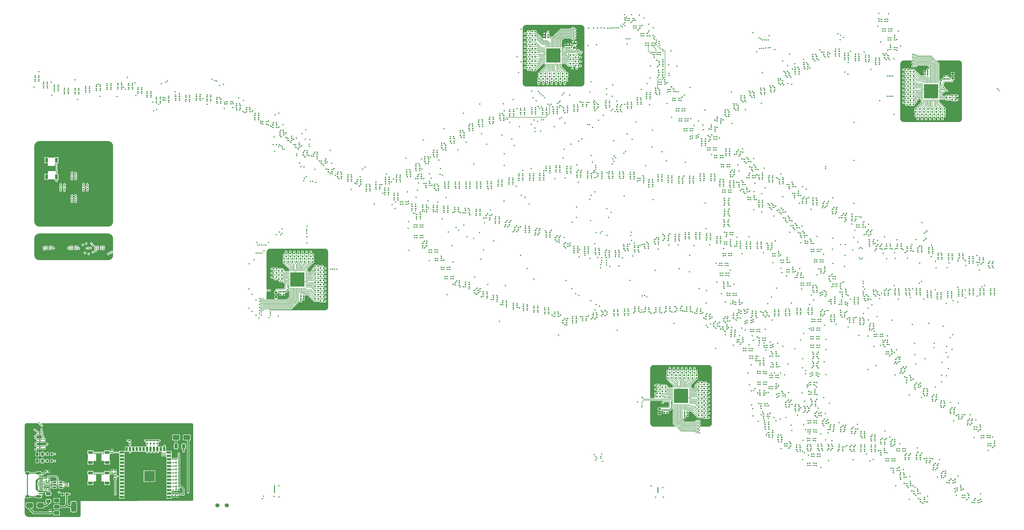
<source format=gbr>
%TF.GenerationSoftware,KiCad,Pcbnew,8.0.4*%
%TF.CreationDate,2025-01-21T20:17:24-08:00*%
%TF.ProjectId,traffic_paradise,74726166-6669-4635-9f70-617261646973,rev?*%
%TF.SameCoordinates,Original*%
%TF.FileFunction,Copper,L1,Top*%
%TF.FilePolarity,Positive*%
%FSLAX46Y46*%
G04 Gerber Fmt 4.6, Leading zero omitted, Abs format (unit mm)*
G04 Created by KiCad (PCBNEW 8.0.4) date 2025-01-21 20:17:24*
%MOMM*%
%LPD*%
G01*
G04 APERTURE LIST*
G04 Aperture macros list*
%AMRoundRect*
0 Rectangle with rounded corners*
0 $1 Rounding radius*
0 $2 $3 $4 $5 $6 $7 $8 $9 X,Y pos of 4 corners*
0 Add a 4 corners polygon primitive as box body*
4,1,4,$2,$3,$4,$5,$6,$7,$8,$9,$2,$3,0*
0 Add four circle primitives for the rounded corners*
1,1,$1+$1,$2,$3*
1,1,$1+$1,$4,$5*
1,1,$1+$1,$6,$7*
1,1,$1+$1,$8,$9*
0 Add four rect primitives between the rounded corners*
20,1,$1+$1,$2,$3,$4,$5,0*
20,1,$1+$1,$4,$5,$6,$7,0*
20,1,$1+$1,$6,$7,$8,$9,0*
20,1,$1+$1,$8,$9,$2,$3,0*%
G04 Aperture macros list end*
%TA.AperFunction,SMDPad,CuDef*%
%ADD10RoundRect,0.080000X-0.220000X-0.120000X0.220000X-0.120000X0.220000X0.120000X-0.220000X0.120000X0*%
%TD*%
%TA.AperFunction,SMDPad,CuDef*%
%ADD11RoundRect,0.135000X0.135000X0.185000X-0.135000X0.185000X-0.135000X-0.185000X0.135000X-0.185000X0*%
%TD*%
%TA.AperFunction,SMDPad,CuDef*%
%ADD12RoundRect,0.150000X-0.512500X-0.150000X0.512500X-0.150000X0.512500X0.150000X-0.512500X0.150000X0*%
%TD*%
%TA.AperFunction,SMDPad,CuDef*%
%ADD13RoundRect,0.135000X-0.185000X0.135000X-0.185000X-0.135000X0.185000X-0.135000X0.185000X0.135000X0*%
%TD*%
%TA.AperFunction,SMDPad,CuDef*%
%ADD14RoundRect,0.200000X0.200000X0.275000X-0.200000X0.275000X-0.200000X-0.275000X0.200000X-0.275000X0*%
%TD*%
%TA.AperFunction,SMDPad,CuDef*%
%ADD15RoundRect,0.140000X-0.170000X0.140000X-0.170000X-0.140000X0.170000X-0.140000X0.170000X0.140000X0*%
%TD*%
%TA.AperFunction,SMDPad,CuDef*%
%ADD16RoundRect,0.135000X0.185000X-0.135000X0.185000X0.135000X-0.185000X0.135000X-0.185000X-0.135000X0*%
%TD*%
%TA.AperFunction,SMDPad,CuDef*%
%ADD17RoundRect,0.135000X-0.135000X-0.185000X0.135000X-0.185000X0.135000X0.185000X-0.135000X0.185000X0*%
%TD*%
%TA.AperFunction,SMDPad,CuDef*%
%ADD18RoundRect,0.140000X-0.140000X-0.170000X0.140000X-0.170000X0.140000X0.170000X-0.140000X0.170000X0*%
%TD*%
%TA.AperFunction,SMDPad,CuDef*%
%ADD19RoundRect,0.250000X1.000000X0.650000X-1.000000X0.650000X-1.000000X-0.650000X1.000000X-0.650000X0*%
%TD*%
%TA.AperFunction,SMDPad,CuDef*%
%ADD20RoundRect,0.200000X0.275000X-0.200000X0.275000X0.200000X-0.275000X0.200000X-0.275000X-0.200000X0*%
%TD*%
%TA.AperFunction,SMDPad,CuDef*%
%ADD21RoundRect,0.140000X0.140000X0.170000X-0.140000X0.170000X-0.140000X-0.170000X0.140000X-0.170000X0*%
%TD*%
%TA.AperFunction,ComponentPad*%
%ADD22C,1.524000*%
%TD*%
%TA.AperFunction,SMDPad,CuDef*%
%ADD23R,0.840000X0.220000*%
%TD*%
%TA.AperFunction,SMDPad,CuDef*%
%ADD24R,0.220000X0.840000*%
%TD*%
%TA.AperFunction,SMDPad,CuDef*%
%ADD25R,5.250000X5.250000*%
%TD*%
%TA.AperFunction,SMDPad,CuDef*%
%ADD26RoundRect,0.140000X0.170000X-0.140000X0.170000X0.140000X-0.170000X0.140000X-0.170000X-0.140000X0*%
%TD*%
%TA.AperFunction,SMDPad,CuDef*%
%ADD27RoundRect,0.200000X-0.275000X0.200000X-0.275000X-0.200000X0.275000X-0.200000X0.275000X0.200000X0*%
%TD*%
%TA.AperFunction,SMDPad,CuDef*%
%ADD28R,1.500000X0.900000*%
%TD*%
%TA.AperFunction,SMDPad,CuDef*%
%ADD29R,0.900000X1.500000*%
%TD*%
%TA.AperFunction,HeatsinkPad*%
%ADD30C,0.600000*%
%TD*%
%TA.AperFunction,SMDPad,CuDef*%
%ADD31R,3.900000X3.900000*%
%TD*%
%TA.AperFunction,SMDPad,CuDef*%
%ADD32R,1.100000X1.800000*%
%TD*%
%TA.AperFunction,SMDPad,CuDef*%
%ADD33RoundRect,0.243750X-0.243750X-0.456250X0.243750X-0.456250X0.243750X0.456250X-0.243750X0.456250X0*%
%TD*%
%TA.AperFunction,SMDPad,CuDef*%
%ADD34R,1.450000X0.600000*%
%TD*%
%TA.AperFunction,SMDPad,CuDef*%
%ADD35R,1.450000X0.300000*%
%TD*%
%TA.AperFunction,ComponentPad*%
%ADD36O,2.100000X1.000000*%
%TD*%
%TA.AperFunction,ComponentPad*%
%ADD37O,1.600000X1.000000*%
%TD*%
%TA.AperFunction,SMDPad,CuDef*%
%ADD38RoundRect,0.225000X0.225000X0.250000X-0.225000X0.250000X-0.225000X-0.250000X0.225000X-0.250000X0*%
%TD*%
%TA.AperFunction,SMDPad,CuDef*%
%ADD39R,1.800000X1.100000*%
%TD*%
%TA.AperFunction,SMDPad,CuDef*%
%ADD40RoundRect,0.250000X0.375000X0.625000X-0.375000X0.625000X-0.375000X-0.625000X0.375000X-0.625000X0*%
%TD*%
%TA.AperFunction,SMDPad,CuDef*%
%ADD41RoundRect,0.250000X-0.625000X0.375000X-0.625000X-0.375000X0.625000X-0.375000X0.625000X0.375000X0*%
%TD*%
%TA.AperFunction,SMDPad,CuDef*%
%ADD42RoundRect,0.250000X-1.000000X-0.650000X1.000000X-0.650000X1.000000X0.650000X-1.000000X0.650000X0*%
%TD*%
%TA.AperFunction,SMDPad,CuDef*%
%ADD43RoundRect,0.375000X-0.625000X-0.375000X0.625000X-0.375000X0.625000X0.375000X-0.625000X0.375000X0*%
%TD*%
%TA.AperFunction,SMDPad,CuDef*%
%ADD44RoundRect,0.500000X-0.500000X-1.400000X0.500000X-1.400000X0.500000X1.400000X-0.500000X1.400000X0*%
%TD*%
%TA.AperFunction,ViaPad*%
%ADD45C,0.500000*%
%TD*%
%TA.AperFunction,Conductor*%
%ADD46C,0.290000*%
%TD*%
%TA.AperFunction,Conductor*%
%ADD47C,0.304800*%
%TD*%
%TA.AperFunction,Conductor*%
%ADD48C,0.203200*%
%TD*%
%TA.AperFunction,Conductor*%
%ADD49C,0.500000*%
%TD*%
%TA.AperFunction,Conductor*%
%ADD50C,0.200000*%
%TD*%
G04 APERTURE END LIST*
D10*
%TO.P,LED229,1,RK*%
%TO.N,Net-(LED226-RK)*%
X315761600Y-164585600D03*
%TO.P,LED229,2,A*%
%TO.N,/Matrix 2/COL3*%
X315761600Y-163785600D03*
%TO.P,LED229,3,BK*%
%TO.N,Net-(LED226-BK)*%
X314361600Y-163785600D03*
%TO.P,LED229,4,GK*%
%TO.N,Net-(LED226-GK)*%
X314361600Y-164585600D03*
%TD*%
%TO.P,LED245,1,RK*%
%TO.N,Net-(LED244-RK)*%
X269533600Y-89300000D03*
%TO.P,LED245,2,A*%
%TO.N,/Matrix 3/COL1*%
X269533600Y-88500000D03*
%TO.P,LED245,3,BK*%
%TO.N,Net-(LED244-BK)*%
X268133600Y-88500000D03*
%TO.P,LED245,4,GK*%
%TO.N,Net-(LED244-GK)*%
X268133600Y-89300000D03*
%TD*%
%TO.P,LED307,1,RK*%
%TO.N,Net-(LED307-RK)*%
X354826800Y-157219600D03*
%TO.P,LED307,2,A*%
%TO.N,/Matrix 3/COL2*%
X354826800Y-156419600D03*
%TO.P,LED307,3,BK*%
%TO.N,Net-(LED307-BK)*%
X353426800Y-156419600D03*
%TO.P,LED307,4,GK*%
%TO.N,Net-(LED307-GK)*%
X353426800Y-157219600D03*
%TD*%
D11*
%TO.P,R183,1*%
%TO.N,/Matrix 4/ROW33*%
X187710000Y-16600000D03*
%TO.P,R183,2*%
%TO.N,Net-(LED411-RK)*%
X186690000Y-16600000D03*
%TD*%
D10*
%TO.P,LED257,1,RK*%
%TO.N,Net-(LED253-RK)*%
X304788800Y-78682800D03*
%TO.P,LED257,2,A*%
%TO.N,/Matrix 3/COL4*%
X304788800Y-77882800D03*
%TO.P,LED257,3,BK*%
%TO.N,Net-(LED253-BK)*%
X303388800Y-77882800D03*
%TO.P,LED257,4,GK*%
%TO.N,Net-(LED253-GK)*%
X303388800Y-78682800D03*
%TD*%
D12*
%TO.P,U3,1,I/O1*%
%TO.N,/C-*%
X11562500Y-176850000D03*
%TO.P,U3,2,GND*%
%TO.N,GND*%
X11562500Y-177800000D03*
%TO.P,U3,3,I/O2*%
%TO.N,/C+*%
X11562500Y-178750000D03*
%TO.P,U3,4,I/O2*%
%TO.N,/D+*%
X13837500Y-178750000D03*
%TO.P,U3,5,VBUS*%
%TO.N,VBUS*%
X13837500Y-177800000D03*
%TO.P,U3,6,I/O1*%
%TO.N,/D-*%
X13837500Y-176850000D03*
%TD*%
D10*
%TO.P,LED392,1,RK*%
%TO.N,Net-(LED362-RK)*%
X293000000Y-170600000D03*
%TO.P,LED392,2,A*%
%TO.N,/Matrix 2/COL8*%
X293000000Y-169800000D03*
%TO.P,LED392,3,BK*%
%TO.N,Net-(LED362-BK)*%
X291600000Y-169800000D03*
%TO.P,LED392,4,GK*%
%TO.N,Net-(LED362-GK)*%
X291600000Y-170600000D03*
%TD*%
D13*
%TO.P,R162,1*%
%TO.N,/Matrix 4/ROW12*%
X195100000Y-25200000D03*
%TO.P,R162,2*%
%TO.N,Net-(LED341-RK)*%
X195100000Y-26220000D03*
%TD*%
D10*
%TO.P,LED416,1,RK*%
%TO.N,Net-(LED411-RK)*%
X298150000Y-18050000D03*
%TO.P,LED416,2,A*%
%TO.N,/Matrix 4/COL5*%
X298150000Y-17250000D03*
%TO.P,LED416,3,BK*%
%TO.N,Net-(LED411-BK)*%
X296750000Y-17250000D03*
%TO.P,LED416,4,GK*%
%TO.N,Net-(LED411-GK)*%
X296750000Y-18050000D03*
%TD*%
%TO.P,LED330,1,RK*%
%TO.N,Net-(LED318-RK)*%
X334049600Y-184042000D03*
%TO.P,LED330,2,A*%
%TO.N,/Matrix 2/COL8*%
X334049600Y-183242000D03*
%TO.P,LED330,3,BK*%
%TO.N,Net-(LED318-BK)*%
X332649600Y-183242000D03*
%TO.P,LED330,4,GK*%
%TO.N,Net-(LED318-GK)*%
X332649600Y-184042000D03*
%TD*%
%TO.P,LED367,1,RK*%
%TO.N,Net-(LED362-RK)*%
X294000000Y-137000000D03*
%TO.P,LED367,2,A*%
%TO.N,/Matrix 2/COL7*%
X294000000Y-136200000D03*
%TO.P,LED367,3,BK*%
%TO.N,Net-(LED362-BK)*%
X292600000Y-136200000D03*
%TO.P,LED367,4,GK*%
%TO.N,Net-(LED362-GK)*%
X292600000Y-137000000D03*
%TD*%
%TO.P,LED338,1,RK*%
%TO.N,Net-(LED134-RK)*%
X153400000Y-55300000D03*
%TO.P,LED338,2,A*%
%TO.N,/Matrix 4/COL4*%
X153400000Y-54500000D03*
%TO.P,LED338,3,BK*%
%TO.N,Net-(LED134-BK)*%
X152000000Y-54500000D03*
%TO.P,LED338,4,GK*%
%TO.N,Net-(LED134-GK)*%
X152000000Y-55300000D03*
%TD*%
D14*
%TO.P,R137,1*%
%TO.N,+5V*%
X10477000Y-166370000D03*
%TO.P,R137,2*%
%TO.N,Net-(D3-A)*%
X8827000Y-166370000D03*
%TD*%
D10*
%TO.P,LED160,1,RK*%
%TO.N,Net-(LED154-RK)*%
X254446000Y-116224000D03*
%TO.P,LED160,2,A*%
%TO.N,/Matrix 2/COL6*%
X254446000Y-115424000D03*
%TO.P,LED160,3,BK*%
%TO.N,Net-(LED154-BK)*%
X253046000Y-115424000D03*
%TO.P,LED160,4,GK*%
%TO.N,Net-(LED154-GK)*%
X253046000Y-116224000D03*
%TD*%
%TO.P,LED41,1,RK*%
%TO.N,Net-(LED37-RK)*%
X145429200Y-75279200D03*
%TO.P,LED41,2,A*%
%TO.N,/Matrix 1/COL4*%
X145429200Y-74479200D03*
%TO.P,LED41,3,BK*%
%TO.N,Net-(LED37-BK)*%
X144029200Y-74479200D03*
%TO.P,LED41,4,GK*%
%TO.N,Net-(LED37-GK)*%
X144029200Y-75279200D03*
%TD*%
%TO.P,LED31,1,RK*%
%TO.N,Net-(LED28-RK)*%
X111850400Y-58464400D03*
%TO.P,LED31,2,A*%
%TO.N,/Matrix 1/COL3*%
X111850400Y-57664400D03*
%TO.P,LED31,3,BK*%
%TO.N,Net-(LED28-BK)*%
X110450400Y-57664400D03*
%TO.P,LED31,4,GK*%
%TO.N,Net-(LED28-GK)*%
X110450400Y-58464400D03*
%TD*%
D13*
%TO.P,R119,1*%
%TO.N,/Matrix 3/ROW15*%
X332359000Y-38352000D03*
%TO.P,R119,2*%
%TO.N,Net-(LED280-RK)*%
X332359000Y-39372000D03*
%TD*%
D15*
%TO.P,C9,1*%
%TO.N,GND*%
X32893000Y-172494000D03*
%TO.P,C9,2*%
%TO.N,/EN*%
X32893000Y-173454000D03*
%TD*%
D13*
%TO.P,R129,1*%
%TO.N,/Matrix 3/ROW25*%
X340741000Y-40384000D03*
%TO.P,R129,2*%
%TO.N,Net-(LED167-GK)*%
X340741000Y-41404000D03*
%TD*%
D10*
%TO.P,LED212,1,RK*%
%TO.N,Net-(LED208-RK)*%
X287567600Y-149650400D03*
%TO.P,LED212,2,A*%
%TO.N,/Matrix 2/COL4*%
X287567600Y-148850400D03*
%TO.P,LED212,3,BK*%
%TO.N,Net-(LED208-BK)*%
X286167600Y-148850400D03*
%TO.P,LED212,4,GK*%
%TO.N,Net-(LED208-GK)*%
X286167600Y-149650400D03*
%TD*%
%TO.P,LED1,1,RK*%
%TO.N,Net-(LED1-RK)*%
X5729200Y-27425600D03*
%TO.P,LED1,2,A*%
%TO.N,/Matrix 1/COL0*%
X5729200Y-26625600D03*
%TO.P,LED1,3,BK*%
%TO.N,Net-(LED1-BK)*%
X4329200Y-26625600D03*
%TO.P,LED1,4,GK*%
%TO.N,Net-(LED1-GK)*%
X4329200Y-27425600D03*
%TD*%
%TO.P,LED295,1,RK*%
%TO.N,Net-(LED289-RK)*%
X344108000Y-107638800D03*
%TO.P,LED295,2,A*%
%TO.N,/Matrix 3/COL6*%
X344108000Y-106838800D03*
%TO.P,LED295,3,BK*%
%TO.N,Net-(LED289-BK)*%
X342708000Y-106838800D03*
%TO.P,LED295,4,GK*%
%TO.N,Net-(LED289-GK)*%
X342708000Y-107638800D03*
%TD*%
D16*
%TO.P,R57,1*%
%TO.N,/Matrix 2/ROW2*%
X238887000Y-138178000D03*
%TO.P,R57,2*%
%TO.N,Net-(LED362-BK)*%
X238887000Y-137158000D03*
%TD*%
D11*
%TO.P,R174,1*%
%TO.N,/Matrix 4/ROW24*%
X187700000Y-21400000D03*
%TO.P,R174,2*%
%TO.N,Net-(LED136-RK)*%
X186680000Y-21400000D03*
%TD*%
D10*
%TO.P,LED172,1,RK*%
%TO.N,Net-(LED135-RK)*%
X261507200Y-69183200D03*
%TO.P,LED172,2,A*%
%TO.N,/Matrix 4/COL3*%
X261507200Y-68383200D03*
%TO.P,LED172,3,BK*%
%TO.N,Net-(LED135-BK)*%
X260107200Y-68383200D03*
%TO.P,LED172,4,GK*%
%TO.N,Net-(LED135-GK)*%
X260107200Y-69183200D03*
%TD*%
%TO.P,LED220,1,RK*%
%TO.N,Net-(LED217-RK)*%
X315660000Y-160826400D03*
%TO.P,LED220,2,A*%
%TO.N,/Matrix 2/COL3*%
X315660000Y-160026400D03*
%TO.P,LED220,3,BK*%
%TO.N,Net-(LED217-BK)*%
X314260000Y-160026400D03*
%TO.P,LED220,4,GK*%
%TO.N,Net-(LED217-GK)*%
X314260000Y-160826400D03*
%TD*%
%TO.P,LED334,1,RK*%
%TO.N,Net-(LED117-RK)*%
X294200000Y-123600000D03*
%TO.P,LED334,2,A*%
%TO.N,/Matrix 2/COL2*%
X294200000Y-122800000D03*
%TO.P,LED334,3,BK*%
%TO.N,Net-(LED117-BK)*%
X292800000Y-122800000D03*
%TO.P,LED334,4,GK*%
%TO.N,Net-(LED117-GK)*%
X292800000Y-123600000D03*
%TD*%
D11*
%TO.P,R12,1*%
%TO.N,/Matrix 1/ROW1*%
X95760000Y-101473000D03*
%TO.P,R12,2*%
%TO.N,Net-(LED1-GK)*%
X94740000Y-101473000D03*
%TD*%
D10*
%TO.P,LED5,1,RK*%
%TO.N,Net-(LED1-RK)*%
X20562800Y-32150000D03*
%TO.P,LED5,2,A*%
%TO.N,/Matrix 1/COL4*%
X20562800Y-31350000D03*
%TO.P,LED5,3,BK*%
%TO.N,Net-(LED1-BK)*%
X19162800Y-31350000D03*
%TO.P,LED5,4,GK*%
%TO.N,Net-(LED1-GK)*%
X19162800Y-32150000D03*
%TD*%
%TO.P,LED182,1,RK*%
%TO.N,Net-(LED177-RK)*%
X265469600Y-110839200D03*
%TO.P,LED182,2,A*%
%TO.N,/Matrix 2/COL5*%
X265469600Y-110039200D03*
%TO.P,LED182,3,BK*%
%TO.N,Net-(LED177-BK)*%
X264069600Y-110039200D03*
%TO.P,LED182,4,GK*%
%TO.N,Net-(LED177-GK)*%
X264069600Y-110839200D03*
%TD*%
D17*
%TO.P,R42,1*%
%TO.N,/Matrix 1/ROW26*%
X108202000Y-96647000D03*
%TO.P,R42,2*%
%TO.N,Net-(LED100-BK)*%
X109222000Y-96647000D03*
%TD*%
D10*
%TO.P,LED266,1,RK*%
%TO.N,Net-(LED262-RK)*%
X302909200Y-104082800D03*
%TO.P,LED266,2,A*%
%TO.N,/Matrix 3/COL4*%
X302909200Y-103282800D03*
%TO.P,LED266,3,BK*%
%TO.N,Net-(LED262-BK)*%
X301509200Y-103282800D03*
%TO.P,LED266,4,GK*%
%TO.N,Net-(LED262-GK)*%
X301509200Y-104082800D03*
%TD*%
%TO.P,LED337,1,RK*%
%TO.N,Net-(LED134-RK)*%
X150200000Y-57700000D03*
%TO.P,LED337,2,A*%
%TO.N,/Matrix 4/COL0*%
X150200000Y-56900000D03*
%TO.P,LED337,3,BK*%
%TO.N,Net-(LED134-BK)*%
X148800000Y-56900000D03*
%TO.P,LED337,4,GK*%
%TO.N,Net-(LED134-GK)*%
X148800000Y-57700000D03*
%TD*%
%TO.P,LED249,1,RK*%
%TO.N,Net-(LED244-RK)*%
X283148000Y-95243600D03*
%TO.P,LED249,2,A*%
%TO.N,/Matrix 3/COL5*%
X283148000Y-94443600D03*
%TO.P,LED249,3,BK*%
%TO.N,Net-(LED244-BK)*%
X281748000Y-94443600D03*
%TO.P,LED249,4,GK*%
%TO.N,Net-(LED244-GK)*%
X281748000Y-95243600D03*
%TD*%
%TO.P,LED70,1,RK*%
%TO.N,Net-(LED64-RK)*%
X198870800Y-60953600D03*
%TO.P,LED70,2,A*%
%TO.N,/Matrix 4/COL6*%
X198870800Y-60153600D03*
%TO.P,LED70,3,BK*%
%TO.N,Net-(LED64-BK)*%
X197470800Y-60153600D03*
%TO.P,LED70,4,GK*%
%TO.N,Net-(LED64-GK)*%
X197470800Y-60953600D03*
%TD*%
D13*
%TO.P,R164,1*%
%TO.N,/Matrix 4/ROW14*%
X196700000Y-25200000D03*
%TO.P,R164,2*%
%TO.N,Net-(LED341-BK)*%
X196700000Y-26220000D03*
%TD*%
D10*
%TO.P,LED49,1,RK*%
%TO.N,Net-(LED46-RK)*%
X153862000Y-67811600D03*
%TO.P,LED49,2,A*%
%TO.N,/Matrix 4/COL3*%
X153862000Y-67011600D03*
%TO.P,LED49,3,BK*%
%TO.N,Net-(LED46-BK)*%
X152462000Y-67011600D03*
%TO.P,LED49,4,GK*%
%TO.N,Net-(LED46-GK)*%
X152462000Y-67811600D03*
%TD*%
%TO.P,LED344,1,RK*%
%TO.N,Net-(LED134-RK)*%
X170200000Y-44000000D03*
%TO.P,LED344,2,A*%
%TO.N,/Matrix 4/COL6*%
X170200000Y-43200000D03*
%TO.P,LED344,3,BK*%
%TO.N,Net-(LED134-BK)*%
X168800000Y-43200000D03*
%TO.P,LED344,4,GK*%
%TO.N,Net-(LED134-GK)*%
X168800000Y-44000000D03*
%TD*%
%TO.P,LED56,1,RK*%
%TO.N,Net-(LED55-RK)*%
X147207200Y-82137200D03*
%TO.P,LED56,2,A*%
%TO.N,/Matrix 1/COL1*%
X147207200Y-81337200D03*
%TO.P,LED56,3,BK*%
%TO.N,Net-(LED55-BK)*%
X145807200Y-81337200D03*
%TO.P,LED56,4,GK*%
%TO.N,Net-(LED55-GK)*%
X145807200Y-82137200D03*
%TD*%
D13*
%TO.P,R122,1*%
%TO.N,/Matrix 3/ROW18*%
X334645000Y-40384000D03*
%TO.P,R122,2*%
%TO.N,Net-(LED289-RK)*%
X334645000Y-41404000D03*
%TD*%
D18*
%TO.P,C5,1*%
%TO.N,VBUS*%
X8537000Y-175260000D03*
%TO.P,C5,2*%
%TO.N,GND*%
X9497000Y-175260000D03*
%TD*%
D17*
%TO.P,R83,1*%
%TO.N,/Matrix 2/ROW23*%
X250442000Y-139827000D03*
%TO.P,R83,2*%
%TO.N,Net-(LED208-BK)*%
X251462000Y-139827000D03*
%TD*%
D10*
%TO.P,LED116,1,RK*%
%TO.N,Net-(LED109-RK)*%
X224270800Y-114192000D03*
%TO.P,LED116,2,A*%
%TO.N,/Matrix 1/COL7*%
X224270800Y-113392000D03*
%TO.P,LED116,3,BK*%
%TO.N,Net-(LED109-BK)*%
X222870800Y-113392000D03*
%TO.P,LED116,4,GK*%
%TO.N,Net-(LED109-GK)*%
X222870800Y-114192000D03*
%TD*%
D11*
%TO.P,R176,1*%
%TO.N,/Matrix 4/ROW26*%
X187700000Y-23000000D03*
%TO.P,R176,2*%
%TO.N,Net-(LED136-BK)*%
X186680000Y-23000000D03*
%TD*%
D10*
%TO.P,LED387,1,RK*%
%TO.N,Net-(LED383-RK)*%
X300700000Y-116400000D03*
%TO.P,LED387,2,A*%
%TO.N,/Matrix 3/COL4*%
X300700000Y-115600000D03*
%TO.P,LED387,3,BK*%
%TO.N,Net-(LED383-BK)*%
X299300000Y-115600000D03*
%TO.P,LED387,4,GK*%
%TO.N,Net-(LED383-GK)*%
X299300000Y-116400000D03*
%TD*%
%TO.P,LED113,1,RK*%
%TO.N,Net-(LED109-RK)*%
X212637600Y-115614400D03*
%TO.P,LED113,2,A*%
%TO.N,/Matrix 1/COL4*%
X212637600Y-114814400D03*
%TO.P,LED113,3,BK*%
%TO.N,Net-(LED109-BK)*%
X211237600Y-114814400D03*
%TO.P,LED113,4,GK*%
%TO.N,Net-(LED109-GK)*%
X211237600Y-115614400D03*
%TD*%
%TO.P,LED57,1,RK*%
%TO.N,Net-(LED55-RK)*%
X147207200Y-86099600D03*
%TO.P,LED57,2,A*%
%TO.N,/Matrix 1/COL2*%
X147207200Y-85299600D03*
%TO.P,LED57,3,BK*%
%TO.N,Net-(LED55-BK)*%
X145807200Y-85299600D03*
%TO.P,LED57,4,GK*%
%TO.N,Net-(LED55-GK)*%
X145807200Y-86099600D03*
%TD*%
%TO.P,LED137,1,RK*%
%TO.N,Net-(LED136-RK)*%
X248400800Y-65017600D03*
%TO.P,LED137,2,A*%
%TO.N,/Matrix 4/COL1*%
X248400800Y-64217600D03*
%TO.P,LED137,3,BK*%
%TO.N,Net-(LED136-BK)*%
X247000800Y-64217600D03*
%TO.P,LED137,4,GK*%
%TO.N,Net-(LED136-GK)*%
X247000800Y-65017600D03*
%TD*%
%TO.P,LED183,1,RK*%
%TO.N,Net-(LED177-RK)*%
X267450800Y-114192000D03*
%TO.P,LED183,2,A*%
%TO.N,/Matrix 2/COL6*%
X267450800Y-113392000D03*
%TO.P,LED183,3,BK*%
%TO.N,Net-(LED177-BK)*%
X266050800Y-113392000D03*
%TO.P,LED183,4,GK*%
%TO.N,Net-(LED177-GK)*%
X266050800Y-114192000D03*
%TD*%
%TO.P,LED86,1,RK*%
%TO.N,Net-(LED82-RK)*%
X179109600Y-111042400D03*
%TO.P,LED86,2,A*%
%TO.N,/Matrix 1/COL4*%
X179109600Y-110242400D03*
%TO.P,LED86,3,BK*%
%TO.N,Net-(LED82-BK)*%
X177709600Y-110242400D03*
%TO.P,LED86,4,GK*%
%TO.N,Net-(LED82-GK)*%
X177709600Y-111042400D03*
%TD*%
%TO.P,LED45,1,RK*%
%TO.N,Net-(LED37-RK)*%
X161329600Y-76396800D03*
%TO.P,LED45,2,A*%
%TO.N,/Matrix 1/COL8*%
X161329600Y-75596800D03*
%TO.P,LED45,3,BK*%
%TO.N,Net-(LED37-BK)*%
X159929600Y-75596800D03*
%TO.P,LED45,4,GK*%
%TO.N,Net-(LED37-GK)*%
X159929600Y-76396800D03*
%TD*%
%TO.P,LED107,1,RK*%
%TO.N,Net-(LED100-RK)*%
X224016800Y-90214400D03*
%TO.P,LED107,2,A*%
%TO.N,/Matrix 1/COL7*%
X224016800Y-89414400D03*
%TO.P,LED107,3,BK*%
%TO.N,Net-(LED100-BK)*%
X222616800Y-89414400D03*
%TO.P,LED107,4,GK*%
%TO.N,Net-(LED100-GK)*%
X222616800Y-90214400D03*
%TD*%
D17*
%TO.P,R82,1*%
%TO.N,/Matrix 2/ROW22*%
X252474000Y-140589000D03*
%TO.P,R82,2*%
%TO.N,Net-(LED208-GK)*%
X253494000Y-140589000D03*
%TD*%
D13*
%TO.P,R133,1*%
%TO.N,/Matrix 3/ROW29*%
X339217000Y-40384000D03*
%TO.P,R133,2*%
%TO.N,Net-(LED307-BK)*%
X339217000Y-41404000D03*
%TD*%
D10*
%TO.P,LED139,1,RK*%
%TO.N,Net-(LED136-RK)*%
X256325600Y-64154000D03*
%TO.P,LED139,2,A*%
%TO.N,/Matrix 4/COL3*%
X256325600Y-63354000D03*
%TO.P,LED139,3,BK*%
%TO.N,Net-(LED136-BK)*%
X254925600Y-63354000D03*
%TO.P,LED139,4,GK*%
%TO.N,Net-(LED136-GK)*%
X254925600Y-64154000D03*
%TD*%
D11*
%TO.P,R126,1*%
%TO.N,/Matrix 3/ROW22*%
X327916000Y-35941000D03*
%TO.P,R126,2*%
%TO.N,Net-(LED298-GK)*%
X326896000Y-35941000D03*
%TD*%
D10*
%TO.P,LED222,1,RK*%
%TO.N,Net-(LED217-RK)*%
X323026000Y-162655200D03*
%TO.P,LED222,2,A*%
%TO.N,/Matrix 2/COL5*%
X323026000Y-161855200D03*
%TO.P,LED222,3,BK*%
%TO.N,Net-(LED217-BK)*%
X321626000Y-161855200D03*
%TO.P,LED222,4,GK*%
%TO.N,Net-(LED217-GK)*%
X321626000Y-162655200D03*
%TD*%
D13*
%TO.P,R161,1*%
%TO.N,/Matrix 4/ROW11*%
X199100000Y-27200000D03*
%TO.P,R161,2*%
%TO.N,Net-(LED134-BK)*%
X199100000Y-28220000D03*
%TD*%
D10*
%TO.P,LED181,1,RK*%
%TO.N,Net-(LED177-RK)*%
X263285200Y-107537200D03*
%TO.P,LED181,2,A*%
%TO.N,/Matrix 2/COL4*%
X263285200Y-106737200D03*
%TO.P,LED181,3,BK*%
%TO.N,Net-(LED177-BK)*%
X261885200Y-106737200D03*
%TO.P,LED181,4,GK*%
%TO.N,Net-(LED177-GK)*%
X261885200Y-107537200D03*
%TD*%
%TO.P,LED129,1,RK*%
%TO.N,Net-(LED127-RK)*%
X245403600Y-42767200D03*
%TO.P,LED129,2,A*%
%TO.N,/Matrix 4/COL2*%
X245403600Y-41967200D03*
%TO.P,LED129,3,BK*%
%TO.N,Net-(LED127-BK)*%
X244003600Y-41967200D03*
%TO.P,LED129,4,GK*%
%TO.N,Net-(LED127-GK)*%
X244003600Y-42767200D03*
%TD*%
%TO.P,LED195,1,RK*%
%TO.N,Net-(LED190-RK)*%
X274461200Y-136493200D03*
%TO.P,LED195,2,A*%
%TO.N,/Matrix 2/COL5*%
X274461200Y-135693200D03*
%TO.P,LED195,3,BK*%
%TO.N,Net-(LED190-BK)*%
X273061200Y-135693200D03*
%TO.P,LED195,4,GK*%
%TO.N,Net-(LED190-GK)*%
X273061200Y-136493200D03*
%TD*%
%TO.P,LED405,1,RK*%
%TO.N,Net-(LED402-RK)*%
X261575000Y-40300000D03*
%TO.P,LED405,2,A*%
%TO.N,/Matrix 4/COL3*%
X261575000Y-39500000D03*
%TO.P,LED405,3,BK*%
%TO.N,Net-(LED402-BK)*%
X260175000Y-39500000D03*
%TO.P,LED405,4,GK*%
%TO.N,Net-(LED402-GK)*%
X260175000Y-40300000D03*
%TD*%
%TO.P,LED274,1,RK*%
%TO.N,Net-(LED271-RK)*%
X304738000Y-110788400D03*
%TO.P,LED274,2,A*%
%TO.N,/Matrix 3/COL3*%
X304738000Y-109988400D03*
%TO.P,LED274,3,BK*%
%TO.N,Net-(LED271-BK)*%
X303338000Y-109988400D03*
%TO.P,LED274,4,GK*%
%TO.N,Net-(LED271-GK)*%
X303338000Y-110788400D03*
%TD*%
D13*
%TO.P,R167,1*%
%TO.N,/Matrix 4/ROW17*%
X194300000Y-27190000D03*
%TO.P,R167,2*%
%TO.N,Net-(LED91-BK)*%
X194300000Y-28210000D03*
%TD*%
D10*
%TO.P,LED255,1,RK*%
%TO.N,Net-(LED253-RK)*%
X297880000Y-74263200D03*
%TO.P,LED255,2,A*%
%TO.N,/Matrix 3/COL2*%
X297880000Y-73463200D03*
%TO.P,LED255,3,BK*%
%TO.N,Net-(LED253-BK)*%
X296480000Y-73463200D03*
%TO.P,LED255,4,GK*%
%TO.N,Net-(LED253-GK)*%
X296480000Y-74263200D03*
%TD*%
D13*
%TO.P,R158,1*%
%TO.N,/Matrix 4/ROW8*%
X201500000Y-25200000D03*
%TO.P,R158,2*%
%TO.N,Net-(LED135-BK)*%
X201500000Y-26220000D03*
%TD*%
D10*
%TO.P,LED375,1,RK*%
%TO.N,Net-(LED362-RK)*%
X293100000Y-158200000D03*
%TO.P,LED375,2,A*%
%TO.N,/Matrix 2/COL2*%
X293100000Y-157400000D03*
%TO.P,LED375,3,BK*%
%TO.N,Net-(LED362-BK)*%
X291700000Y-157400000D03*
%TO.P,LED375,4,GK*%
%TO.N,Net-(LED362-GK)*%
X291700000Y-158200000D03*
%TD*%
D16*
%TO.P,R31,1*%
%TO.N,/Matrix 1/ROW15*%
X105029000Y-92966000D03*
%TO.P,R31,2*%
%TO.N,Net-(LED55-RK)*%
X105029000Y-91946000D03*
%TD*%
D17*
%TO.P,R39,1*%
%TO.N,/Matrix 1/ROW23*%
X110234000Y-98933000D03*
%TO.P,R39,2*%
%TO.N,Net-(LED82-BK)*%
X111254000Y-98933000D03*
%TD*%
D10*
%TO.P,LED24,1,RK*%
%TO.N,Net-(LED19-RK)*%
X90108000Y-43935600D03*
%TO.P,LED24,2,A*%
%TO.N,/Matrix 1/COL5*%
X90108000Y-43135600D03*
%TO.P,LED24,3,BK*%
%TO.N,Net-(LED19-BK)*%
X88708000Y-43135600D03*
%TO.P,LED24,4,GK*%
%TO.N,Net-(LED19-GK)*%
X88708000Y-43935600D03*
%TD*%
D11*
%TO.P,R14,1*%
%TO.N,/Matrix 1/ROW3*%
X93855000Y-97663000D03*
%TO.P,R14,2*%
%TO.N,Net-(LED10-RK)*%
X92835000Y-97663000D03*
%TD*%
D10*
%TO.P,LED4,1,RK*%
%TO.N,Net-(LED1-RK)*%
X16600400Y-32099200D03*
%TO.P,LED4,2,A*%
%TO.N,/Matrix 1/COL3*%
X16600400Y-31299200D03*
%TO.P,LED4,3,BK*%
%TO.N,Net-(LED1-BK)*%
X15200400Y-31299200D03*
%TO.P,LED4,4,GK*%
%TO.N,Net-(LED1-GK)*%
X15200400Y-32099200D03*
%TD*%
%TO.P,LED275,1,RK*%
%TO.N,Net-(LED271-RK)*%
X304484000Y-114750800D03*
%TO.P,LED275,2,A*%
%TO.N,/Matrix 3/COL4*%
X304484000Y-113950800D03*
%TO.P,LED275,3,BK*%
%TO.N,Net-(LED271-BK)*%
X303084000Y-113950800D03*
%TO.P,LED275,4,GK*%
%TO.N,Net-(LED271-GK)*%
X303084000Y-114750800D03*
%TD*%
D11*
%TO.P,R180,1*%
%TO.N,/Matrix 4/ROW30*%
X189710000Y-14300000D03*
%TO.P,R180,2*%
%TO.N,Net-(LED402-RK)*%
X188690000Y-14300000D03*
%TD*%
D10*
%TO.P,LED283,1,RK*%
%TO.N,Net-(LED280-RK)*%
X329071200Y-90925600D03*
%TO.P,LED283,2,A*%
%TO.N,/Matrix 3/COL3*%
X329071200Y-90125600D03*
%TO.P,LED283,3,BK*%
%TO.N,Net-(LED280-BK)*%
X327671200Y-90125600D03*
%TO.P,LED283,4,GK*%
%TO.N,Net-(LED280-GK)*%
X327671200Y-90925600D03*
%TD*%
%TO.P,LED14,1,RK*%
%TO.N,Net-(LED10-RK)*%
X53887600Y-35096400D03*
%TO.P,LED14,2,A*%
%TO.N,/Matrix 1/COL4*%
X53887600Y-34296400D03*
%TO.P,LED14,3,BK*%
%TO.N,Net-(LED10-BK)*%
X52487600Y-34296400D03*
%TO.P,LED14,4,GK*%
%TO.N,Net-(LED10-GK)*%
X52487600Y-35096400D03*
%TD*%
%TO.P,LED272,1,RK*%
%TO.N,Net-(LED271-RK)*%
X297626000Y-107130800D03*
%TO.P,LED272,2,A*%
%TO.N,/Matrix 3/COL1*%
X297626000Y-106330800D03*
%TO.P,LED272,3,BK*%
%TO.N,Net-(LED271-BK)*%
X296226000Y-106330800D03*
%TO.P,LED272,4,GK*%
%TO.N,Net-(LED271-GK)*%
X296226000Y-107130800D03*
%TD*%
%TO.P,LED174,1,RK*%
%TO.N,Net-(LED135-RK)*%
X261354800Y-77260400D03*
%TO.P,LED174,2,A*%
%TO.N,/Matrix 4/COL5*%
X261354800Y-76460400D03*
%TO.P,LED174,3,BK*%
%TO.N,Net-(LED135-BK)*%
X259954800Y-76460400D03*
%TO.P,LED174,4,GK*%
%TO.N,Net-(LED135-GK)*%
X259954800Y-77260400D03*
%TD*%
%TO.P,LED13,1,RK*%
%TO.N,Net-(LED10-RK)*%
X50738000Y-35452000D03*
%TO.P,LED13,2,A*%
%TO.N,/Matrix 1/COL3*%
X50738000Y-34652000D03*
%TO.P,LED13,3,BK*%
%TO.N,Net-(LED10-BK)*%
X49338000Y-34652000D03*
%TO.P,LED13,4,GK*%
%TO.N,Net-(LED10-GK)*%
X49338000Y-35452000D03*
%TD*%
%TO.P,LED83,1,RK*%
%TO.N,Net-(LED82-RK)*%
X168543200Y-106572000D03*
%TO.P,LED83,2,A*%
%TO.N,/Matrix 1/COL1*%
X168543200Y-105772000D03*
%TO.P,LED83,3,BK*%
%TO.N,Net-(LED82-BK)*%
X167143200Y-105772000D03*
%TO.P,LED83,4,GK*%
%TO.N,Net-(LED82-GK)*%
X167143200Y-106572000D03*
%TD*%
%TO.P,LED111,1,RK*%
%TO.N,Net-(LED109-RK)*%
X205017600Y-116935200D03*
%TO.P,LED111,2,A*%
%TO.N,/Matrix 1/COL2*%
X205017600Y-116135200D03*
%TO.P,LED111,3,BK*%
%TO.N,Net-(LED109-BK)*%
X203617600Y-116135200D03*
%TO.P,LED111,4,GK*%
%TO.N,Net-(LED109-GK)*%
X203617600Y-116935200D03*
%TD*%
%TO.P,LED65,1,RK*%
%TO.N,Net-(LED64-RK)*%
X181446400Y-65474800D03*
%TO.P,LED65,2,A*%
%TO.N,/Matrix 4/COL1*%
X181446400Y-64674800D03*
%TO.P,LED65,3,BK*%
%TO.N,Net-(LED64-BK)*%
X180046400Y-64674800D03*
%TO.P,LED65,4,GK*%
%TO.N,Net-(LED64-GK)*%
X180046400Y-65474800D03*
%TD*%
%TO.P,LED168,1,RK*%
%TO.N,Net-(LED167-RK)*%
X277763200Y-64712800D03*
%TO.P,LED168,2,A*%
%TO.N,/Matrix 3/COL1*%
X277763200Y-63912800D03*
%TO.P,LED168,3,BK*%
%TO.N,Net-(LED167-BK)*%
X276363200Y-63912800D03*
%TO.P,LED168,4,GK*%
%TO.N,Net-(LED167-GK)*%
X276363200Y-64712800D03*
%TD*%
D19*
%TO.P,D4,1,K*%
%TO.N,+5V*%
X60600000Y-160200000D03*
%TO.P,D4,2,A*%
%TO.N,Net-(D4-A)*%
X56600000Y-160200000D03*
%TD*%
D20*
%TO.P,R71,1*%
%TO.N,GND*%
X235839000Y-151320000D03*
%TO.P,R71,2*%
%TO.N,Net-(U6-ISET)*%
X235839000Y-149670000D03*
%TD*%
D10*
%TO.P,LED412,1,RK*%
%TO.N,Net-(LED411-RK)*%
X283950000Y-25850000D03*
%TO.P,LED412,2,A*%
%TO.N,/Matrix 4/COL1*%
X283950000Y-25050000D03*
%TO.P,LED412,3,BK*%
%TO.N,Net-(LED411-BK)*%
X282550000Y-25050000D03*
%TO.P,LED412,4,GK*%
%TO.N,Net-(LED411-GK)*%
X282550000Y-25850000D03*
%TD*%
D13*
%TO.P,R170,1*%
%TO.N,/Matrix 4/ROW20*%
X191100000Y-27200000D03*
%TO.P,R170,2*%
%TO.N,Net-(LED127-BK)*%
X191100000Y-28220000D03*
%TD*%
D10*
%TO.P,LED296,1,RK*%
%TO.N,Net-(LED289-RK)*%
X348121200Y-107029200D03*
%TO.P,LED296,2,A*%
%TO.N,/Matrix 3/COL7*%
X348121200Y-106229200D03*
%TO.P,LED296,3,BK*%
%TO.N,Net-(LED289-BK)*%
X346721200Y-106229200D03*
%TO.P,LED296,4,GK*%
%TO.N,Net-(LED289-GK)*%
X346721200Y-107029200D03*
%TD*%
%TO.P,LED308,1,RK*%
%TO.N,Net-(LED307-RK)*%
X351575600Y-154832000D03*
%TO.P,LED308,2,A*%
%TO.N,/Matrix 3/COL3*%
X351575600Y-154032000D03*
%TO.P,LED308,3,BK*%
%TO.N,Net-(LED307-BK)*%
X350175600Y-154032000D03*
%TO.P,LED308,4,GK*%
%TO.N,Net-(LED307-GK)*%
X350175600Y-154832000D03*
%TD*%
%TO.P,LED326,1,RK*%
%TO.N,Net-(LED326-RK)*%
X19369000Y-90274000D03*
%TO.P,LED326,2,A*%
%TO.N,/Matrix 1/COL6*%
X19369000Y-89474000D03*
%TO.P,LED326,3,BK*%
%TO.N,Net-(LED326-BK)*%
X17969000Y-89474000D03*
%TO.P,LED326,4,GK*%
%TO.N,Net-(LED326-GK)*%
X17969000Y-90274000D03*
%TD*%
%TO.P,LED104,1,RK*%
%TO.N,Net-(LED100-RK)*%
X213450400Y-91586000D03*
%TO.P,LED104,2,A*%
%TO.N,/Matrix 1/COL4*%
X213450400Y-90786000D03*
%TO.P,LED104,3,BK*%
%TO.N,Net-(LED100-BK)*%
X212050400Y-90786000D03*
%TO.P,LED104,4,GK*%
%TO.N,Net-(LED100-GK)*%
X212050400Y-91586000D03*
%TD*%
D11*
%TO.P,R11,1*%
%TO.N,/Matrix 1/ROW0*%
X95760000Y-99949000D03*
%TO.P,R11,2*%
%TO.N,Net-(LED1-RK)*%
X94740000Y-99949000D03*
%TD*%
D10*
%TO.P,LED294,1,RK*%
%TO.N,Net-(LED289-RK)*%
X340196400Y-108045200D03*
%TO.P,LED294,2,A*%
%TO.N,/Matrix 3/COL5*%
X340196400Y-107245200D03*
%TO.P,LED294,3,BK*%
%TO.N,Net-(LED289-BK)*%
X338796400Y-107245200D03*
%TO.P,LED294,4,GK*%
%TO.N,Net-(LED289-GK)*%
X338796400Y-108045200D03*
%TD*%
%TO.P,LED287,1,RK*%
%TO.N,Net-(LED280-RK)*%
X344412800Y-93567200D03*
%TO.P,LED287,2,A*%
%TO.N,/Matrix 3/COL7*%
X344412800Y-92767200D03*
%TO.P,LED287,3,BK*%
%TO.N,Net-(LED280-BK)*%
X343012800Y-92767200D03*
%TO.P,LED287,4,GK*%
%TO.N,Net-(LED280-GK)*%
X343012800Y-93567200D03*
%TD*%
D21*
%TO.P,C19,1*%
%TO.N,+5V*%
X335252000Y-24511000D03*
%TO.P,C19,2*%
%TO.N,GND*%
X334292000Y-24511000D03*
%TD*%
D10*
%TO.P,LED78,1,RK*%
%TO.N,Net-(LED73-RK)*%
X183529200Y-83153200D03*
%TO.P,LED78,2,A*%
%TO.N,/Matrix 1/COL5*%
X183529200Y-82353200D03*
%TO.P,LED78,3,BK*%
%TO.N,Net-(LED73-BK)*%
X182129200Y-82353200D03*
%TO.P,LED78,4,GK*%
%TO.N,Net-(LED73-GK)*%
X182129200Y-83153200D03*
%TD*%
%TO.P,LED50,1,RK*%
%TO.N,Net-(LED46-RK)*%
X157621200Y-66998800D03*
%TO.P,LED50,2,A*%
%TO.N,/Matrix 4/COL4*%
X157621200Y-66198800D03*
%TO.P,LED50,3,BK*%
%TO.N,Net-(LED46-BK)*%
X156221200Y-66198800D03*
%TO.P,LED50,4,GK*%
%TO.N,Net-(LED46-GK)*%
X156221200Y-66998800D03*
%TD*%
D11*
%TO.P,R102,1*%
%TO.N,/Matrix 3/ROW3*%
X329948000Y-27559000D03*
%TO.P,R102,2*%
%TO.N,Net-(LED244-RK)*%
X328928000Y-27559000D03*
%TD*%
D10*
%TO.P,LED271,1,RK*%
%TO.N,Net-(LED271-RK)*%
X294171600Y-105556000D03*
%TO.P,LED271,2,A*%
%TO.N,/Matrix 3/COL0*%
X294171600Y-104756000D03*
%TO.P,LED271,3,BK*%
%TO.N,Net-(LED271-BK)*%
X292771600Y-104756000D03*
%TO.P,LED271,4,GK*%
%TO.N,Net-(LED271-GK)*%
X292771600Y-105556000D03*
%TD*%
%TO.P,LED151,1,RK*%
%TO.N,Net-(LED145-RK)*%
X254700000Y-86150400D03*
%TO.P,LED151,2,A*%
%TO.N,/Matrix 1/COL6*%
X254700000Y-85350400D03*
%TO.P,LED151,3,BK*%
%TO.N,Net-(LED145-BK)*%
X253300000Y-85350400D03*
%TO.P,LED151,4,GK*%
%TO.N,Net-(LED145-GK)*%
X253300000Y-86150400D03*
%TD*%
%TO.P,LED409,1,RK*%
%TO.N,Net-(LED402-RK)*%
X274825000Y-32150000D03*
%TO.P,LED409,2,A*%
%TO.N,/Matrix 4/COL7*%
X274825000Y-31350000D03*
%TO.P,LED409,3,BK*%
%TO.N,Net-(LED402-BK)*%
X273425000Y-31350000D03*
%TO.P,LED409,4,GK*%
%TO.N,Net-(LED402-GK)*%
X273425000Y-32150000D03*
%TD*%
D22*
%TO.P,R108,1*%
%TO.N,/PHOTO*%
X71960000Y-185420000D03*
%TO.P,R108,2*%
%TO.N,GND*%
X75360000Y-185420000D03*
%TD*%
D10*
%TO.P,LED366,1,RK*%
%TO.N,Net-(LED186-RK)*%
X294300000Y-133600000D03*
%TO.P,LED366,2,A*%
%TO.N,/Matrix 2/COL8*%
X294300000Y-132800000D03*
%TO.P,LED366,3,BK*%
%TO.N,Net-(LED186-BK)*%
X292900000Y-132800000D03*
%TO.P,LED366,4,GK*%
%TO.N,Net-(LED186-GK)*%
X292900000Y-133600000D03*
%TD*%
D11*
%TO.P,R101,1*%
%TO.N,/Matrix 3/ROW2*%
X327916000Y-23749000D03*
%TO.P,R101,2*%
%TO.N,Net-(LED235-BK)*%
X326896000Y-23749000D03*
%TD*%
D10*
%TO.P,LED248,1,RK*%
%TO.N,Net-(LED244-RK)*%
X279998400Y-92856000D03*
%TO.P,LED248,2,A*%
%TO.N,/Matrix 3/COL4*%
X279998400Y-92056000D03*
%TO.P,LED248,3,BK*%
%TO.N,Net-(LED244-BK)*%
X278598400Y-92056000D03*
%TO.P,LED248,4,GK*%
%TO.N,Net-(LED244-GK)*%
X278598400Y-92856000D03*
%TD*%
D23*
%TO.P,U7,1,CS34*%
%TO.N,/Matrix 3/IND_B*%
X339995000Y-34550000D03*
%TO.P,U7,2,CS35*%
%TO.N,/Matrix 3/IND_G*%
X339995000Y-34150000D03*
%TO.P,U7,3,CS36*%
%TO.N,/Matrix 3/IND_R*%
X339995000Y-33750000D03*
%TO.P,U7,4,CS37*%
%TO.N,unconnected-(U7-CS37-Pad4)*%
X339995000Y-33350000D03*
%TO.P,U7,5,CS38*%
%TO.N,unconnected-(U7-CS38-Pad5)*%
X339995000Y-32950000D03*
%TO.P,U7,6,CS39*%
%TO.N,unconnected-(U7-CS39-Pad6)*%
X339995000Y-32550000D03*
%TO.P,U7,7,~{INTB}*%
%TO.N,/INT3*%
X339995000Y-32150000D03*
%TO.P,U7,8,ADDR*%
%TO.N,GND*%
X339995000Y-31750000D03*
%TO.P,U7,9,SDA*%
%TO.N,/SDA2*%
X339995000Y-31350000D03*
%TO.P,U7,10,SCL*%
%TO.N,/SCL2*%
X339995000Y-30950000D03*
%TO.P,U7,11,~{SDB}*%
%TO.N,/SDB3*%
X339995000Y-30550000D03*
%TO.P,U7,12,GND*%
%TO.N,GND*%
X339995000Y-30150000D03*
%TO.P,U7,13,ISET*%
%TO.N,Net-(U7-ISET)*%
X339995000Y-29750000D03*
%TO.P,U7,14,AVCC*%
%TO.N,+5V*%
X339995000Y-29350000D03*
%TO.P,U7,15,PVCC*%
X339995000Y-28950000D03*
D24*
%TO.P,U7,16,SW1*%
%TO.N,/Matrix 3/COL1*%
X339350000Y-28305000D03*
%TO.P,U7,17,SW2*%
%TO.N,/Matrix 3/COL2*%
X338950000Y-28305000D03*
%TO.P,U7,18,SW3*%
%TO.N,/Matrix 3/COL3*%
X338550000Y-28305000D03*
%TO.P,U7,19,SW4*%
%TO.N,/Matrix 3/COL4*%
X338150000Y-28305000D03*
%TO.P,U7,20,SW5*%
%TO.N,/Matrix 3/COL5*%
X337750000Y-28305000D03*
%TO.P,U7,21,SW6*%
%TO.N,/Matrix 3/COL6*%
X337350000Y-28305000D03*
%TO.P,U7,22,SW7*%
%TO.N,/Matrix 3/COL7*%
X336950000Y-28305000D03*
%TO.P,U7,23,SW8*%
%TO.N,/Matrix 3/COL8*%
X336550000Y-28305000D03*
%TO.P,U7,24,SW9*%
%TO.N,/Matrix 3/COL0*%
X336150000Y-28305000D03*
%TO.P,U7,25,PVCC*%
%TO.N,+5V*%
X335750000Y-28305000D03*
%TO.P,U7,26,CS1*%
%TO.N,/Matrix 3/ROW2*%
X335350000Y-28305000D03*
%TO.P,U7,27,CS2*%
%TO.N,/Matrix 3/ROW1*%
X334950000Y-28305000D03*
%TO.P,U7,28,CS3*%
%TO.N,/Matrix 3/ROW0*%
X334550000Y-28305000D03*
%TO.P,U7,29,CS4*%
%TO.N,/Matrix 3/ROW5*%
X334150000Y-28305000D03*
%TO.P,U7,30,CS5*%
%TO.N,/Matrix 3/ROW4*%
X333750000Y-28305000D03*
D23*
%TO.P,U7,31,CS6*%
%TO.N,/Matrix 3/ROW3*%
X333105000Y-28950000D03*
%TO.P,U7,32,CS7*%
%TO.N,/Matrix 3/ROW8*%
X333105000Y-29350000D03*
%TO.P,U7,33,CS8*%
%TO.N,/Matrix 3/ROW7*%
X333105000Y-29750000D03*
%TO.P,U7,34,CS9*%
%TO.N,/Matrix 3/ROW6*%
X333105000Y-30150000D03*
%TO.P,U7,35,CS10*%
%TO.N,/Matrix 3/ROW11*%
X333105000Y-30550000D03*
%TO.P,U7,36,GND*%
%TO.N,GND*%
X333105000Y-30950000D03*
%TO.P,U7,37,CS11*%
%TO.N,/Matrix 3/ROW10*%
X333105000Y-31350000D03*
%TO.P,U7,38,CS12*%
%TO.N,/Matrix 3/ROW9*%
X333105000Y-31750000D03*
%TO.P,U7,39,CS13*%
%TO.N,/Matrix 3/ROW14*%
X333105000Y-32150000D03*
%TO.P,U7,40,CS14*%
%TO.N,/Matrix 3/ROW13*%
X333105000Y-32550000D03*
%TO.P,U7,41,CS15*%
%TO.N,/Matrix 3/ROW12*%
X333105000Y-32950000D03*
%TO.P,U7,42,CS16*%
%TO.N,/Matrix 3/ROW23*%
X333105000Y-33350000D03*
%TO.P,U7,43,CS17*%
%TO.N,/Matrix 3/ROW22*%
X333105000Y-33750000D03*
%TO.P,U7,44,CS15*%
%TO.N,/Matrix 3/ROW21*%
X333105000Y-34150000D03*
%TO.P,U7,45,CS19*%
%TO.N,/Matrix 3/ROW17*%
X333105000Y-34550000D03*
D24*
%TO.P,U7,46,CS20*%
%TO.N,/Matrix 3/ROW16*%
X333750000Y-35195000D03*
%TO.P,U7,47,CS21*%
%TO.N,/Matrix 3/ROW15*%
X334150000Y-35195000D03*
%TO.P,U7,48,CS22*%
%TO.N,/Matrix 3/ROW20*%
X334550000Y-35195000D03*
%TO.P,U7,49,CS23*%
%TO.N,/Matrix 3/ROW19*%
X334950000Y-35195000D03*
%TO.P,U7,50,CS24*%
%TO.N,/Matrix 3/ROW18*%
X335350000Y-35195000D03*
%TO.P,U7,51,CS25*%
%TO.N,/Matrix 3/ROW32*%
X335750000Y-35195000D03*
%TO.P,U7,52,CS26*%
%TO.N,/Matrix 3/ROW31*%
X336150000Y-35195000D03*
%TO.P,U7,53,CS27*%
%TO.N,/Matrix 3/ROW30*%
X336550000Y-35195000D03*
%TO.P,U7,54,CS28*%
%TO.N,/Matrix 3/ROW27*%
X336950000Y-35195000D03*
%TO.P,U7,55,GND*%
%TO.N,GND*%
X337350000Y-35195000D03*
%TO.P,U7,56,CS29*%
%TO.N,/Matrix 3/ROW28*%
X337750000Y-35195000D03*
%TO.P,U7,57,CS30*%
%TO.N,/Matrix 3/ROW29*%
X338150000Y-35195000D03*
%TO.P,U7,58,CS31*%
%TO.N,/Matrix 3/ROW26*%
X338550000Y-35195000D03*
%TO.P,U7,59,CS32*%
%TO.N,/Matrix 3/ROW25*%
X338950000Y-35195000D03*
%TO.P,U7,60,CS33*%
%TO.N,/Matrix 3/ROW24*%
X339350000Y-35195000D03*
D25*
%TO.P,U7,61,GND*%
%TO.N,GND*%
X336550000Y-31750000D03*
%TD*%
D11*
%TO.P,R110,1*%
%TO.N,/Matrix 3/ROW7*%
X329948000Y-29083000D03*
%TO.P,R110,2*%
%TO.N,Net-(LED253-GK)*%
X328928000Y-29083000D03*
%TD*%
%TO.P,R114,1*%
%TO.N,/Matrix 3/ROW11*%
X329948000Y-30607000D03*
%TO.P,R114,2*%
%TO.N,Net-(LED262-BK)*%
X328928000Y-30607000D03*
%TD*%
%TO.P,R171,1*%
%TO.N,/Matrix 4/ROW21*%
X189700000Y-19000000D03*
%TO.P,R171,2*%
%TO.N,Net-(LED118-RK)*%
X188680000Y-19000000D03*
%TD*%
D13*
%TO.P,R20,1*%
%TO.N,+3.3V*%
X49657000Y-161415000D03*
%TO.P,R20,2*%
%TO.N,/SCL1*%
X49657000Y-162435000D03*
%TD*%
D11*
%TO.P,R105,1*%
%TO.N,/Matrix 3/ROW6*%
X327916000Y-29845000D03*
%TO.P,R105,2*%
%TO.N,Net-(LED253-RK)*%
X326896000Y-29845000D03*
%TD*%
D10*
%TO.P,LED374,1,RK*%
%TO.N,Net-(LED362-RK)*%
X293200000Y-154800000D03*
%TO.P,LED374,2,A*%
%TO.N,/Matrix 2/COL1*%
X293200000Y-154000000D03*
%TO.P,LED374,3,BK*%
%TO.N,Net-(LED362-BK)*%
X291800000Y-154000000D03*
%TO.P,LED374,4,GK*%
%TO.N,Net-(LED362-GK)*%
X291800000Y-154800000D03*
%TD*%
%TO.P,LED85,1,RK*%
%TO.N,Net-(LED82-RK)*%
X175655200Y-109061200D03*
%TO.P,LED85,2,A*%
%TO.N,/Matrix 1/COL3*%
X175655200Y-108261200D03*
%TO.P,LED85,3,BK*%
%TO.N,Net-(LED82-BK)*%
X174255200Y-108261200D03*
%TO.P,LED85,4,GK*%
%TO.N,Net-(LED82-GK)*%
X174255200Y-109061200D03*
%TD*%
%TO.P,LED259,1,RK*%
%TO.N,Net-(LED253-RK)*%
X311240400Y-82137200D03*
%TO.P,LED259,2,A*%
%TO.N,/Matrix 3/COL6*%
X311240400Y-81337200D03*
%TO.P,LED259,3,BK*%
%TO.N,Net-(LED253-BK)*%
X309840400Y-81337200D03*
%TO.P,LED259,4,GK*%
%TO.N,Net-(LED253-GK)*%
X309840400Y-82137200D03*
%TD*%
%TO.P,LED126,1,RK*%
%TO.N,Net-(LED118-RK)*%
X241136400Y-31845200D03*
%TO.P,LED126,2,A*%
%TO.N,/Matrix 4/COL8*%
X241136400Y-31045200D03*
%TO.P,LED126,3,BK*%
%TO.N,Net-(LED118-BK)*%
X239736400Y-31045200D03*
%TO.P,LED126,4,GK*%
%TO.N,Net-(LED118-GK)*%
X239736400Y-31845200D03*
%TD*%
%TO.P,LED310,1,RK*%
%TO.N,Net-(LED307-RK)*%
X345022400Y-150717200D03*
%TO.P,LED310,2,A*%
%TO.N,/Matrix 3/COL5*%
X345022400Y-149917200D03*
%TO.P,LED310,3,BK*%
%TO.N,Net-(LED307-BK)*%
X343622400Y-149917200D03*
%TO.P,LED310,4,GK*%
%TO.N,Net-(LED307-GK)*%
X343622400Y-150717200D03*
%TD*%
%TO.P,LED55,1,RK*%
%TO.N,Net-(LED55-RK)*%
X147156400Y-78327200D03*
%TO.P,LED55,2,A*%
%TO.N,/Matrix 1/COL0*%
X147156400Y-77527200D03*
%TO.P,LED55,3,BK*%
%TO.N,Net-(LED55-BK)*%
X145756400Y-77527200D03*
%TO.P,LED55,4,GK*%
%TO.N,Net-(LED55-GK)*%
X145756400Y-78327200D03*
%TD*%
%TO.P,LED211,1,RK*%
%TO.N,Net-(LED208-RK)*%
X284011600Y-148024800D03*
%TO.P,LED211,2,A*%
%TO.N,/Matrix 2/COL3*%
X284011600Y-147224800D03*
%TO.P,LED211,3,BK*%
%TO.N,Net-(LED208-BK)*%
X282611600Y-147224800D03*
%TO.P,LED211,4,GK*%
%TO.N,Net-(LED208-GK)*%
X282611600Y-148024800D03*
%TD*%
%TO.P,LED150,1,RK*%
%TO.N,Net-(LED145-RK)*%
X250737600Y-85794800D03*
%TO.P,LED150,2,A*%
%TO.N,/Matrix 1/COL5*%
X250737600Y-84994800D03*
%TO.P,LED150,3,BK*%
%TO.N,Net-(LED145-BK)*%
X249337600Y-84994800D03*
%TO.P,LED150,4,GK*%
%TO.N,Net-(LED145-GK)*%
X249337600Y-85794800D03*
%TD*%
D17*
%TO.P,R46,1*%
%TO.N,/Matrix 1/ROW30*%
X110234000Y-105029000D03*
%TO.P,R46,2*%
%TO.N,Net-(LED145-RK)*%
X111254000Y-105029000D03*
%TD*%
D10*
%TO.P,LED152,1,RK*%
%TO.N,Net-(LED145-RK)*%
X258459200Y-87268000D03*
%TO.P,LED152,2,A*%
%TO.N,/Matrix 1/COL7*%
X258459200Y-86468000D03*
%TO.P,LED152,3,BK*%
%TO.N,Net-(LED145-BK)*%
X257059200Y-86468000D03*
%TO.P,LED152,4,GK*%
%TO.N,Net-(LED145-GK)*%
X257059200Y-87268000D03*
%TD*%
D11*
%TO.P,R182,1*%
%TO.N,/Matrix 4/ROW32*%
X189710000Y-15900000D03*
%TO.P,R182,2*%
%TO.N,Net-(LED402-BK)*%
X188690000Y-15900000D03*
%TD*%
D26*
%TO.P,C27,1*%
%TO.N,+5V*%
X202400000Y-15680000D03*
%TO.P,C27,2*%
%TO.N,GND*%
X202400000Y-14720000D03*
%TD*%
D27*
%TO.P,R149,1*%
%TO.N,GND*%
X204300000Y-13950000D03*
%TO.P,R149,2*%
%TO.N,Net-(U12-ISET)*%
X204300000Y-15600000D03*
%TD*%
D13*
%TO.P,R156,1*%
%TO.N,/Matrix 4/ROW6*%
X199900000Y-25200000D03*
%TO.P,R156,2*%
%TO.N,Net-(LED135-RK)*%
X199900000Y-26220000D03*
%TD*%
D10*
%TO.P,LED112,1,RK*%
%TO.N,Net-(LED109-RK)*%
X208675200Y-116173200D03*
%TO.P,LED112,2,A*%
%TO.N,/Matrix 1/COL3*%
X208675200Y-115373200D03*
%TO.P,LED112,3,BK*%
%TO.N,Net-(LED109-BK)*%
X207275200Y-115373200D03*
%TO.P,LED112,4,GK*%
%TO.N,Net-(LED109-GK)*%
X207275200Y-116173200D03*
%TD*%
%TO.P,LED184,1,RK*%
%TO.N,Net-(LED177-RK)*%
X269787600Y-117595600D03*
%TO.P,LED184,2,A*%
%TO.N,/Matrix 2/COL7*%
X269787600Y-116795600D03*
%TO.P,LED184,3,BK*%
%TO.N,Net-(LED177-BK)*%
X268387600Y-116795600D03*
%TO.P,LED184,4,GK*%
%TO.N,Net-(LED177-GK)*%
X268387600Y-117595600D03*
%TD*%
%TO.P,LED15,1,RK*%
%TO.N,Net-(LED10-RK)*%
X57850000Y-34486800D03*
%TO.P,LED15,2,A*%
%TO.N,/Matrix 1/COL5*%
X57850000Y-33686800D03*
%TO.P,LED15,3,BK*%
%TO.N,Net-(LED10-BK)*%
X56450000Y-33686800D03*
%TO.P,LED15,4,GK*%
%TO.N,Net-(LED10-GK)*%
X56450000Y-34486800D03*
%TD*%
D16*
%TO.P,R75,1*%
%TO.N,/Matrix 2/ROW15*%
X244983000Y-138178000D03*
%TO.P,R75,2*%
%TO.N,Net-(LED190-RK)*%
X244983000Y-137158000D03*
%TD*%
D10*
%TO.P,LED314,1,RK*%
%TO.N,Net-(LED186-RK)*%
X355893600Y-95142000D03*
%TO.P,LED314,2,A*%
%TO.N,/Matrix 2/COL4*%
X355893600Y-94342000D03*
%TO.P,LED314,3,BK*%
%TO.N,Net-(LED186-BK)*%
X354493600Y-94342000D03*
%TO.P,LED314,4,GK*%
%TO.N,Net-(LED186-GK)*%
X354493600Y-95142000D03*
%TD*%
D11*
%TO.P,R70,1*%
%TO.N,/Matrix 2/ROW11*%
X235968000Y-145034000D03*
%TO.P,R70,2*%
%TO.N,Net-(LED154-BK)*%
X234948000Y-145034000D03*
%TD*%
D10*
%TO.P,LED316,1,RK*%
%TO.N,Net-(LED307-RK)*%
X357417600Y-160318400D03*
%TO.P,LED316,2,A*%
%TO.N,/Matrix 3/COL0*%
X357417600Y-159518400D03*
%TO.P,LED316,3,BK*%
%TO.N,Net-(LED307-BK)*%
X356017600Y-159518400D03*
%TO.P,LED316,4,GK*%
%TO.N,Net-(LED307-GK)*%
X356017600Y-160318400D03*
%TD*%
D11*
%TO.P,R64,1*%
%TO.N,+3.3V*%
X57660000Y-169545000D03*
%TO.P,R64,2*%
%TO.N,/SCL2*%
X56640000Y-169545000D03*
%TD*%
D10*
%TO.P,LED215,1,RK*%
%TO.N,Net-(LED208-RK)*%
X297676800Y-155035200D03*
%TO.P,LED215,2,A*%
%TO.N,/Matrix 2/COL7*%
X297676800Y-154235200D03*
%TO.P,LED215,3,BK*%
%TO.N,Net-(LED208-BK)*%
X296276800Y-154235200D03*
%TO.P,LED215,4,GK*%
%TO.N,Net-(LED208-GK)*%
X296276800Y-155035200D03*
%TD*%
%TO.P,LED424,1,RK*%
%TO.N,Net-(LED420-RK)*%
X322950000Y-12700000D03*
%TO.P,LED424,2,A*%
%TO.N,/Matrix 4/COL4*%
X322950000Y-11900000D03*
%TO.P,LED424,3,BK*%
%TO.N,Net-(LED420-BK)*%
X321550000Y-11900000D03*
%TO.P,LED424,4,GK*%
%TO.N,Net-(LED420-GK)*%
X321550000Y-12700000D03*
%TD*%
%TO.P,LED154,1,RK*%
%TO.N,Net-(LED154-RK)*%
X231941600Y-113531600D03*
%TO.P,LED154,2,A*%
%TO.N,/Matrix 2/COL0*%
X231941600Y-112731600D03*
%TO.P,LED154,3,BK*%
%TO.N,Net-(LED154-BK)*%
X230541600Y-112731600D03*
%TO.P,LED154,4,GK*%
%TO.N,Net-(LED154-GK)*%
X230541600Y-113531600D03*
%TD*%
D17*
%TO.P,R150,1*%
%TO.N,/Matrix 4/ROW0*%
X202790000Y-19900000D03*
%TO.P,R150,2*%
%TO.N,Net-(LED46-RK)*%
X203810000Y-19900000D03*
%TD*%
D10*
%TO.P,LED201,1,RK*%
%TO.N,Net-(LED199-RK)*%
X277763200Y-159251600D03*
%TO.P,LED201,2,A*%
%TO.N,/Matrix 2/COL2*%
X277763200Y-158451600D03*
%TO.P,LED201,3,BK*%
%TO.N,Net-(LED199-BK)*%
X276363200Y-158451600D03*
%TO.P,LED201,4,GK*%
%TO.N,Net-(LED199-GK)*%
X276363200Y-159251600D03*
%TD*%
%TO.P,LED153,1,RK*%
%TO.N,Net-(LED145-RK)*%
X262116800Y-88487200D03*
%TO.P,LED153,2,A*%
%TO.N,/Matrix 1/COL8*%
X262116800Y-87687200D03*
%TO.P,LED153,3,BK*%
%TO.N,Net-(LED145-BK)*%
X260716800Y-87687200D03*
%TO.P,LED153,4,GK*%
%TO.N,Net-(LED145-GK)*%
X260716800Y-88487200D03*
%TD*%
%TO.P,LED173,1,RK*%
%TO.N,Net-(LED135-RK)*%
X261405600Y-73145600D03*
%TO.P,LED173,2,A*%
%TO.N,/Matrix 4/COL4*%
X261405600Y-72345600D03*
%TO.P,LED173,3,BK*%
%TO.N,Net-(LED135-BK)*%
X260005600Y-72345600D03*
%TO.P,LED173,4,GK*%
%TO.N,Net-(LED135-GK)*%
X260005600Y-73145600D03*
%TD*%
D15*
%TO.P,C31,1*%
%TO.N,+3.3V*%
X57023000Y-181130000D03*
%TO.P,C31,2*%
%TO.N,GND*%
X57023000Y-182090000D03*
%TD*%
D17*
%TO.P,R93,1*%
%TO.N,/Matrix 2/ROW33*%
X252474000Y-146685000D03*
%TO.P,R93,2*%
%TO.N,unconnected-(R93-Pad2)*%
X253494000Y-146685000D03*
%TD*%
D10*
%TO.P,LED19,1,RK*%
%TO.N,Net-(LED19-RK)*%
X73191600Y-35553600D03*
%TO.P,LED19,2,A*%
%TO.N,/Matrix 1/COL0*%
X73191600Y-34753600D03*
%TO.P,LED19,3,BK*%
%TO.N,Net-(LED19-BK)*%
X71791600Y-34753600D03*
%TO.P,LED19,4,GK*%
%TO.N,Net-(LED19-GK)*%
X71791600Y-35553600D03*
%TD*%
%TO.P,LED306,1,RK*%
%TO.N,Net-(LED298-RK)*%
X341517200Y-148329600D03*
%TO.P,LED306,2,A*%
%TO.N,/Matrix 3/COL8*%
X341517200Y-147529600D03*
%TO.P,LED306,3,BK*%
%TO.N,Net-(LED298-BK)*%
X340117200Y-147529600D03*
%TO.P,LED306,4,GK*%
%TO.N,Net-(LED298-GK)*%
X340117200Y-148329600D03*
%TD*%
D28*
%TO.P,U13,1,GND*%
%TO.N,GND*%
X54000000Y-182310000D03*
%TO.P,U13,2,3V3*%
%TO.N,+3.3V*%
X54000000Y-181040000D03*
%TO.P,U13,3,EN*%
%TO.N,/EN*%
X54000000Y-179770000D03*
%TO.P,U13,4,IO4*%
%TO.N,/PHOTO*%
X54000000Y-178500000D03*
%TO.P,U13,5,IO5*%
%TO.N,/SDB3*%
X54000000Y-177230000D03*
%TO.P,U13,6,IO6*%
%TO.N,/INT3*%
X54000000Y-175960000D03*
%TO.P,U13,7,IO7*%
%TO.N,/SDB2*%
X54000000Y-174690000D03*
%TO.P,U13,8,IO15*%
%TO.N,/INT2*%
X54000000Y-173420000D03*
%TO.P,U13,9,IO16*%
%TO.N,/SDB1*%
X54000000Y-172150000D03*
%TO.P,U13,10,IO17*%
%TO.N,/INT1*%
X54000000Y-170880000D03*
%TO.P,U13,11,IO18*%
%TO.N,/SCL2*%
X54000000Y-169610000D03*
%TO.P,U13,12,IO8*%
%TO.N,/SDA2*%
X54000000Y-168340000D03*
%TO.P,U13,13,IO19*%
%TO.N,/D-*%
X54000000Y-167070000D03*
%TO.P,U13,14,IO20*%
%TO.N,/D+*%
X54000000Y-165800000D03*
D29*
%TO.P,U13,15,IO3*%
%TO.N,+3.3V*%
X52235000Y-164550000D03*
%TO.P,U13,16,IO46*%
%TO.N,unconnected-(U13-IO46-Pad16)*%
X50965000Y-164550000D03*
%TO.P,U13,17,IO9*%
%TO.N,/SCL1*%
X49695000Y-164550000D03*
%TO.P,U13,18,IO10*%
%TO.N,/SDA1*%
X48425000Y-164550000D03*
%TO.P,U13,19,IO11*%
%TO.N,/INT4*%
X47155000Y-164550000D03*
%TO.P,U13,20,IO12*%
%TO.N,/SDB4*%
X45885000Y-164550000D03*
%TO.P,U13,21,IO13*%
%TO.N,unconnected-(U13-IO13-Pad21)*%
X44615000Y-164550000D03*
%TO.P,U13,22,IO14*%
%TO.N,unconnected-(U13-IO14-Pad22)*%
X43345000Y-164550000D03*
%TO.P,U13,23,IO21*%
%TO.N,unconnected-(U13-IO21-Pad23)*%
X42075000Y-164550000D03*
%TO.P,U13,24,IO47*%
%TO.N,unconnected-(U13-IO47-Pad24)*%
X40805000Y-164550000D03*
%TO.P,U13,25,IO48*%
%TO.N,/T_SW*%
X39535000Y-164550000D03*
%TO.P,U13,26,IO45*%
%TO.N,unconnected-(U13-IO45-Pad26)*%
X38265000Y-164550000D03*
D28*
%TO.P,U13,27,IO0*%
%TO.N,/IO0*%
X36500000Y-165800000D03*
%TO.P,U13,28,IO35*%
%TO.N,unconnected-(U13-IO35-Pad28)*%
X36500000Y-167070000D03*
%TO.P,U13,29,IO36*%
%TO.N,unconnected-(U13-IO36-Pad29)*%
X36500000Y-168340000D03*
%TO.P,U13,30,IO37*%
%TO.N,unconnected-(U13-IO37-Pad30)*%
X36500000Y-169610000D03*
%TO.P,U13,31,IO38*%
%TO.N,unconnected-(U13-IO38-Pad31)*%
X36500000Y-170880000D03*
%TO.P,U13,32,IO39*%
%TO.N,unconnected-(U13-IO39-Pad32)*%
X36500000Y-172150000D03*
%TO.P,U13,33,IO40*%
%TO.N,unconnected-(U13-IO40-Pad33)*%
X36500000Y-173420000D03*
%TO.P,U13,34,IO41*%
%TO.N,unconnected-(U13-IO41-Pad34)*%
X36500000Y-174690000D03*
%TO.P,U13,35,IO42*%
%TO.N,unconnected-(U13-IO42-Pad35)*%
X36500000Y-175960000D03*
%TO.P,U13,36,RXD0*%
%TO.N,unconnected-(U13-RXD0-Pad36)*%
X36500000Y-177230000D03*
%TO.P,U13,37,TXD0*%
%TO.N,unconnected-(U13-TXD0-Pad37)*%
X36500000Y-178500000D03*
%TO.P,U13,38,IO2*%
%TO.N,unconnected-(U13-IO2-Pad38)*%
X36500000Y-179770000D03*
%TO.P,U13,39,IO1*%
%TO.N,unconnected-(U13-IO1-Pad39)*%
X36500000Y-181040000D03*
%TO.P,U13,40,GND*%
%TO.N,GND*%
X36500000Y-182310000D03*
D30*
%TO.P,U13,41,GND*%
X48150000Y-175290000D03*
X48150000Y-173890000D03*
X47450000Y-175990000D03*
X47450000Y-174590000D03*
X47450000Y-173190000D03*
X46750000Y-175290000D03*
D31*
X46750000Y-174590000D03*
D30*
X46750000Y-173890000D03*
X46050000Y-175990000D03*
X46050000Y-174590000D03*
X46050000Y-173190000D03*
X45350000Y-175290000D03*
X45350000Y-173890000D03*
%TD*%
D10*
%TO.P,LED327,1,RK*%
%TO.N,Net-(LED326-RK)*%
X28894000Y-90274000D03*
%TO.P,LED327,2,A*%
%TO.N,/Matrix 1/COL7*%
X28894000Y-89474000D03*
%TO.P,LED327,3,BK*%
%TO.N,Net-(LED326-BK)*%
X27494000Y-89474000D03*
%TO.P,LED327,4,GK*%
%TO.N,Net-(LED326-GK)*%
X27494000Y-90274000D03*
%TD*%
%TO.P,LED501,1,RK*%
%TO.N,Net-(LED326-RK)*%
X19400000Y-72000000D03*
%TO.P,LED501,2,A*%
%TO.N,/Matrix 1/COL0*%
X19400000Y-71200000D03*
%TO.P,LED501,3,BK*%
%TO.N,Net-(LED326-BK)*%
X18000000Y-71200000D03*
%TO.P,LED501,4,GK*%
%TO.N,Net-(LED326-GK)*%
X18000000Y-72000000D03*
%TD*%
%TO.P,LED268,1,RK*%
%TO.N,Net-(LED262-RK)*%
X309462400Y-109924800D03*
%TO.P,LED268,2,A*%
%TO.N,/Matrix 3/COL6*%
X309462400Y-109124800D03*
%TO.P,LED268,3,BK*%
%TO.N,Net-(LED262-BK)*%
X308062400Y-109124800D03*
%TO.P,LED268,4,GK*%
%TO.N,Net-(LED262-GK)*%
X308062400Y-109924800D03*
%TD*%
D16*
%TO.P,R66,1*%
%TO.N,/Matrix 2/ROW7*%
X241935000Y-138178000D03*
%TO.P,R66,2*%
%TO.N,Net-(LED318-GK)*%
X241935000Y-137158000D03*
%TD*%
D21*
%TO.P,C25,1*%
%TO.N,+5V*%
X194520000Y-10730000D03*
%TO.P,C25,2*%
%TO.N,GND*%
X193560000Y-10730000D03*
%TD*%
D18*
%TO.P,C16,1*%
%TO.N,+5V*%
X245138000Y-151003000D03*
%TO.P,C16,2*%
%TO.N,GND*%
X246098000Y-151003000D03*
%TD*%
D10*
%TO.P,LED284,1,RK*%
%TO.N,Net-(LED280-RK)*%
X333033600Y-90773200D03*
%TO.P,LED284,2,A*%
%TO.N,/Matrix 3/COL4*%
X333033600Y-89973200D03*
%TO.P,LED284,3,BK*%
%TO.N,Net-(LED280-BK)*%
X331633600Y-89973200D03*
%TO.P,LED284,4,GK*%
%TO.N,Net-(LED280-GK)*%
X331633600Y-90773200D03*
%TD*%
%TO.P,LED6,1,RK*%
%TO.N,Net-(LED1-RK)*%
X24474400Y-31438800D03*
%TO.P,LED6,2,A*%
%TO.N,/Matrix 1/COL5*%
X24474400Y-30638800D03*
%TO.P,LED6,3,BK*%
%TO.N,Net-(LED1-BK)*%
X23074400Y-30638800D03*
%TO.P,LED6,4,GK*%
%TO.N,Net-(LED1-GK)*%
X23074400Y-31438800D03*
%TD*%
D15*
%TO.P,C18,1*%
%TO.N,+5V*%
X238760000Y-150015000D03*
%TO.P,C18,2*%
%TO.N,GND*%
X238760000Y-150975000D03*
%TD*%
D10*
%TO.P,LED44,1,RK*%
%TO.N,Net-(LED37-RK)*%
X157316400Y-75990400D03*
%TO.P,LED44,2,A*%
%TO.N,/Matrix 1/COL7*%
X157316400Y-75190400D03*
%TO.P,LED44,3,BK*%
%TO.N,Net-(LED37-BK)*%
X155916400Y-75190400D03*
%TO.P,LED44,4,GK*%
%TO.N,Net-(LED37-GK)*%
X155916400Y-75990400D03*
%TD*%
D21*
%TO.P,C26,1*%
%TO.N,+5V*%
X194500000Y-11800000D03*
%TO.P,C26,2*%
%TO.N,GND*%
X193540000Y-11800000D03*
%TD*%
D10*
%TO.P,LED251,1,RK*%
%TO.N,Net-(LED244-RK)*%
X288278800Y-100831600D03*
%TO.P,LED251,2,A*%
%TO.N,/Matrix 3/COL7*%
X288278800Y-100031600D03*
%TO.P,LED251,3,BK*%
%TO.N,Net-(LED244-BK)*%
X286878800Y-100031600D03*
%TO.P,LED251,4,GK*%
%TO.N,Net-(LED244-GK)*%
X286878800Y-100831600D03*
%TD*%
%TO.P,LED380,1,RK*%
%TO.N,Net-(LED307-RK)*%
X271600000Y-115000000D03*
%TO.P,LED380,2,A*%
%TO.N,/Matrix 3/COL6*%
X271600000Y-114200000D03*
%TO.P,LED380,3,BK*%
%TO.N,Net-(LED307-BK)*%
X270200000Y-114200000D03*
%TO.P,LED380,4,GK*%
%TO.N,Net-(LED307-GK)*%
X270200000Y-115000000D03*
%TD*%
D17*
%TO.P,R44,1*%
%TO.N,/Matrix 1/ROW28*%
X110234000Y-106553000D03*
%TO.P,R44,2*%
%TO.N,Net-(LED109-GK)*%
X111254000Y-106553000D03*
%TD*%
D10*
%TO.P,LED22,1,RK*%
%TO.N,Net-(LED19-RK)*%
X84062800Y-39363600D03*
%TO.P,LED22,2,A*%
%TO.N,/Matrix 1/COL3*%
X84062800Y-38563600D03*
%TO.P,LED22,3,BK*%
%TO.N,Net-(LED19-BK)*%
X82662800Y-38563600D03*
%TO.P,LED22,4,GK*%
%TO.N,Net-(LED19-GK)*%
X82662800Y-39363600D03*
%TD*%
%TO.P,LED20,1,RK*%
%TO.N,Net-(LED19-RK)*%
X76900000Y-36417200D03*
%TO.P,LED20,2,A*%
%TO.N,/Matrix 1/COL1*%
X76900000Y-35617200D03*
%TO.P,LED20,3,BK*%
%TO.N,Net-(LED19-BK)*%
X75500000Y-35617200D03*
%TO.P,LED20,4,GK*%
%TO.N,Net-(LED19-GK)*%
X75500000Y-36417200D03*
%TD*%
D11*
%TO.P,R175,1*%
%TO.N,/Matrix 4/ROW25*%
X189700000Y-22200000D03*
%TO.P,R175,2*%
%TO.N,Net-(LED136-GK)*%
X188680000Y-22200000D03*
%TD*%
D17*
%TO.P,R52,1*%
%TO.N,/Matrix 1/ROW36*%
X110234000Y-109601000D03*
%TO.P,R52,2*%
%TO.N,unconnected-(R52-Pad2)*%
X111254000Y-109601000D03*
%TD*%
D10*
%TO.P,LED3,1,RK*%
%TO.N,Net-(LED1-RK)*%
X12892000Y-30930800D03*
%TO.P,LED3,2,A*%
%TO.N,/Matrix 1/COL2*%
X12892000Y-30130800D03*
%TO.P,LED3,3,BK*%
%TO.N,Net-(LED1-BK)*%
X11492000Y-30130800D03*
%TO.P,LED3,4,GK*%
%TO.N,Net-(LED1-GK)*%
X11492000Y-30930800D03*
%TD*%
%TO.P,LED353,1,RK*%
%TO.N,Net-(LED341-RK)*%
X205500000Y-38400000D03*
%TO.P,LED353,2,A*%
%TO.N,/Matrix 4/COL4*%
X205500000Y-37600000D03*
%TO.P,LED353,3,BK*%
%TO.N,Net-(LED341-BK)*%
X204100000Y-37600000D03*
%TO.P,LED353,4,GK*%
%TO.N,Net-(LED341-GK)*%
X204100000Y-38400000D03*
%TD*%
%TO.P,LED53,1,RK*%
%TO.N,Net-(LED46-RK)*%
X169508400Y-66998800D03*
%TO.P,LED53,2,A*%
%TO.N,/Matrix 4/COL7*%
X169508400Y-66198800D03*
%TO.P,LED53,3,BK*%
%TO.N,Net-(LED46-BK)*%
X168108400Y-66198800D03*
%TO.P,LED53,4,GK*%
%TO.N,Net-(LED46-GK)*%
X168108400Y-66998800D03*
%TD*%
%TO.P,LED155,1,RK*%
%TO.N,Net-(LED154-RK)*%
X235904000Y-113633200D03*
%TO.P,LED155,2,A*%
%TO.N,/Matrix 2/COL1*%
X235904000Y-112833200D03*
%TO.P,LED155,3,BK*%
%TO.N,Net-(LED154-BK)*%
X234504000Y-112833200D03*
%TO.P,LED155,4,GK*%
%TO.N,Net-(LED154-GK)*%
X234504000Y-113633200D03*
%TD*%
%TO.P,LED297,1,RK*%
%TO.N,Net-(LED289-RK)*%
X352134400Y-106622800D03*
%TO.P,LED297,2,A*%
%TO.N,/Matrix 3/COL8*%
X352134400Y-105822800D03*
%TO.P,LED297,3,BK*%
%TO.N,Net-(LED289-BK)*%
X350734400Y-105822800D03*
%TO.P,LED297,4,GK*%
%TO.N,Net-(LED289-GK)*%
X350734400Y-106622800D03*
%TD*%
D11*
%TO.P,R72,1*%
%TO.N,/Matrix 2/ROW12*%
X235968000Y-140843000D03*
%TO.P,R72,2*%
%TO.N,Net-(LED177-RK)*%
X234948000Y-140843000D03*
%TD*%
D10*
%TO.P,LED208,1,RK*%
%TO.N,Net-(LED208-RK)*%
X279033200Y-137966400D03*
%TO.P,LED208,2,A*%
%TO.N,/Matrix 2/COL0*%
X279033200Y-137166400D03*
%TO.P,LED208,3,BK*%
%TO.N,Net-(LED208-BK)*%
X277633200Y-137166400D03*
%TO.P,LED208,4,GK*%
%TO.N,Net-(LED208-GK)*%
X277633200Y-137966400D03*
%TD*%
D17*
%TO.P,R85,1*%
%TO.N,/Matrix 2/ROW25*%
X252474000Y-145161000D03*
%TO.P,R85,2*%
%TO.N,Net-(LED217-GK)*%
X253494000Y-145161000D03*
%TD*%
D26*
%TO.P,C22,1*%
%TO.N,+5V*%
X341630000Y-27150000D03*
%TO.P,C22,2*%
%TO.N,GND*%
X341630000Y-26190000D03*
%TD*%
D10*
%TO.P,LED286,1,RK*%
%TO.N,Net-(LED280-RK)*%
X340501200Y-93364000D03*
%TO.P,LED286,2,A*%
%TO.N,/Matrix 3/COL6*%
X340501200Y-92564000D03*
%TO.P,LED286,3,BK*%
%TO.N,Net-(LED280-BK)*%
X339101200Y-92564000D03*
%TO.P,LED286,4,GK*%
%TO.N,Net-(LED280-GK)*%
X339101200Y-93364000D03*
%TD*%
%TO.P,LED148,1,RK*%
%TO.N,Net-(LED145-RK)*%
X243066800Y-86556800D03*
%TO.P,LED148,2,A*%
%TO.N,/Matrix 1/COL3*%
X243066800Y-85756800D03*
%TO.P,LED148,3,BK*%
%TO.N,Net-(LED145-BK)*%
X241666800Y-85756800D03*
%TO.P,LED148,4,GK*%
%TO.N,Net-(LED145-GK)*%
X241666800Y-86556800D03*
%TD*%
D16*
%TO.P,R17,1*%
%TO.N,/Matrix 1/ROW6*%
X98171000Y-94998000D03*
%TO.P,R17,2*%
%TO.N,Net-(LED19-RK)*%
X98171000Y-93978000D03*
%TD*%
D17*
%TO.P,R84,1*%
%TO.N,/Matrix 2/ROW24*%
X250442000Y-145923000D03*
%TO.P,R84,2*%
%TO.N,Net-(LED217-RK)*%
X251462000Y-145923000D03*
%TD*%
D10*
%TO.P,LED322,1,RK*%
%TO.N,Net-(LED318-RK)*%
X341822000Y-174390000D03*
%TO.P,LED322,2,A*%
%TO.N,/Matrix 2/COL4*%
X341822000Y-173590000D03*
%TO.P,LED322,3,BK*%
%TO.N,Net-(LED318-BK)*%
X340422000Y-173590000D03*
%TO.P,LED322,4,GK*%
%TO.N,Net-(LED318-GK)*%
X340422000Y-174390000D03*
%TD*%
%TO.P,LED239,1,RK*%
%TO.N,Net-(LED235-RK)*%
X281674800Y-76600000D03*
%TO.P,LED239,2,A*%
%TO.N,/Matrix 3/COL4*%
X281674800Y-75800000D03*
%TO.P,LED239,3,BK*%
%TO.N,Net-(LED235-BK)*%
X280274800Y-75800000D03*
%TO.P,LED239,4,GK*%
%TO.N,Net-(LED235-GK)*%
X280274800Y-76600000D03*
%TD*%
%TO.P,LED369,1,RK*%
%TO.N,Net-(LED117-RK)*%
X293200000Y-140600000D03*
%TO.P,LED369,2,A*%
%TO.N,/Matrix 2/COL3*%
X293200000Y-139800000D03*
%TO.P,LED369,3,BK*%
%TO.N,Net-(LED117-BK)*%
X291800000Y-139800000D03*
%TO.P,LED369,4,GK*%
%TO.N,Net-(LED117-GK)*%
X291800000Y-140600000D03*
%TD*%
%TO.P,LED125,1,RK*%
%TO.N,Net-(LED118-RK)*%
X237834400Y-29152800D03*
%TO.P,LED125,2,A*%
%TO.N,/Matrix 4/COL7*%
X237834400Y-28352800D03*
%TO.P,LED125,3,BK*%
%TO.N,Net-(LED118-BK)*%
X236434400Y-28352800D03*
%TO.P,LED125,4,GK*%
%TO.N,Net-(LED118-GK)*%
X236434400Y-29152800D03*
%TD*%
%TO.P,LED312,1,RK*%
%TO.N,Net-(LED167-RK)*%
X356096800Y-106572000D03*
%TO.P,LED312,2,A*%
%TO.N,/Matrix 3/COL6*%
X356096800Y-105772000D03*
%TO.P,LED312,3,BK*%
%TO.N,Net-(LED167-BK)*%
X354696800Y-105772000D03*
%TO.P,LED312,4,GK*%
%TO.N,Net-(LED167-GK)*%
X354696800Y-106572000D03*
%TD*%
%TO.P,LED362,1,RK*%
%TO.N,Net-(LED362-RK)*%
X294300000Y-126800000D03*
%TO.P,LED362,2,A*%
%TO.N,/Matrix 2/COL6*%
X294300000Y-126000000D03*
%TO.P,LED362,3,BK*%
%TO.N,Net-(LED362-BK)*%
X292900000Y-126000000D03*
%TO.P,LED362,4,GK*%
%TO.N,Net-(LED362-GK)*%
X292900000Y-126800000D03*
%TD*%
%TO.P,LED61,1,RK*%
%TO.N,Net-(LED55-RK)*%
X157214800Y-97885200D03*
%TO.P,LED61,2,A*%
%TO.N,/Matrix 1/COL6*%
X157214800Y-97085200D03*
%TO.P,LED61,3,BK*%
%TO.N,Net-(LED55-BK)*%
X155814800Y-97085200D03*
%TO.P,LED61,4,GK*%
%TO.N,Net-(LED55-GK)*%
X155814800Y-97885200D03*
%TD*%
D11*
%TO.P,R106,1*%
%TO.N,+3.3V*%
X57660000Y-177165000D03*
%TO.P,R106,2*%
%TO.N,/SDB3*%
X56640000Y-177165000D03*
%TD*%
D10*
%TO.P,LED386,1,RK*%
%TO.N,Net-(LED383-RK)*%
X297000000Y-114400000D03*
%TO.P,LED386,2,A*%
%TO.N,/Matrix 3/COL3*%
X297000000Y-113600000D03*
%TO.P,LED386,3,BK*%
%TO.N,Net-(LED383-BK)*%
X295600000Y-113600000D03*
%TO.P,LED386,4,GK*%
%TO.N,Net-(LED383-GK)*%
X295600000Y-114400000D03*
%TD*%
D17*
%TO.P,R40,1*%
%TO.N,/Matrix 1/ROW24*%
X108202000Y-98171000D03*
%TO.P,R40,2*%
%TO.N,Net-(LED100-RK)*%
X109222000Y-98171000D03*
%TD*%
D10*
%TO.P,LED390,1,RK*%
%TO.N,Net-(LED362-RK)*%
X292900000Y-161400000D03*
%TO.P,LED390,2,A*%
%TO.N,/Matrix 2/COL0*%
X292900000Y-160600000D03*
%TO.P,LED390,3,BK*%
%TO.N,Net-(LED362-BK)*%
X291500000Y-160600000D03*
%TO.P,LED390,4,GK*%
%TO.N,Net-(LED362-GK)*%
X291500000Y-161400000D03*
%TD*%
D13*
%TO.P,R131,1*%
%TO.N,/Matrix 3/ROW27*%
X337693000Y-40384000D03*
%TO.P,R131,2*%
%TO.N,Net-(LED307-RK)*%
X337693000Y-41404000D03*
%TD*%
D26*
%TO.P,C21,1*%
%TO.N,+5V*%
X342773000Y-27150000D03*
%TO.P,C21,2*%
%TO.N,GND*%
X342773000Y-26190000D03*
%TD*%
D10*
%TO.P,LED138,1,RK*%
%TO.N,Net-(LED136-RK)*%
X252312400Y-64103200D03*
%TO.P,LED138,2,A*%
%TO.N,/Matrix 4/COL2*%
X252312400Y-63303200D03*
%TO.P,LED138,3,BK*%
%TO.N,Net-(LED136-BK)*%
X250912400Y-63303200D03*
%TO.P,LED138,4,GK*%
%TO.N,Net-(LED136-GK)*%
X250912400Y-64103200D03*
%TD*%
%TO.P,LED317,1,RK*%
%TO.N,Net-(LED307-RK)*%
X360008400Y-163366400D03*
%TO.P,LED317,2,A*%
%TO.N,/Matrix 3/COL1*%
X360008400Y-162566400D03*
%TO.P,LED317,3,BK*%
%TO.N,Net-(LED307-BK)*%
X358608400Y-162566400D03*
%TO.P,LED317,4,GK*%
%TO.N,Net-(LED307-GK)*%
X358608400Y-163366400D03*
%TD*%
D32*
%TO.P,SW3,1,1*%
%TO.N,GND*%
X8563999Y-63510000D03*
X8563999Y-57310000D03*
%TO.P,SW3,2,2*%
%TO.N,/T_SW*%
X12264001Y-63510000D03*
X12264001Y-57310000D03*
%TD*%
D10*
%TO.P,LED311,1,RK*%
%TO.N,Net-(LED167-RK)*%
X360008400Y-106572000D03*
%TO.P,LED311,2,A*%
%TO.N,/Matrix 3/COL5*%
X360008400Y-105772000D03*
%TO.P,LED311,3,BK*%
%TO.N,Net-(LED167-BK)*%
X358608400Y-105772000D03*
%TO.P,LED311,4,GK*%
%TO.N,Net-(LED167-GK)*%
X358608400Y-106572000D03*
%TD*%
D13*
%TO.P,R135,1*%
%TO.N,/Matrix 3/ROW31*%
X336169000Y-40384000D03*
%TO.P,R135,2*%
%TO.N,Net-(LED383-GK)*%
X336169000Y-41404000D03*
%TD*%
D10*
%TO.P,LED505,1,RK*%
%TO.N,Net-(LED326-RK)*%
X6800000Y-164300000D03*
%TO.P,LED505,2,A*%
%TO.N,/Matrix 1/COL4*%
X6800000Y-163500000D03*
%TO.P,LED505,3,BK*%
%TO.N,Net-(LED326-BK)*%
X5400000Y-163500000D03*
%TO.P,LED505,4,GK*%
%TO.N,Net-(LED326-GK)*%
X5400000Y-164300000D03*
%TD*%
D17*
%TO.P,R92,1*%
%TO.N,/Matrix 2/ROW32*%
X252474000Y-142113000D03*
%TO.P,R92,2*%
%TO.N,Net-(LED117-BK)*%
X253494000Y-142113000D03*
%TD*%
D16*
%TO.P,R76,1*%
%TO.N,/Matrix 2/ROW16*%
X244221000Y-136146000D03*
%TO.P,R76,2*%
%TO.N,Net-(LED190-GK)*%
X244221000Y-135126000D03*
%TD*%
D11*
%TO.P,R74,1*%
%TO.N,/Matrix 2/ROW14*%
X235968000Y-142367000D03*
%TO.P,R74,2*%
%TO.N,Net-(LED177-BK)*%
X234948000Y-142367000D03*
%TD*%
D10*
%TO.P,LED404,1,RK*%
%TO.N,Net-(LED402-RK)*%
X258575000Y-42800000D03*
%TO.P,LED404,2,A*%
%TO.N,/Matrix 4/COL2*%
X258575000Y-42000000D03*
%TO.P,LED404,3,BK*%
%TO.N,Net-(LED402-BK)*%
X257175000Y-42000000D03*
%TO.P,LED404,4,GK*%
%TO.N,Net-(LED402-GK)*%
X257175000Y-42800000D03*
%TD*%
%TO.P,LED9,1,RK*%
%TO.N,Net-(LED1-RK)*%
X36412400Y-30219600D03*
%TO.P,LED9,2,A*%
%TO.N,/Matrix 1/COL8*%
X36412400Y-29419600D03*
%TO.P,LED9,3,BK*%
%TO.N,Net-(LED1-BK)*%
X35012400Y-29419600D03*
%TO.P,LED9,4,GK*%
%TO.N,Net-(LED1-GK)*%
X35012400Y-30219600D03*
%TD*%
D11*
%TO.P,R186,1*%
%TO.N,/Matrix 4/ROW36*%
X189710000Y-9500000D03*
%TO.P,R186,2*%
%TO.N,Net-(LED420-RK)*%
X188690000Y-9500000D03*
%TD*%
D10*
%TO.P,LED293,1,RK*%
%TO.N,Net-(LED289-RK)*%
X336538800Y-107384800D03*
%TO.P,LED293,2,A*%
%TO.N,/Matrix 3/COL4*%
X336538800Y-106584800D03*
%TO.P,LED293,3,BK*%
%TO.N,Net-(LED289-BK)*%
X335138800Y-106584800D03*
%TO.P,LED293,4,GK*%
%TO.N,Net-(LED289-GK)*%
X335138800Y-107384800D03*
%TD*%
%TO.P,LED214,1,RK*%
%TO.N,Net-(LED208-RK)*%
X294933600Y-152139600D03*
%TO.P,LED214,2,A*%
%TO.N,/Matrix 2/COL6*%
X294933600Y-151339600D03*
%TO.P,LED214,3,BK*%
%TO.N,Net-(LED208-BK)*%
X293533600Y-151339600D03*
%TO.P,LED214,4,GK*%
%TO.N,Net-(LED208-GK)*%
X293533600Y-152139600D03*
%TD*%
%TO.P,LED403,1,RK*%
%TO.N,Net-(LED402-RK)*%
X256400000Y-45825000D03*
%TO.P,LED403,2,A*%
%TO.N,/Matrix 4/COL1*%
X256400000Y-45025000D03*
%TO.P,LED403,3,BK*%
%TO.N,Net-(LED402-BK)*%
X255000000Y-45025000D03*
%TO.P,LED403,4,GK*%
%TO.N,Net-(LED402-GK)*%
X255000000Y-45825000D03*
%TD*%
D11*
%TO.P,R125,1*%
%TO.N,/Matrix 3/ROW21*%
X329948000Y-36703000D03*
%TO.P,R125,2*%
%TO.N,Net-(LED298-RK)*%
X328928000Y-36703000D03*
%TD*%
D10*
%TO.P,LED146,1,RK*%
%TO.N,Net-(LED145-RK)*%
X235396000Y-87674400D03*
%TO.P,LED146,2,A*%
%TO.N,/Matrix 1/COL1*%
X235396000Y-86874400D03*
%TO.P,LED146,3,BK*%
%TO.N,Net-(LED145-BK)*%
X233996000Y-86874400D03*
%TO.P,LED146,4,GK*%
%TO.N,Net-(LED145-GK)*%
X233996000Y-87674400D03*
%TD*%
D33*
%TO.P,D3,1,K*%
%TO.N,GND*%
X5158500Y-166370000D03*
%TO.P,D3,2,A*%
%TO.N,Net-(D3-A)*%
X7033500Y-166370000D03*
%TD*%
D15*
%TO.P,C1,1*%
%TO.N,+3.3V*%
X55753000Y-181130000D03*
%TO.P,C1,2*%
%TO.N,GND*%
X55753000Y-182090000D03*
%TD*%
D13*
%TO.P,R130,1*%
%TO.N,/Matrix 3/ROW26*%
X339979000Y-38352000D03*
%TO.P,R130,2*%
%TO.N,Net-(LED167-BK)*%
X339979000Y-39372000D03*
%TD*%
D10*
%TO.P,LED46,1,RK*%
%TO.N,Net-(LED46-RK)*%
X139700000Y-64500000D03*
%TO.P,LED46,2,A*%
%TO.N,/Matrix 4/COL0*%
X139700000Y-63700000D03*
%TO.P,LED46,3,BK*%
%TO.N,Net-(LED46-BK)*%
X138300000Y-63700000D03*
%TO.P,LED46,4,GK*%
%TO.N,Net-(LED46-GK)*%
X138300000Y-64500000D03*
%TD*%
D11*
%TO.P,R168,1*%
%TO.N,/Matrix 4/ROW18*%
X189700000Y-23800000D03*
%TO.P,R168,2*%
%TO.N,Net-(LED127-RK)*%
X188680000Y-23800000D03*
%TD*%
D10*
%TO.P,LED71,1,RK*%
%TO.N,Net-(LED64-RK)*%
X202884000Y-61360000D03*
%TO.P,LED71,2,A*%
%TO.N,/Matrix 4/COL7*%
X202884000Y-60560000D03*
%TO.P,LED71,3,BK*%
%TO.N,Net-(LED64-BK)*%
X201484000Y-60560000D03*
%TO.P,LED71,4,GK*%
%TO.N,Net-(LED64-GK)*%
X201484000Y-61360000D03*
%TD*%
%TO.P,LED336,1,RK*%
%TO.N,Net-(LED127-RK)*%
X146900000Y-60300000D03*
%TO.P,LED336,2,A*%
%TO.N,/Matrix 4/COL7*%
X146900000Y-59500000D03*
%TO.P,LED336,3,BK*%
%TO.N,Net-(LED127-BK)*%
X145500000Y-59500000D03*
%TO.P,LED336,4,GK*%
%TO.N,Net-(LED127-GK)*%
X145500000Y-60300000D03*
%TD*%
%TO.P,LED64,1,RK*%
%TO.N,Net-(LED64-RK)*%
X177433200Y-66236800D03*
%TO.P,LED64,2,A*%
%TO.N,/Matrix 4/COL0*%
X177433200Y-65436800D03*
%TO.P,LED64,3,BK*%
%TO.N,Net-(LED64-BK)*%
X176033200Y-65436800D03*
%TO.P,LED64,4,GK*%
%TO.N,Net-(LED64-GK)*%
X176033200Y-66236800D03*
%TD*%
%TO.P,LED349,1,RK*%
%TO.N,Net-(LED127-RK)*%
X189900000Y-39400000D03*
%TO.P,LED349,2,A*%
%TO.N,/Matrix 4/COL8*%
X189900000Y-38600000D03*
%TO.P,LED349,3,BK*%
%TO.N,Net-(LED127-BK)*%
X188500000Y-38600000D03*
%TO.P,LED349,4,GK*%
%TO.N,Net-(LED127-GK)*%
X188500000Y-39400000D03*
%TD*%
%TO.P,LED223,1,RK*%
%TO.N,Net-(LED217-RK)*%
X326124800Y-165246000D03*
%TO.P,LED223,2,A*%
%TO.N,/Matrix 2/COL6*%
X326124800Y-164446000D03*
%TO.P,LED223,3,BK*%
%TO.N,Net-(LED217-BK)*%
X324724800Y-164446000D03*
%TO.P,LED223,4,GK*%
%TO.N,Net-(LED217-GK)*%
X324724800Y-165246000D03*
%TD*%
D11*
%TO.P,R18,1*%
%TO.N,+3.3V*%
X57660000Y-172085000D03*
%TO.P,R18,2*%
%TO.N,/SDB1*%
X56640000Y-172085000D03*
%TD*%
D10*
%TO.P,LED280,1,RK*%
%TO.N,Net-(LED280-RK)*%
X317590400Y-90163600D03*
%TO.P,LED280,2,A*%
%TO.N,/Matrix 3/COL0*%
X317590400Y-89363600D03*
%TO.P,LED280,3,BK*%
%TO.N,Net-(LED280-BK)*%
X316190400Y-89363600D03*
%TO.P,LED280,4,GK*%
%TO.N,Net-(LED280-GK)*%
X316190400Y-90163600D03*
%TD*%
D11*
%TO.P,R112,1*%
%TO.N,/Matrix 3/ROW9*%
X329948000Y-32131000D03*
%TO.P,R112,2*%
%TO.N,Net-(LED262-RK)*%
X328928000Y-32131000D03*
%TD*%
D10*
%TO.P,LED76,1,RK*%
%TO.N,Net-(LED73-RK)*%
X176366400Y-80003600D03*
%TO.P,LED76,2,A*%
%TO.N,/Matrix 1/COL3*%
X176366400Y-79203600D03*
%TO.P,LED76,3,BK*%
%TO.N,Net-(LED73-BK)*%
X174966400Y-79203600D03*
%TO.P,LED76,4,GK*%
%TO.N,Net-(LED73-GK)*%
X174966400Y-80003600D03*
%TD*%
%TO.P,LED269,1,RK*%
%TO.N,Net-(LED262-RK)*%
X313221600Y-108705600D03*
%TO.P,LED269,2,A*%
%TO.N,/Matrix 3/COL7*%
X313221600Y-107905600D03*
%TO.P,LED269,3,BK*%
%TO.N,Net-(LED262-BK)*%
X311821600Y-107905600D03*
%TO.P,LED269,4,GK*%
%TO.N,Net-(LED262-GK)*%
X311821600Y-108705600D03*
%TD*%
%TO.P,LED385,1,RK*%
%TO.N,Net-(LED383-RK)*%
X292400000Y-113800000D03*
%TO.P,LED385,2,A*%
%TO.N,/Matrix 3/COL2*%
X292400000Y-113000000D03*
%TO.P,LED385,3,BK*%
%TO.N,Net-(LED383-BK)*%
X291000000Y-113000000D03*
%TO.P,LED385,4,GK*%
%TO.N,Net-(LED383-GK)*%
X291000000Y-113800000D03*
%TD*%
D21*
%TO.P,C24,1*%
%TO.N,GND*%
X57580000Y-179600000D03*
%TO.P,C24,2*%
%TO.N,/PHOTO*%
X56620000Y-179600000D03*
%TD*%
D10*
%TO.P,LED159,1,RK*%
%TO.N,Net-(LED154-RK)*%
X251042400Y-114192000D03*
%TO.P,LED159,2,A*%
%TO.N,/Matrix 2/COL5*%
X251042400Y-113392000D03*
%TO.P,LED159,3,BK*%
%TO.N,Net-(LED154-BK)*%
X249642400Y-113392000D03*
%TO.P,LED159,4,GK*%
%TO.N,Net-(LED154-GK)*%
X249642400Y-114192000D03*
%TD*%
%TO.P,LED147,1,RK*%
%TO.N,Net-(LED145-RK)*%
X239104400Y-86302800D03*
%TO.P,LED147,2,A*%
%TO.N,/Matrix 1/COL2*%
X239104400Y-85502800D03*
%TO.P,LED147,3,BK*%
%TO.N,Net-(LED145-BK)*%
X237704400Y-85502800D03*
%TO.P,LED147,4,GK*%
%TO.N,Net-(LED145-GK)*%
X237704400Y-86302800D03*
%TD*%
D34*
%TO.P,J2,A1,GND*%
%TO.N,GND*%
X6585000Y-174550000D03*
%TO.P,J2,A4,VBUS*%
%TO.N,VBUS*%
X6585000Y-175350000D03*
D35*
%TO.P,J2,A5,CC1*%
%TO.N,/CC1*%
X6585000Y-176550000D03*
%TO.P,J2,A6,D+*%
%TO.N,/C+*%
X6585000Y-177550000D03*
%TO.P,J2,A7,D-*%
%TO.N,/C-*%
X6585000Y-178050000D03*
%TO.P,J2,A8,SBU1*%
%TO.N,unconnected-(J2-SBU1-PadA8)*%
X6585000Y-179050000D03*
D34*
%TO.P,J2,A9,VBUS*%
%TO.N,VBUS*%
X6585000Y-180250000D03*
%TO.P,J2,A12,GND*%
%TO.N,GND*%
X6585000Y-181050000D03*
%TO.P,J2,B1,GND*%
X6585000Y-181050000D03*
%TO.P,J2,B4,VBUS*%
%TO.N,VBUS*%
X6585000Y-180250000D03*
D35*
%TO.P,J2,B5,CC2*%
%TO.N,/CC2*%
X6585000Y-179550000D03*
%TO.P,J2,B6,D+*%
%TO.N,/C+*%
X6585000Y-178550000D03*
%TO.P,J2,B7,D-*%
%TO.N,/C-*%
X6585000Y-177050000D03*
%TO.P,J2,B8,SBU2*%
%TO.N,unconnected-(J2-SBU2-PadB8)*%
X6585000Y-176050000D03*
D34*
%TO.P,J2,B9,VBUS*%
%TO.N,VBUS*%
X6585000Y-175350000D03*
%TO.P,J2,B12,GND*%
%TO.N,GND*%
X6585000Y-174550000D03*
D36*
%TO.P,J2,S1,SHIELD*%
%TO.N,Net-(J2-SHIELD)*%
X5670000Y-173480000D03*
D37*
X1490000Y-173480000D03*
D36*
X5670000Y-182120000D03*
D37*
X1490000Y-182120000D03*
%TD*%
D10*
%TO.P,LED221,1,RK*%
%TO.N,Net-(LED217-RK)*%
X319317600Y-161944000D03*
%TO.P,LED221,2,A*%
%TO.N,/Matrix 2/COL4*%
X319317600Y-161144000D03*
%TO.P,LED221,3,BK*%
%TO.N,Net-(LED217-BK)*%
X317917600Y-161144000D03*
%TO.P,LED221,4,GK*%
%TO.N,Net-(LED217-GK)*%
X317917600Y-161944000D03*
%TD*%
%TO.P,LED94,1,RK*%
%TO.N,Net-(LED91-RK)*%
X222442000Y-63290400D03*
%TO.P,LED94,2,A*%
%TO.N,/Matrix 4/COL3*%
X222442000Y-62490400D03*
%TO.P,LED94,3,BK*%
%TO.N,Net-(LED91-BK)*%
X221042000Y-62490400D03*
%TO.P,LED94,4,GK*%
%TO.N,Net-(LED91-GK)*%
X221042000Y-63290400D03*
%TD*%
%TO.P,LED142,1,RK*%
%TO.N,Net-(LED136-RK)*%
X266739600Y-66389200D03*
%TO.P,LED142,2,A*%
%TO.N,/Matrix 4/COL6*%
X266739600Y-65589200D03*
%TO.P,LED142,3,BK*%
%TO.N,Net-(LED136-BK)*%
X265339600Y-65589200D03*
%TO.P,LED142,4,GK*%
%TO.N,Net-(LED136-GK)*%
X265339600Y-66389200D03*
%TD*%
D17*
%TO.P,R81,1*%
%TO.N,/Matrix 2/ROW21*%
X250442000Y-141351000D03*
%TO.P,R81,2*%
%TO.N,Net-(LED208-RK)*%
X251462000Y-141351000D03*
%TD*%
D26*
%TO.P,C2,1*%
%TO.N,+5V*%
X9906000Y-188214000D03*
%TO.P,C2,2*%
%TO.N,GND*%
X9906000Y-187254000D03*
%TD*%
D16*
%TO.P,R34,1*%
%TO.N,/Matrix 1/ROW18*%
X107315000Y-94998000D03*
%TO.P,R34,2*%
%TO.N,Net-(LED73-RK)*%
X107315000Y-93978000D03*
%TD*%
D10*
%TO.P,LED101,1,RK*%
%TO.N,Net-(LED100-RK)*%
X201817200Y-89249200D03*
%TO.P,LED101,2,A*%
%TO.N,/Matrix 1/COL1*%
X201817200Y-88449200D03*
%TO.P,LED101,3,BK*%
%TO.N,Net-(LED100-BK)*%
X200417200Y-88449200D03*
%TO.P,LED101,4,GK*%
%TO.N,Net-(LED100-GK)*%
X200417200Y-89249200D03*
%TD*%
%TO.P,LED97,1,RK*%
%TO.N,Net-(LED91-RK)*%
X233262400Y-66338400D03*
%TO.P,LED97,2,A*%
%TO.N,/Matrix 4/COL6*%
X233262400Y-65538400D03*
%TO.P,LED97,3,BK*%
%TO.N,Net-(LED91-BK)*%
X231862400Y-65538400D03*
%TO.P,LED97,4,GK*%
%TO.N,Net-(LED91-GK)*%
X231862400Y-66338400D03*
%TD*%
%TO.P,LED406,1,RK*%
%TO.N,Net-(LED402-RK)*%
X264950000Y-37950000D03*
%TO.P,LED406,2,A*%
%TO.N,/Matrix 4/COL4*%
X264950000Y-37150000D03*
%TO.P,LED406,3,BK*%
%TO.N,Net-(LED402-BK)*%
X263550000Y-37150000D03*
%TO.P,LED406,4,GK*%
%TO.N,Net-(LED402-GK)*%
X263550000Y-37950000D03*
%TD*%
%TO.P,LED74,1,RK*%
%TO.N,Net-(LED73-RK)*%
X169254400Y-77108000D03*
%TO.P,LED74,2,A*%
%TO.N,/Matrix 1/COL1*%
X169254400Y-76308000D03*
%TO.P,LED74,3,BK*%
%TO.N,Net-(LED73-BK)*%
X167854400Y-76308000D03*
%TO.P,LED74,4,GK*%
%TO.N,Net-(LED73-GK)*%
X167854400Y-77108000D03*
%TD*%
%TO.P,LED234,1,RK*%
%TO.N,Net-(LED226-RK)*%
X328918800Y-178149200D03*
%TO.P,LED234,2,A*%
%TO.N,/Matrix 2/COL8*%
X328918800Y-177349200D03*
%TO.P,LED234,3,BK*%
%TO.N,Net-(LED226-BK)*%
X327518800Y-177349200D03*
%TO.P,LED234,4,GK*%
%TO.N,Net-(LED226-GK)*%
X327518800Y-178149200D03*
%TD*%
%TO.P,LED320,1,RK*%
%TO.N,Net-(LED318-RK)*%
X336183200Y-168802000D03*
%TO.P,LED320,2,A*%
%TO.N,/Matrix 2/COL2*%
X336183200Y-168002000D03*
%TO.P,LED320,3,BK*%
%TO.N,Net-(LED318-BK)*%
X334783200Y-168002000D03*
%TO.P,LED320,4,GK*%
%TO.N,Net-(LED318-GK)*%
X334783200Y-168802000D03*
%TD*%
D13*
%TO.P,R140,1*%
%TO.N,+3.3V*%
X39497000Y-161415000D03*
%TO.P,R140,2*%
%TO.N,/T_SW*%
X39497000Y-162435000D03*
%TD*%
D17*
%TO.P,R45,1*%
%TO.N,/Matrix 1/ROW29*%
X108202000Y-105791000D03*
%TO.P,R45,2*%
%TO.N,Net-(LED109-BK)*%
X109222000Y-105791000D03*
%TD*%
D10*
%TO.P,LED246,1,RK*%
%TO.N,Net-(LED244-RK)*%
X273496000Y-89300000D03*
%TO.P,LED246,2,A*%
%TO.N,/Matrix 3/COL2*%
X273496000Y-88500000D03*
%TO.P,LED246,3,BK*%
%TO.N,Net-(LED244-BK)*%
X272096000Y-88500000D03*
%TO.P,LED246,4,GK*%
%TO.N,Net-(LED244-GK)*%
X272096000Y-89300000D03*
%TD*%
D16*
%TO.P,R58,1*%
%TO.N,/Matrix 2/ROW3*%
X247269000Y-136146000D03*
%TO.P,R58,2*%
%TO.N,Net-(LED186-RK)*%
X247269000Y-135126000D03*
%TD*%
D10*
%TO.P,LED179,1,RK*%
%TO.N,Net-(LED177-RK)*%
X260592800Y-100069600D03*
%TO.P,LED179,2,A*%
%TO.N,/Matrix 2/COL2*%
X260592800Y-99269600D03*
%TO.P,LED179,3,BK*%
%TO.N,Net-(LED177-BK)*%
X259192800Y-99269600D03*
%TO.P,LED179,4,GK*%
%TO.N,Net-(LED177-GK)*%
X259192800Y-100069600D03*
%TD*%
%TO.P,LED35,1,RK*%
%TO.N,Net-(LED28-RK)*%
X125058400Y-66135200D03*
%TO.P,LED35,2,A*%
%TO.N,/Matrix 1/COL7*%
X125058400Y-65335200D03*
%TO.P,LED35,3,BK*%
%TO.N,Net-(LED28-BK)*%
X123658400Y-65335200D03*
%TO.P,LED35,4,GK*%
%TO.N,Net-(LED28-GK)*%
X123658400Y-66135200D03*
%TD*%
%TO.P,LED328,1,RK*%
%TO.N,Net-(LED326-RK)*%
X9900000Y-90300000D03*
%TO.P,LED328,2,A*%
%TO.N,/Matrix 1/COL8*%
X9900000Y-89500000D03*
%TO.P,LED328,3,BK*%
%TO.N,Net-(LED326-BK)*%
X8500000Y-89500000D03*
%TO.P,LED328,4,GK*%
%TO.N,Net-(LED326-GK)*%
X8500000Y-90300000D03*
%TD*%
%TO.P,LED10,1,RK*%
%TO.N,Net-(LED10-RK)*%
X40425600Y-30372000D03*
%TO.P,LED10,2,A*%
%TO.N,/Matrix 1/COL0*%
X40425600Y-29572000D03*
%TO.P,LED10,3,BK*%
%TO.N,Net-(LED10-BK)*%
X39025600Y-29572000D03*
%TO.P,LED10,4,GK*%
%TO.N,Net-(LED10-GK)*%
X39025600Y-30372000D03*
%TD*%
D21*
%TO.P,C20,1*%
%TO.N,+5V*%
X335252000Y-25527000D03*
%TO.P,C20,2*%
%TO.N,GND*%
X334292000Y-25527000D03*
%TD*%
D10*
%TO.P,LED40,1,RK*%
%TO.N,Net-(LED37-RK)*%
X141974800Y-73653600D03*
%TO.P,LED40,2,A*%
%TO.N,/Matrix 1/COL3*%
X141974800Y-72853600D03*
%TO.P,LED40,3,BK*%
%TO.N,Net-(LED37-BK)*%
X140574800Y-72853600D03*
%TO.P,LED40,4,GK*%
%TO.N,Net-(LED37-GK)*%
X140574800Y-73653600D03*
%TD*%
%TO.P,LED189,1,RK*%
%TO.N,Net-(LED186-RK)*%
X279287200Y-134054800D03*
%TO.P,LED189,2,A*%
%TO.N,/Matrix 2/COL3*%
X279287200Y-133254800D03*
%TO.P,LED189,3,BK*%
%TO.N,Net-(LED186-BK)*%
X277887200Y-133254800D03*
%TO.P,LED189,4,GK*%
%TO.N,Net-(LED186-GK)*%
X277887200Y-134054800D03*
%TD*%
D13*
%TO.P,R124,1*%
%TO.N,/Matrix 3/ROW20*%
X333121000Y-40384000D03*
%TO.P,R124,2*%
%TO.N,Net-(LED289-BK)*%
X333121000Y-41404000D03*
%TD*%
D10*
%TO.P,LED165,1,RK*%
%TO.N,Net-(LED163-RK)*%
X268771600Y-57804000D03*
%TO.P,LED165,2,A*%
%TO.N,/Matrix 4/COL6*%
X268771600Y-57004000D03*
%TO.P,LED165,3,BK*%
%TO.N,Net-(LED163-BK)*%
X267371600Y-57004000D03*
%TO.P,LED165,4,GK*%
%TO.N,Net-(LED163-GK)*%
X267371600Y-57804000D03*
%TD*%
%TO.P,LED194,1,RK*%
%TO.N,Net-(LED190-RK)*%
X274461200Y-132581600D03*
%TO.P,LED194,2,A*%
%TO.N,/Matrix 2/COL4*%
X274461200Y-131781600D03*
%TO.P,LED194,3,BK*%
%TO.N,Net-(LED190-BK)*%
X273061200Y-131781600D03*
%TO.P,LED194,4,GK*%
%TO.N,Net-(LED190-GK)*%
X273061200Y-132581600D03*
%TD*%
%TO.P,LED288,1,RK*%
%TO.N,Net-(LED280-RK)*%
X348375200Y-93567200D03*
%TO.P,LED288,2,A*%
%TO.N,/Matrix 3/COL8*%
X348375200Y-92767200D03*
%TO.P,LED288,3,BK*%
%TO.N,Net-(LED280-BK)*%
X346975200Y-92767200D03*
%TO.P,LED288,4,GK*%
%TO.N,Net-(LED280-GK)*%
X346975200Y-93567200D03*
%TD*%
%TO.P,LED265,1,RK*%
%TO.N,Net-(LED262-RK)*%
X300166000Y-101339600D03*
%TO.P,LED265,2,A*%
%TO.N,/Matrix 3/COL3*%
X300166000Y-100539600D03*
%TO.P,LED265,3,BK*%
%TO.N,Net-(LED262-BK)*%
X298766000Y-100539600D03*
%TO.P,LED265,4,GK*%
%TO.N,Net-(LED262-GK)*%
X298766000Y-101339600D03*
%TD*%
%TO.P,LED354,1,RK*%
%TO.N,Net-(LED341-RK)*%
X208800000Y-36700000D03*
%TO.P,LED354,2,A*%
%TO.N,/Matrix 4/COL5*%
X208800000Y-35900000D03*
%TO.P,LED354,3,BK*%
%TO.N,Net-(LED341-BK)*%
X207400000Y-35900000D03*
%TO.P,LED354,4,GK*%
%TO.N,Net-(LED341-GK)*%
X207400000Y-36700000D03*
%TD*%
%TO.P,LED114,1,RK*%
%TO.N,Net-(LED109-RK)*%
X216346000Y-114496800D03*
%TO.P,LED114,2,A*%
%TO.N,/Matrix 1/COL5*%
X216346000Y-113696800D03*
%TO.P,LED114,3,BK*%
%TO.N,Net-(LED109-BK)*%
X214946000Y-113696800D03*
%TO.P,LED114,4,GK*%
%TO.N,Net-(LED109-GK)*%
X214946000Y-114496800D03*
%TD*%
%TO.P,LED136,1,RK*%
%TO.N,Net-(LED136-RK)*%
X244387600Y-65068400D03*
%TO.P,LED136,2,A*%
%TO.N,/Matrix 4/COL0*%
X244387600Y-64268400D03*
%TO.P,LED136,3,BK*%
%TO.N,Net-(LED136-BK)*%
X242987600Y-64268400D03*
%TO.P,LED136,4,GK*%
%TO.N,Net-(LED136-GK)*%
X242987600Y-65068400D03*
%TD*%
D13*
%TO.P,R123,1*%
%TO.N,/Matrix 3/ROW19*%
X333883000Y-38352000D03*
%TO.P,R123,2*%
%TO.N,Net-(LED289-GK)*%
X333883000Y-39372000D03*
%TD*%
D10*
%TO.P,LED80,1,RK*%
%TO.N,Net-(LED73-RK)*%
X191250800Y-84321600D03*
%TO.P,LED80,2,A*%
%TO.N,/Matrix 1/COL7*%
X191250800Y-83521600D03*
%TO.P,LED80,3,BK*%
%TO.N,Net-(LED73-BK)*%
X189850800Y-83521600D03*
%TO.P,LED80,4,GK*%
%TO.N,Net-(LED73-GK)*%
X189850800Y-84321600D03*
%TD*%
%TO.P,LED37,1,RK*%
%TO.N,Net-(LED37-RK)*%
X132100000Y-67303600D03*
%TO.P,LED37,2,A*%
%TO.N,/Matrix 1/COL0*%
X132100000Y-66503600D03*
%TO.P,LED37,3,BK*%
%TO.N,Net-(LED37-BK)*%
X130700000Y-66503600D03*
%TO.P,LED37,4,GK*%
%TO.N,Net-(LED37-GK)*%
X130700000Y-67303600D03*
%TD*%
%TO.P,LED254,1,RK*%
%TO.N,Net-(LED253-RK)*%
X294171600Y-73145600D03*
%TO.P,LED254,2,A*%
%TO.N,/Matrix 3/COL1*%
X294171600Y-72345600D03*
%TO.P,LED254,3,BK*%
%TO.N,Net-(LED253-BK)*%
X292771600Y-72345600D03*
%TO.P,LED254,4,GK*%
%TO.N,Net-(LED253-GK)*%
X292771600Y-73145600D03*
%TD*%
D16*
%TO.P,R55,1*%
%TO.N,/Matrix 2/ROW0*%
X240411000Y-138051000D03*
%TO.P,R55,2*%
%TO.N,Net-(LED362-RK)*%
X240411000Y-137031000D03*
%TD*%
D10*
%TO.P,LED73,1,RK*%
%TO.N,Net-(LED73-RK)*%
X165292000Y-76854000D03*
%TO.P,LED73,2,A*%
%TO.N,/Matrix 1/COL0*%
X165292000Y-76054000D03*
%TO.P,LED73,3,BK*%
%TO.N,Net-(LED73-BK)*%
X163892000Y-76054000D03*
%TO.P,LED73,4,GK*%
%TO.N,Net-(LED73-GK)*%
X163892000Y-76854000D03*
%TD*%
%TO.P,LED329,1,RK*%
%TO.N,Net-(LED318-RK)*%
X331560400Y-180994000D03*
%TO.P,LED329,2,A*%
%TO.N,/Matrix 2/COL7*%
X331560400Y-180194000D03*
%TO.P,LED329,3,BK*%
%TO.N,Net-(LED318-BK)*%
X330160400Y-180194000D03*
%TO.P,LED329,4,GK*%
%TO.N,Net-(LED318-GK)*%
X330160400Y-180994000D03*
%TD*%
%TO.P,LED157,1,RK*%
%TO.N,Net-(LED154-RK)*%
X243625600Y-113125200D03*
%TO.P,LED157,2,A*%
%TO.N,/Matrix 2/COL3*%
X243625600Y-112325200D03*
%TO.P,LED157,3,BK*%
%TO.N,Net-(LED154-BK)*%
X242225600Y-112325200D03*
%TO.P,LED157,4,GK*%
%TO.N,Net-(LED154-GK)*%
X242225600Y-113125200D03*
%TD*%
%TO.P,LED161,1,RK*%
%TO.N,Net-(LED154-RK)*%
X257341600Y-118916400D03*
%TO.P,LED161,2,A*%
%TO.N,/Matrix 2/COL7*%
X257341600Y-118116400D03*
%TO.P,LED161,3,BK*%
%TO.N,Net-(LED154-BK)*%
X255941600Y-118116400D03*
%TO.P,LED161,4,GK*%
%TO.N,Net-(LED154-GK)*%
X255941600Y-118916400D03*
%TD*%
%TO.P,LED360,1,RK*%
%TO.N,Net-(LED163-RK)*%
X232400000Y-33800000D03*
%TO.P,LED360,2,A*%
%TO.N,/Matrix 4/COL2*%
X232400000Y-33000000D03*
%TO.P,LED360,3,BK*%
%TO.N,Net-(LED163-BK)*%
X231000000Y-33000000D03*
%TO.P,LED360,4,GK*%
%TO.N,Net-(LED163-GK)*%
X231000000Y-33800000D03*
%TD*%
%TO.P,LED414,1,RK*%
%TO.N,Net-(LED411-RK)*%
X290875000Y-22650000D03*
%TO.P,LED414,2,A*%
%TO.N,/Matrix 4/COL3*%
X290875000Y-21850000D03*
%TO.P,LED414,3,BK*%
%TO.N,Net-(LED411-BK)*%
X289475000Y-21850000D03*
%TO.P,LED414,4,GK*%
%TO.N,Net-(LED411-GK)*%
X289475000Y-22650000D03*
%TD*%
D16*
%TO.P,R26,1*%
%TO.N,/Matrix 1/ROW11*%
X98933000Y-92966000D03*
%TO.P,R26,2*%
%TO.N,Net-(LED28-BK)*%
X98933000Y-91946000D03*
%TD*%
D10*
%TO.P,LED88,1,RK*%
%TO.N,Net-(LED82-RK)*%
X186780400Y-112363200D03*
%TO.P,LED88,2,A*%
%TO.N,/Matrix 1/COL6*%
X186780400Y-111563200D03*
%TO.P,LED88,3,BK*%
%TO.N,Net-(LED82-BK)*%
X185380400Y-111563200D03*
%TO.P,LED88,4,GK*%
%TO.N,Net-(LED82-GK)*%
X185380400Y-112363200D03*
%TD*%
%TO.P,LED340,1,RK*%
%TO.N,Net-(LED186-RK)*%
X261000000Y-117000000D03*
%TO.P,LED340,2,A*%
%TO.N,/Matrix 2/COL7*%
X261000000Y-116200000D03*
%TO.P,LED340,3,BK*%
%TO.N,Net-(LED186-BK)*%
X259600000Y-116200000D03*
%TO.P,LED340,4,GK*%
%TO.N,Net-(LED186-GK)*%
X259600000Y-117000000D03*
%TD*%
%TO.P,LED391,1,RK*%
%TO.N,Net-(LED362-RK)*%
X294400000Y-167200000D03*
%TO.P,LED391,2,A*%
%TO.N,/Matrix 2/COL3*%
X294400000Y-166400000D03*
%TO.P,LED391,3,BK*%
%TO.N,Net-(LED362-BK)*%
X293000000Y-166400000D03*
%TO.P,LED391,4,GK*%
%TO.N,Net-(LED362-GK)*%
X293000000Y-167200000D03*
%TD*%
D11*
%TO.P,R107,1*%
%TO.N,+3.3V*%
X57660000Y-175895000D03*
%TO.P,R107,2*%
%TO.N,/INT3*%
X56640000Y-175895000D03*
%TD*%
D10*
%TO.P,LED256,1,RK*%
%TO.N,Net-(LED253-RK)*%
X301334400Y-76447600D03*
%TO.P,LED256,2,A*%
%TO.N,/Matrix 3/COL3*%
X301334400Y-75647600D03*
%TO.P,LED256,3,BK*%
%TO.N,Net-(LED253-BK)*%
X299934400Y-75647600D03*
%TO.P,LED256,4,GK*%
%TO.N,Net-(LED253-GK)*%
X299934400Y-76447600D03*
%TD*%
%TO.P,LED381,1,RK*%
%TO.N,Net-(LED307-RK)*%
X275700000Y-114800000D03*
%TO.P,LED381,2,A*%
%TO.N,/Matrix 3/COL7*%
X275700000Y-114000000D03*
%TO.P,LED381,3,BK*%
%TO.N,Net-(LED307-BK)*%
X274300000Y-114000000D03*
%TO.P,LED381,4,GK*%
%TO.N,Net-(LED307-GK)*%
X274300000Y-114800000D03*
%TD*%
%TO.P,LED347,1,RK*%
%TO.N,Net-(LED135-RK)*%
X181700000Y-40100000D03*
%TO.P,LED347,2,A*%
%TO.N,/Matrix 4/COL0*%
X181700000Y-39300000D03*
%TO.P,LED347,3,BK*%
%TO.N,Net-(LED135-BK)*%
X180300000Y-39300000D03*
%TO.P,LED347,4,GK*%
%TO.N,Net-(LED135-GK)*%
X180300000Y-40100000D03*
%TD*%
%TO.P,LED503,1,RK*%
%TO.N,Net-(LED326-RK)*%
X19400000Y-63600000D03*
%TO.P,LED503,2,A*%
%TO.N,/Matrix 1/COL2*%
X19400000Y-62800000D03*
%TO.P,LED503,3,BK*%
%TO.N,Net-(LED326-BK)*%
X18000000Y-62800000D03*
%TO.P,LED503,4,GK*%
%TO.N,Net-(LED326-GK)*%
X18000000Y-63600000D03*
%TD*%
%TO.P,LED276,1,RK*%
%TO.N,Net-(LED271-RK)*%
X307800000Y-116600000D03*
%TO.P,LED276,2,A*%
%TO.N,/Matrix 3/COL5*%
X307800000Y-115800000D03*
%TO.P,LED276,3,BK*%
%TO.N,Net-(LED271-BK)*%
X306400000Y-115800000D03*
%TO.P,LED276,4,GK*%
%TO.N,Net-(LED271-GK)*%
X306400000Y-116600000D03*
%TD*%
%TO.P,LED30,1,RK*%
%TO.N,Net-(LED28-RK)*%
X108954800Y-55924400D03*
%TO.P,LED30,2,A*%
%TO.N,/Matrix 1/COL2*%
X108954800Y-55124400D03*
%TO.P,LED30,3,BK*%
%TO.N,Net-(LED28-BK)*%
X107554800Y-55124400D03*
%TO.P,LED30,4,GK*%
%TO.N,Net-(LED28-GK)*%
X107554800Y-55924400D03*
%TD*%
%TO.P,LED226,1,RK*%
%TO.N,Net-(LED226-RK)*%
X303772800Y-164585600D03*
%TO.P,LED226,2,A*%
%TO.N,/Matrix 2/COL0*%
X303772800Y-163785600D03*
%TO.P,LED226,3,BK*%
%TO.N,Net-(LED226-BK)*%
X302372800Y-163785600D03*
%TO.P,LED226,4,GK*%
%TO.N,Net-(LED226-GK)*%
X302372800Y-164585600D03*
%TD*%
%TO.P,LED324,1,RK*%
%TO.N,Net-(LED318-RK)*%
X347613200Y-179774800D03*
%TO.P,LED324,2,A*%
%TO.N,/Matrix 2/COL6*%
X347613200Y-178974800D03*
%TO.P,LED324,3,BK*%
%TO.N,Net-(LED318-BK)*%
X346213200Y-178974800D03*
%TO.P,LED324,4,GK*%
%TO.N,Net-(LED318-GK)*%
X346213200Y-179774800D03*
%TD*%
%TO.P,LED298,1,RK*%
%TO.N,Net-(LED298-RK)*%
X320232000Y-125774400D03*
%TO.P,LED298,2,A*%
%TO.N,/Matrix 3/COL0*%
X320232000Y-124974400D03*
%TO.P,LED298,3,BK*%
%TO.N,Net-(LED298-BK)*%
X318832000Y-124974400D03*
%TO.P,LED298,4,GK*%
%TO.N,Net-(LED298-GK)*%
X318832000Y-125774400D03*
%TD*%
D17*
%TO.P,R151,1*%
%TO.N,/Matrix 4/ROW1*%
X202790000Y-18300000D03*
%TO.P,R151,2*%
%TO.N,Net-(LED46-GK)*%
X203810000Y-18300000D03*
%TD*%
D10*
%TO.P,LED507,1,RK*%
%TO.N,Net-(LED109-RK)*%
X6800000Y-161700000D03*
%TO.P,LED507,2,A*%
%TO.N,/Matrix 1/COL8*%
X6800000Y-160900000D03*
%TO.P,LED507,3,BK*%
%TO.N,Net-(LED109-BK)*%
X5400000Y-160900000D03*
%TO.P,LED507,4,GK*%
%TO.N,Net-(LED109-GK)*%
X5400000Y-161700000D03*
%TD*%
%TO.P,LED236,1,RK*%
%TO.N,Net-(LED235-RK)*%
X270956000Y-71977200D03*
%TO.P,LED236,2,A*%
%TO.N,/Matrix 3/COL1*%
X270956000Y-71177200D03*
%TO.P,LED236,3,BK*%
%TO.N,Net-(LED235-BK)*%
X269556000Y-71177200D03*
%TO.P,LED236,4,GK*%
%TO.N,Net-(LED235-GK)*%
X269556000Y-71977200D03*
%TD*%
%TO.P,LED108,1,RK*%
%TO.N,Net-(LED100-RK)*%
X227979200Y-90570000D03*
%TO.P,LED108,2,A*%
%TO.N,/Matrix 1/COL8*%
X227979200Y-89770000D03*
%TO.P,LED108,3,BK*%
%TO.N,Net-(LED100-BK)*%
X226579200Y-89770000D03*
%TO.P,LED108,4,GK*%
%TO.N,Net-(LED100-GK)*%
X226579200Y-90570000D03*
%TD*%
%TO.P,LED410,1,RK*%
%TO.N,Net-(LED402-RK)*%
X278475000Y-31250000D03*
%TO.P,LED410,2,A*%
%TO.N,/Matrix 4/COL8*%
X278475000Y-30450000D03*
%TO.P,LED410,3,BK*%
%TO.N,Net-(LED402-BK)*%
X277075000Y-30450000D03*
%TO.P,LED410,4,GK*%
%TO.N,Net-(LED402-GK)*%
X277075000Y-31250000D03*
%TD*%
%TO.P,LED134,1,RK*%
%TO.N,Net-(LED134-RK)*%
X258408400Y-56381600D03*
%TO.P,LED134,2,A*%
%TO.N,/Matrix 4/COL2*%
X258408400Y-55581600D03*
%TO.P,LED134,3,BK*%
%TO.N,Net-(LED134-BK)*%
X257008400Y-55581600D03*
%TO.P,LED134,4,GK*%
%TO.N,Net-(LED134-GK)*%
X257008400Y-56381600D03*
%TD*%
%TO.P,LED423,1,RK*%
%TO.N,Net-(LED420-RK)*%
X322925000Y-16275000D03*
%TO.P,LED423,2,A*%
%TO.N,/Matrix 4/COL3*%
X322925000Y-15475000D03*
%TO.P,LED423,3,BK*%
%TO.N,Net-(LED420-BK)*%
X321525000Y-15475000D03*
%TO.P,LED423,4,GK*%
%TO.N,Net-(LED420-GK)*%
X321525000Y-16275000D03*
%TD*%
%TO.P,LED163,1,RK*%
%TO.N,Net-(LED163-RK)*%
X261862800Y-54806800D03*
%TO.P,LED163,2,A*%
%TO.N,/Matrix 4/COL4*%
X261862800Y-54006800D03*
%TO.P,LED163,3,BK*%
%TO.N,Net-(LED163-BK)*%
X260462800Y-54006800D03*
%TO.P,LED163,4,GK*%
%TO.N,Net-(LED163-GK)*%
X260462800Y-54806800D03*
%TD*%
D17*
%TO.P,R145,1*%
%TO.N,/Matrix 3/IND_G*%
X342390000Y-34163000D03*
%TO.P,R145,2*%
%TO.N,unconnected-(R145-Pad2)*%
X343410000Y-34163000D03*
%TD*%
D11*
%TO.P,R177,1*%
%TO.N,/Matrix 4/ROW27*%
X187710000Y-11900000D03*
%TO.P,R177,2*%
%TO.N,Net-(LED163-RK)*%
X186690000Y-11900000D03*
%TD*%
D10*
%TO.P,LED413,1,RK*%
%TO.N,Net-(LED411-RK)*%
X287550000Y-24475000D03*
%TO.P,LED413,2,A*%
%TO.N,/Matrix 4/COL2*%
X287550000Y-23675000D03*
%TO.P,LED413,3,BK*%
%TO.N,Net-(LED411-BK)*%
X286150000Y-23675000D03*
%TO.P,LED413,4,GK*%
%TO.N,Net-(LED411-GK)*%
X286150000Y-24475000D03*
%TD*%
%TO.P,LED289,1,RK*%
%TO.N,Net-(LED289-RK)*%
X320638400Y-106673600D03*
%TO.P,LED289,2,A*%
%TO.N,/Matrix 3/COL0*%
X320638400Y-105873600D03*
%TO.P,LED289,3,BK*%
%TO.N,Net-(LED289-BK)*%
X319238400Y-105873600D03*
%TO.P,LED289,4,GK*%
%TO.N,Net-(LED289-GK)*%
X319238400Y-106673600D03*
%TD*%
D17*
%TO.P,R155,1*%
%TO.N,/Matrix 4/ROW5*%
X202790000Y-21500000D03*
%TO.P,R155,2*%
%TO.N,Net-(LED64-BK)*%
X203810000Y-21500000D03*
%TD*%
D11*
%TO.P,R179,1*%
%TO.N,/Matrix 4/ROW29*%
X187710000Y-13500000D03*
%TO.P,R179,2*%
%TO.N,Net-(LED163-BK)*%
X186690000Y-13500000D03*
%TD*%
D10*
%TO.P,LED149,1,RK*%
%TO.N,Net-(LED145-RK)*%
X246775200Y-85744000D03*
%TO.P,LED149,2,A*%
%TO.N,/Matrix 1/COL4*%
X246775200Y-84944000D03*
%TO.P,LED149,3,BK*%
%TO.N,Net-(LED145-BK)*%
X245375200Y-84944000D03*
%TO.P,LED149,4,GK*%
%TO.N,Net-(LED145-GK)*%
X245375200Y-85744000D03*
%TD*%
D16*
%TO.P,R28,1*%
%TO.N,/Matrix 1/ROW12*%
X102743000Y-94998000D03*
%TO.P,R28,2*%
%TO.N,Net-(LED37-RK)*%
X102743000Y-93978000D03*
%TD*%
D17*
%TO.P,R51,1*%
%TO.N,/Matrix 1/ROW35*%
X108202000Y-101219000D03*
%TO.P,R51,2*%
%TO.N,Net-(LED326-BK)*%
X109222000Y-101219000D03*
%TD*%
D10*
%TO.P,LED402,1,RK*%
%TO.N,Net-(LED402-RK)*%
X256075000Y-49500000D03*
%TO.P,LED402,2,A*%
%TO.N,/Matrix 4/COL0*%
X256075000Y-48700000D03*
%TO.P,LED402,3,BK*%
%TO.N,Net-(LED402-BK)*%
X254675000Y-48700000D03*
%TO.P,LED402,4,GK*%
%TO.N,Net-(LED402-GK)*%
X254675000Y-49500000D03*
%TD*%
%TO.P,LED202,1,RK*%
%TO.N,Net-(LED199-RK)*%
X281166800Y-160978800D03*
%TO.P,LED202,2,A*%
%TO.N,/Matrix 2/COL3*%
X281166800Y-160178800D03*
%TO.P,LED202,3,BK*%
%TO.N,Net-(LED199-BK)*%
X279766800Y-160178800D03*
%TO.P,LED202,4,GK*%
%TO.N,Net-(LED199-GK)*%
X279766800Y-160978800D03*
%TD*%
%TO.P,LED411,1,RK*%
%TO.N,Net-(LED411-RK)*%
X281400000Y-28675000D03*
%TO.P,LED411,2,A*%
%TO.N,/Matrix 4/COL0*%
X281400000Y-27875000D03*
%TO.P,LED411,3,BK*%
%TO.N,Net-(LED411-BK)*%
X280000000Y-27875000D03*
%TO.P,LED411,4,GK*%
%TO.N,Net-(LED411-GK)*%
X280000000Y-28675000D03*
%TD*%
%TO.P,LED358,1,RK*%
%TO.N,Net-(LED163-RK)*%
X225400000Y-37400000D03*
%TO.P,LED358,2,A*%
%TO.N,/Matrix 4/COL1*%
X225400000Y-36600000D03*
%TO.P,LED358,3,BK*%
%TO.N,Net-(LED163-BK)*%
X224000000Y-36600000D03*
%TO.P,LED358,4,GK*%
%TO.N,Net-(LED163-GK)*%
X224000000Y-37400000D03*
%TD*%
%TO.P,LED407,1,RK*%
%TO.N,Net-(LED402-RK)*%
X267425000Y-34975000D03*
%TO.P,LED407,2,A*%
%TO.N,/Matrix 4/COL5*%
X267425000Y-34175000D03*
%TO.P,LED407,3,BK*%
%TO.N,Net-(LED402-BK)*%
X266025000Y-34175000D03*
%TO.P,LED407,4,GK*%
%TO.N,Net-(LED402-GK)*%
X266025000Y-34975000D03*
%TD*%
D27*
%TO.P,R115,1*%
%TO.N,GND*%
X344551000Y-25210000D03*
%TO.P,R115,2*%
%TO.N,Net-(U7-ISET)*%
X344551000Y-26860000D03*
%TD*%
D11*
%TO.P,R172,1*%
%TO.N,/Matrix 4/ROW22*%
X187700000Y-19800000D03*
%TO.P,R172,2*%
%TO.N,Net-(LED118-GK)*%
X186680000Y-19800000D03*
%TD*%
D10*
%TO.P,LED110,1,RK*%
%TO.N,Net-(LED109-RK)*%
X201360000Y-117646400D03*
%TO.P,LED110,2,A*%
%TO.N,/Matrix 1/COL1*%
X201360000Y-116846400D03*
%TO.P,LED110,3,BK*%
%TO.N,Net-(LED109-BK)*%
X199960000Y-116846400D03*
%TO.P,LED110,4,GK*%
%TO.N,Net-(LED109-GK)*%
X199960000Y-117646400D03*
%TD*%
%TO.P,LED224,1,RK*%
%TO.N,Net-(LED217-RK)*%
X328309200Y-167684400D03*
%TO.P,LED224,2,A*%
%TO.N,/Matrix 2/COL7*%
X328309200Y-166884400D03*
%TO.P,LED224,3,BK*%
%TO.N,Net-(LED217-BK)*%
X326909200Y-166884400D03*
%TO.P,LED224,4,GK*%
%TO.N,Net-(LED217-GK)*%
X326909200Y-167684400D03*
%TD*%
D16*
%TO.P,R30,1*%
%TO.N,/Matrix 1/ROW14*%
X101219000Y-94998000D03*
%TO.P,R30,2*%
%TO.N,Net-(LED37-BK)*%
X101219000Y-93978000D03*
%TD*%
D10*
%TO.P,LED270,1,RK*%
%TO.N,Net-(LED262-RK)*%
X316625200Y-107029200D03*
%TO.P,LED270,2,A*%
%TO.N,/Matrix 3/COL8*%
X316625200Y-106229200D03*
%TO.P,LED270,3,BK*%
%TO.N,Net-(LED262-BK)*%
X315225200Y-106229200D03*
%TO.P,LED270,4,GK*%
%TO.N,Net-(LED262-GK)*%
X315225200Y-107029200D03*
%TD*%
%TO.P,LED63,1,RK*%
%TO.N,Net-(LED55-RK)*%
X161583600Y-103676400D03*
%TO.P,LED63,2,A*%
%TO.N,/Matrix 1/COL8*%
X161583600Y-102876400D03*
%TO.P,LED63,3,BK*%
%TO.N,Net-(LED55-BK)*%
X160183600Y-102876400D03*
%TO.P,LED63,4,GK*%
%TO.N,Net-(LED55-GK)*%
X160183600Y-103676400D03*
%TD*%
D17*
%TO.P,R91,1*%
%TO.N,/Matrix 2/ROW31*%
X250442000Y-142875000D03*
%TO.P,R91,2*%
%TO.N,Net-(LED117-GK)*%
X251462000Y-142875000D03*
%TD*%
D10*
%TO.P,LED66,1,RK*%
%TO.N,Net-(LED64-RK)*%
X185104000Y-64001600D03*
%TO.P,LED66,2,A*%
%TO.N,/Matrix 4/COL2*%
X185104000Y-63201600D03*
%TO.P,LED66,3,BK*%
%TO.N,Net-(LED64-BK)*%
X183704000Y-63201600D03*
%TO.P,LED66,4,GK*%
%TO.N,Net-(LED64-GK)*%
X183704000Y-64001600D03*
%TD*%
%TO.P,LED300,1,RK*%
%TO.N,Net-(LED298-RK)*%
X324804000Y-132073600D03*
%TO.P,LED300,2,A*%
%TO.N,/Matrix 3/COL2*%
X324804000Y-131273600D03*
%TO.P,LED300,3,BK*%
%TO.N,Net-(LED298-BK)*%
X323404000Y-131273600D03*
%TO.P,LED300,4,GK*%
%TO.N,Net-(LED298-GK)*%
X323404000Y-132073600D03*
%TD*%
D18*
%TO.P,C12,1*%
%TO.N,+5V*%
X102898000Y-107823000D03*
%TO.P,C12,2*%
%TO.N,GND*%
X103858000Y-107823000D03*
%TD*%
D15*
%TO.P,C10,1*%
%TO.N,GND*%
X32893000Y-164874000D03*
%TO.P,C10,2*%
%TO.N,/IO0*%
X32893000Y-165834000D03*
%TD*%
D10*
%TO.P,LED43,1,RK*%
%TO.N,Net-(LED37-RK)*%
X153404800Y-75685600D03*
%TO.P,LED43,2,A*%
%TO.N,/Matrix 1/COL6*%
X153404800Y-74885600D03*
%TO.P,LED43,3,BK*%
%TO.N,Net-(LED37-BK)*%
X152004800Y-74885600D03*
%TO.P,LED43,4,GK*%
%TO.N,Net-(LED37-GK)*%
X152004800Y-75685600D03*
%TD*%
D15*
%TO.P,C13,1*%
%TO.N,+5V*%
X95377000Y-106200000D03*
%TO.P,C13,2*%
%TO.N,GND*%
X95377000Y-107160000D03*
%TD*%
D11*
%TO.P,R16,1*%
%TO.N,/Matrix 1/ROW5*%
X95760000Y-98425000D03*
%TO.P,R16,2*%
%TO.N,Net-(LED10-BK)*%
X94740000Y-98425000D03*
%TD*%
D10*
%TO.P,LED117,1,RK*%
%TO.N,Net-(LED117-RK)*%
X228100000Y-113300000D03*
%TO.P,LED117,2,A*%
%TO.N,/Matrix 2/COL4*%
X228100000Y-112500000D03*
%TO.P,LED117,3,BK*%
%TO.N,Net-(LED117-BK)*%
X226700000Y-112500000D03*
%TO.P,LED117,4,GK*%
%TO.N,Net-(LED117-GK)*%
X226700000Y-113300000D03*
%TD*%
%TO.P,LED285,1,RK*%
%TO.N,Net-(LED280-RK)*%
X337097600Y-91230400D03*
%TO.P,LED285,2,A*%
%TO.N,/Matrix 3/COL5*%
X337097600Y-90430400D03*
%TO.P,LED285,3,BK*%
%TO.N,Net-(LED280-BK)*%
X335697600Y-90430400D03*
%TO.P,LED285,4,GK*%
%TO.N,Net-(LED280-GK)*%
X335697600Y-91230400D03*
%TD*%
%TO.P,LED261,1,RK*%
%TO.N,Net-(LED253-RK)*%
X315050400Y-88436400D03*
%TO.P,LED261,2,A*%
%TO.N,/Matrix 3/COL8*%
X315050400Y-87636400D03*
%TO.P,LED261,3,BK*%
%TO.N,Net-(LED253-BK)*%
X313650400Y-87636400D03*
%TO.P,LED261,4,GK*%
%TO.N,Net-(LED253-GK)*%
X313650400Y-88436400D03*
%TD*%
%TO.P,LED7,1,RK*%
%TO.N,Net-(LED1-RK)*%
X28487600Y-30829200D03*
%TO.P,LED7,2,A*%
%TO.N,/Matrix 1/COL6*%
X28487600Y-30029200D03*
%TO.P,LED7,3,BK*%
%TO.N,Net-(LED1-BK)*%
X27087600Y-30029200D03*
%TO.P,LED7,4,GK*%
%TO.N,Net-(LED1-GK)*%
X27087600Y-30829200D03*
%TD*%
%TO.P,LED415,1,RK*%
%TO.N,Net-(LED411-RK)*%
X294050000Y-19675000D03*
%TO.P,LED415,2,A*%
%TO.N,/Matrix 4/COL4*%
X294050000Y-18875000D03*
%TO.P,LED415,3,BK*%
%TO.N,Net-(LED411-BK)*%
X292650000Y-18875000D03*
%TO.P,LED415,4,GK*%
%TO.N,Net-(LED411-GK)*%
X292650000Y-19675000D03*
%TD*%
D11*
%TO.P,R111,1*%
%TO.N,/Matrix 3/ROW8*%
X327916000Y-28321000D03*
%TO.P,R111,2*%
%TO.N,Net-(LED253-BK)*%
X326896000Y-28321000D03*
%TD*%
D10*
%TO.P,LED169,1,RK*%
%TO.N,Net-(LED167-RK)*%
X281674800Y-65322400D03*
%TO.P,LED169,2,A*%
%TO.N,/Matrix 3/COL2*%
X281674800Y-64522400D03*
%TO.P,LED169,3,BK*%
%TO.N,Net-(LED167-BK)*%
X280274800Y-64522400D03*
%TO.P,LED169,4,GK*%
%TO.N,Net-(LED167-GK)*%
X280274800Y-65322400D03*
%TD*%
D16*
%TO.P,R61,1*%
%TO.N,/Matrix 2/ROW6*%
X242697000Y-136146000D03*
%TO.P,R61,2*%
%TO.N,Net-(LED318-RK)*%
X242697000Y-135126000D03*
%TD*%
D17*
%TO.P,R98,1*%
%TO.N,/Matrix 2/ROW38*%
X252474000Y-151257000D03*
%TO.P,R98,2*%
%TO.N,unconnected-(R98-Pad2)*%
X253494000Y-151257000D03*
%TD*%
D10*
%TO.P,LED39,1,RK*%
%TO.N,Net-(LED37-RK)*%
X138825200Y-71266000D03*
%TO.P,LED39,2,A*%
%TO.N,/Matrix 1/COL2*%
X138825200Y-70466000D03*
%TO.P,LED39,3,BK*%
%TO.N,Net-(LED37-BK)*%
X137425200Y-70466000D03*
%TO.P,LED39,4,GK*%
%TO.N,Net-(LED37-GK)*%
X137425200Y-71266000D03*
%TD*%
%TO.P,LED25,1,RK*%
%TO.N,Net-(LED19-RK)*%
X93867200Y-45104000D03*
%TO.P,LED25,2,A*%
%TO.N,/Matrix 1/COL6*%
X93867200Y-44304000D03*
%TO.P,LED25,3,BK*%
%TO.N,Net-(LED19-BK)*%
X92467200Y-44304000D03*
%TO.P,LED25,4,GK*%
%TO.N,Net-(LED19-GK)*%
X92467200Y-45104000D03*
%TD*%
%TO.P,LED258,1,RK*%
%TO.N,Net-(LED253-RK)*%
X308598800Y-79140000D03*
%TO.P,LED258,2,A*%
%TO.N,/Matrix 3/COL5*%
X308598800Y-78340000D03*
%TO.P,LED258,3,BK*%
%TO.N,Net-(LED253-BK)*%
X307198800Y-78340000D03*
%TO.P,LED258,4,GK*%
%TO.N,Net-(LED253-GK)*%
X307198800Y-79140000D03*
%TD*%
%TO.P,LED87,1,RK*%
%TO.N,Net-(LED82-RK)*%
X183021200Y-111956800D03*
%TO.P,LED87,2,A*%
%TO.N,/Matrix 1/COL5*%
X183021200Y-111156800D03*
%TO.P,LED87,3,BK*%
%TO.N,Net-(LED82-BK)*%
X181621200Y-111156800D03*
%TO.P,LED87,4,GK*%
%TO.N,Net-(LED82-GK)*%
X181621200Y-111956800D03*
%TD*%
%TO.P,LED164,1,RK*%
%TO.N,Net-(LED163-RK)*%
X265825200Y-55060800D03*
%TO.P,LED164,2,A*%
%TO.N,/Matrix 4/COL5*%
X265825200Y-54260800D03*
%TO.P,LED164,3,BK*%
%TO.N,Net-(LED163-BK)*%
X264425200Y-54260800D03*
%TO.P,LED164,4,GK*%
%TO.N,Net-(LED163-GK)*%
X264425200Y-55060800D03*
%TD*%
%TO.P,LED277,1,RK*%
%TO.N,Net-(LED271-RK)*%
X311596000Y-117595600D03*
%TO.P,LED277,2,A*%
%TO.N,/Matrix 3/COL6*%
X311596000Y-116795600D03*
%TO.P,LED277,3,BK*%
%TO.N,Net-(LED271-BK)*%
X310196000Y-116795600D03*
%TO.P,LED277,4,GK*%
%TO.N,Net-(LED271-GK)*%
X310196000Y-117595600D03*
%TD*%
D17*
%TO.P,R54,1*%
%TO.N,/Matrix 1/ROW38*%
X110234000Y-108077000D03*
%TO.P,R54,2*%
%TO.N,unconnected-(R54-Pad2)*%
X111254000Y-108077000D03*
%TD*%
D15*
%TO.P,C17,1*%
%TO.N,+5V*%
X237617000Y-150015000D03*
%TO.P,C17,2*%
%TO.N,GND*%
X237617000Y-150975000D03*
%TD*%
D10*
%TO.P,LED263,1,RK*%
%TO.N,Net-(LED262-RK)*%
X295492400Y-95091200D03*
%TO.P,LED263,2,A*%
%TO.N,/Matrix 3/COL1*%
X295492400Y-94291200D03*
%TO.P,LED263,3,BK*%
%TO.N,Net-(LED262-BK)*%
X294092400Y-94291200D03*
%TO.P,LED263,4,GK*%
%TO.N,Net-(LED262-GK)*%
X294092400Y-95091200D03*
%TD*%
D26*
%TO.P,C28,1*%
%TO.N,+5V*%
X201400000Y-15680000D03*
%TO.P,C28,2*%
%TO.N,GND*%
X201400000Y-14720000D03*
%TD*%
D10*
%TO.P,LED187,1,RK*%
%TO.N,Net-(LED186-RK)*%
X277052000Y-126841200D03*
%TO.P,LED187,2,A*%
%TO.N,/Matrix 2/COL1*%
X277052000Y-126041200D03*
%TO.P,LED187,3,BK*%
%TO.N,Net-(LED186-BK)*%
X275652000Y-126041200D03*
%TO.P,LED187,4,GK*%
%TO.N,Net-(LED186-GK)*%
X275652000Y-126841200D03*
%TD*%
%TO.P,LED373,1,RK*%
%TO.N,Net-(LED117-RK)*%
X293700000Y-147800000D03*
%TO.P,LED373,2,A*%
%TO.N,/Matrix 2/COL1*%
X293700000Y-147000000D03*
%TO.P,LED373,3,BK*%
%TO.N,Net-(LED117-BK)*%
X292300000Y-147000000D03*
%TO.P,LED373,4,GK*%
%TO.N,Net-(LED117-GK)*%
X292300000Y-147800000D03*
%TD*%
%TO.P,LED122,1,RK*%
%TO.N,Net-(LED118-RK)*%
X235243600Y-18129200D03*
%TO.P,LED122,2,A*%
%TO.N,/Matrix 4/COL4*%
X235243600Y-17329200D03*
%TO.P,LED122,3,BK*%
%TO.N,Net-(LED118-BK)*%
X233843600Y-17329200D03*
%TO.P,LED122,4,GK*%
%TO.N,Net-(LED118-GK)*%
X233843600Y-18129200D03*
%TD*%
D20*
%TO.P,R27,1*%
%TO.N,GND*%
X93599000Y-108140000D03*
%TO.P,R27,2*%
%TO.N,Net-(U5-ISET)*%
X93599000Y-106490000D03*
%TD*%
D10*
%TO.P,LED92,1,RK*%
%TO.N,Net-(LED91-RK)*%
X214466400Y-63188800D03*
%TO.P,LED92,2,A*%
%TO.N,/Matrix 4/COL1*%
X214466400Y-62388800D03*
%TO.P,LED92,3,BK*%
%TO.N,Net-(LED91-BK)*%
X213066400Y-62388800D03*
%TO.P,LED92,4,GK*%
%TO.N,Net-(LED91-GK)*%
X213066400Y-63188800D03*
%TD*%
%TO.P,LED102,1,RK*%
%TO.N,Net-(LED100-RK)*%
X205525600Y-90874800D03*
%TO.P,LED102,2,A*%
%TO.N,/Matrix 1/COL2*%
X205525600Y-90074800D03*
%TO.P,LED102,3,BK*%
%TO.N,Net-(LED100-BK)*%
X204125600Y-90074800D03*
%TO.P,LED102,4,GK*%
%TO.N,Net-(LED100-GK)*%
X204125600Y-90874800D03*
%TD*%
%TO.P,LED105,1,RK*%
%TO.N,Net-(LED100-RK)*%
X217209600Y-92500400D03*
%TO.P,LED105,2,A*%
%TO.N,/Matrix 1/COL5*%
X217209600Y-91700400D03*
%TO.P,LED105,3,BK*%
%TO.N,Net-(LED100-BK)*%
X215809600Y-91700400D03*
%TO.P,LED105,4,GK*%
%TO.N,Net-(LED100-GK)*%
X215809600Y-92500400D03*
%TD*%
%TO.P,LED238,1,RK*%
%TO.N,Net-(LED235-RK)*%
X278017200Y-74872800D03*
%TO.P,LED238,2,A*%
%TO.N,/Matrix 3/COL3*%
X278017200Y-74072800D03*
%TO.P,LED238,3,BK*%
%TO.N,Net-(LED235-BK)*%
X276617200Y-74072800D03*
%TO.P,LED238,4,GK*%
%TO.N,Net-(LED235-GK)*%
X276617200Y-74872800D03*
%TD*%
%TO.P,LED120,1,RK*%
%TO.N,Net-(LED118-RK)*%
X231281200Y-11169600D03*
%TO.P,LED120,2,A*%
%TO.N,/Matrix 4/COL2*%
X231281200Y-10369600D03*
%TO.P,LED120,3,BK*%
%TO.N,Net-(LED118-BK)*%
X229881200Y-10369600D03*
%TO.P,LED120,4,GK*%
%TO.N,Net-(LED118-GK)*%
X229881200Y-11169600D03*
%TD*%
%TO.P,LED8,1,RK*%
%TO.N,Net-(LED1-RK)*%
X32450000Y-30422800D03*
%TO.P,LED8,2,A*%
%TO.N,/Matrix 1/COL7*%
X32450000Y-29622800D03*
%TO.P,LED8,3,BK*%
%TO.N,Net-(LED1-BK)*%
X31050000Y-29622800D03*
%TO.P,LED8,4,GK*%
%TO.N,Net-(LED1-GK)*%
X31050000Y-30422800D03*
%TD*%
%TO.P,LED213,1,RK*%
%TO.N,Net-(LED208-RK)*%
X291225200Y-150260000D03*
%TO.P,LED213,2,A*%
%TO.N,/Matrix 2/COL5*%
X291225200Y-149460000D03*
%TO.P,LED213,3,BK*%
%TO.N,Net-(LED208-BK)*%
X289825200Y-149460000D03*
%TO.P,LED213,4,GK*%
%TO.N,Net-(LED208-GK)*%
X289825200Y-150260000D03*
%TD*%
%TO.P,LED176,1,RK*%
%TO.N,Net-(LED135-RK)*%
X262116800Y-84931200D03*
%TO.P,LED176,2,A*%
%TO.N,/Matrix 4/COL7*%
X262116800Y-84131200D03*
%TO.P,LED176,3,BK*%
%TO.N,Net-(LED135-BK)*%
X260716800Y-84131200D03*
%TO.P,LED176,4,GK*%
%TO.N,Net-(LED135-GK)*%
X260716800Y-84931200D03*
%TD*%
%TO.P,LED158,1,RK*%
%TO.N,Net-(LED154-RK)*%
X247283200Y-113379200D03*
%TO.P,LED158,2,A*%
%TO.N,/Matrix 2/COL4*%
X247283200Y-112579200D03*
%TO.P,LED158,3,BK*%
%TO.N,Net-(LED154-BK)*%
X245883200Y-112579200D03*
%TO.P,LED158,4,GK*%
%TO.N,Net-(LED154-GK)*%
X245883200Y-113379200D03*
%TD*%
%TO.P,LED141,1,RK*%
%TO.N,Net-(LED136-RK)*%
X263336000Y-66592400D03*
%TO.P,LED141,2,A*%
%TO.N,/Matrix 4/COL5*%
X263336000Y-65792400D03*
%TO.P,LED141,3,BK*%
%TO.N,Net-(LED136-BK)*%
X261936000Y-65792400D03*
%TO.P,LED141,4,GK*%
%TO.N,Net-(LED136-GK)*%
X261936000Y-66592400D03*
%TD*%
%TO.P,LED401,1,RK*%
%TO.N,Net-(LED163-RK)*%
X135600000Y-65300000D03*
%TO.P,LED401,2,A*%
%TO.N,/Matrix 4/COL8*%
X135600000Y-64500000D03*
%TO.P,LED401,3,BK*%
%TO.N,Net-(LED163-BK)*%
X134200000Y-64500000D03*
%TO.P,LED401,4,GK*%
%TO.N,Net-(LED163-GK)*%
X134200000Y-65300000D03*
%TD*%
%TO.P,LED335,1,RK*%
%TO.N,Net-(LED135-RK)*%
X143500000Y-62600000D03*
%TO.P,LED335,2,A*%
%TO.N,/Matrix 4/COL8*%
X143500000Y-61800000D03*
%TO.P,LED335,3,BK*%
%TO.N,Net-(LED135-BK)*%
X142100000Y-61800000D03*
%TO.P,LED335,4,GK*%
%TO.N,Net-(LED135-GK)*%
X142100000Y-62600000D03*
%TD*%
%TO.P,LED425,1,RK*%
%TO.N,Net-(LED420-RK)*%
X320875000Y-9400000D03*
%TO.P,LED425,2,A*%
%TO.N,/Matrix 4/COL5*%
X320875000Y-8600000D03*
%TO.P,LED425,3,BK*%
%TO.N,Net-(LED420-BK)*%
X319475000Y-8600000D03*
%TO.P,LED425,4,GK*%
%TO.N,Net-(LED420-GK)*%
X319475000Y-9400000D03*
%TD*%
%TO.P,LED98,1,RK*%
%TO.N,Net-(LED91-RK)*%
X236716800Y-64408000D03*
%TO.P,LED98,2,A*%
%TO.N,/Matrix 4/COL7*%
X236716800Y-63608000D03*
%TO.P,LED98,3,BK*%
%TO.N,Net-(LED91-BK)*%
X235316800Y-63608000D03*
%TO.P,LED98,4,GK*%
%TO.N,Net-(LED91-GK)*%
X235316800Y-64408000D03*
%TD*%
%TO.P,LED62,1,RK*%
%TO.N,Net-(LED55-RK)*%
X158535600Y-101339600D03*
%TO.P,LED62,2,A*%
%TO.N,/Matrix 1/COL7*%
X158535600Y-100539600D03*
%TO.P,LED62,3,BK*%
%TO.N,Net-(LED55-BK)*%
X157135600Y-100539600D03*
%TO.P,LED62,4,GK*%
%TO.N,Net-(LED55-GK)*%
X157135600Y-101339600D03*
%TD*%
%TO.P,LED356,1,RK*%
%TO.N,Net-(LED341-RK)*%
X217300000Y-36900000D03*
%TO.P,LED356,2,A*%
%TO.N,/Matrix 4/COL6*%
X217300000Y-36100000D03*
%TO.P,LED356,3,BK*%
%TO.N,Net-(LED341-BK)*%
X215900000Y-36100000D03*
%TO.P,LED356,4,GK*%
%TO.N,Net-(LED341-GK)*%
X215900000Y-36900000D03*
%TD*%
%TO.P,LED82,1,RK*%
%TO.N,Net-(LED82-RK)*%
X165292000Y-104286000D03*
%TO.P,LED82,2,A*%
%TO.N,/Matrix 1/COL0*%
X165292000Y-103486000D03*
%TO.P,LED82,3,BK*%
%TO.N,Net-(LED82-BK)*%
X163892000Y-103486000D03*
%TO.P,LED82,4,GK*%
%TO.N,Net-(LED82-GK)*%
X163892000Y-104286000D03*
%TD*%
%TO.P,LED47,1,RK*%
%TO.N,Net-(LED46-RK)*%
X147562800Y-64204800D03*
%TO.P,LED47,2,A*%
%TO.N,/Matrix 4/COL1*%
X147562800Y-63404800D03*
%TO.P,LED47,3,BK*%
%TO.N,Net-(LED46-BK)*%
X146162800Y-63404800D03*
%TO.P,LED47,4,GK*%
%TO.N,Net-(LED46-GK)*%
X146162800Y-64204800D03*
%TD*%
%TO.P,LED11,1,RK*%
%TO.N,Net-(LED10-RK)*%
X43829200Y-31896000D03*
%TO.P,LED11,2,A*%
%TO.N,/Matrix 1/COL1*%
X43829200Y-31096000D03*
%TO.P,LED11,3,BK*%
%TO.N,Net-(LED10-BK)*%
X42429200Y-31096000D03*
%TO.P,LED11,4,GK*%
%TO.N,Net-(LED10-GK)*%
X42429200Y-31896000D03*
%TD*%
D16*
%TO.P,R138,1*%
%TO.N,+3.3V*%
X34036000Y-175643000D03*
%TO.P,R138,2*%
%TO.N,/EN*%
X34036000Y-174623000D03*
%TD*%
D10*
%TO.P,LED230,1,RK*%
%TO.N,Net-(LED226-RK)*%
X319266800Y-165906400D03*
%TO.P,LED230,2,A*%
%TO.N,/Matrix 2/COL4*%
X319266800Y-165106400D03*
%TO.P,LED230,3,BK*%
%TO.N,Net-(LED226-BK)*%
X317866800Y-165106400D03*
%TO.P,LED230,4,GK*%
%TO.N,Net-(LED226-GK)*%
X317866800Y-165906400D03*
%TD*%
%TO.P,LED241,1,RK*%
%TO.N,Net-(LED235-RK)*%
X286754800Y-82391200D03*
%TO.P,LED241,2,A*%
%TO.N,/Matrix 3/COL6*%
X286754800Y-81591200D03*
%TO.P,LED241,3,BK*%
%TO.N,Net-(LED235-BK)*%
X285354800Y-81591200D03*
%TO.P,LED241,4,GK*%
%TO.N,Net-(LED235-GK)*%
X285354800Y-82391200D03*
%TD*%
%TO.P,LED282,1,RK*%
%TO.N,Net-(LED280-RK)*%
X325413600Y-90062000D03*
%TO.P,LED282,2,A*%
%TO.N,/Matrix 3/COL2*%
X325413600Y-89262000D03*
%TO.P,LED282,3,BK*%
%TO.N,Net-(LED280-BK)*%
X324013600Y-89262000D03*
%TO.P,LED282,4,GK*%
%TO.N,Net-(LED280-GK)*%
X324013600Y-90062000D03*
%TD*%
%TO.P,LED29,1,RK*%
%TO.N,Net-(LED28-RK)*%
X105195600Y-55416400D03*
%TO.P,LED29,2,A*%
%TO.N,/Matrix 1/COL1*%
X105195600Y-54616400D03*
%TO.P,LED29,3,BK*%
%TO.N,Net-(LED28-BK)*%
X103795600Y-54616400D03*
%TO.P,LED29,4,GK*%
%TO.N,Net-(LED28-GK)*%
X103795600Y-55416400D03*
%TD*%
%TO.P,LED178,1,RK*%
%TO.N,Net-(LED177-RK)*%
X260288000Y-96412000D03*
%TO.P,LED178,2,A*%
%TO.N,/Matrix 2/COL1*%
X260288000Y-95612000D03*
%TO.P,LED178,3,BK*%
%TO.N,Net-(LED177-BK)*%
X258888000Y-95612000D03*
%TO.P,LED178,4,GK*%
%TO.N,Net-(LED177-GK)*%
X258888000Y-96412000D03*
%TD*%
%TO.P,LED145,1,RK*%
%TO.N,Net-(LED145-RK)*%
X231687600Y-89350800D03*
%TO.P,LED145,2,A*%
%TO.N,/Matrix 1/COL0*%
X231687600Y-88550800D03*
%TO.P,LED145,3,BK*%
%TO.N,Net-(LED145-BK)*%
X230287600Y-88550800D03*
%TO.P,LED145,4,GK*%
%TO.N,Net-(LED145-GK)*%
X230287600Y-89350800D03*
%TD*%
%TO.P,LED420,1,RK*%
%TO.N,Net-(LED420-RK)*%
X313600000Y-19975000D03*
%TO.P,LED420,2,A*%
%TO.N,/Matrix 4/COL0*%
X313600000Y-19175000D03*
%TO.P,LED420,3,BK*%
%TO.N,Net-(LED420-BK)*%
X312200000Y-19175000D03*
%TO.P,LED420,4,GK*%
%TO.N,Net-(LED420-GK)*%
X312200000Y-19975000D03*
%TD*%
%TO.P,LED361,1,RK*%
%TO.N,Net-(LED163-RK)*%
X235800000Y-32200000D03*
%TO.P,LED361,2,A*%
%TO.N,/Matrix 4/COL3*%
X235800000Y-31400000D03*
%TO.P,LED361,3,BK*%
%TO.N,Net-(LED163-BK)*%
X234400000Y-31400000D03*
%TO.P,LED361,4,GK*%
%TO.N,Net-(LED163-GK)*%
X234400000Y-32200000D03*
%TD*%
%TO.P,LED192,1,RK*%
%TO.N,Net-(LED190-RK)*%
X269178000Y-128009600D03*
%TO.P,LED192,2,A*%
%TO.N,/Matrix 2/COL2*%
X269178000Y-127209600D03*
%TO.P,LED192,3,BK*%
%TO.N,Net-(LED190-BK)*%
X267778000Y-127209600D03*
%TO.P,LED192,4,GK*%
%TO.N,Net-(LED190-GK)*%
X267778000Y-128009600D03*
%TD*%
D11*
%TO.P,R116,1*%
%TO.N,/Matrix 3/ROW12*%
X327916000Y-34417000D03*
%TO.P,R116,2*%
%TO.N,Net-(LED271-RK)*%
X326896000Y-34417000D03*
%TD*%
D13*
%TO.P,R147,1*%
%TO.N,+3.3V*%
X45847000Y-161415000D03*
%TO.P,R147,2*%
%TO.N,/SDB4*%
X45847000Y-162435000D03*
%TD*%
D10*
%TO.P,LED318,1,RK*%
%TO.N,Net-(LED318-RK)*%
X353963200Y-184397600D03*
%TO.P,LED318,2,A*%
%TO.N,/Matrix 2/COL0*%
X353963200Y-183597600D03*
%TO.P,LED318,3,BK*%
%TO.N,Net-(LED318-BK)*%
X352563200Y-183597600D03*
%TO.P,LED318,4,GK*%
%TO.N,Net-(LED318-GK)*%
X352563200Y-184397600D03*
%TD*%
D16*
%TO.P,R35,1*%
%TO.N,/Matrix 1/ROW19*%
X105791000Y-94998000D03*
%TO.P,R35,2*%
%TO.N,Net-(LED73-GK)*%
X105791000Y-93978000D03*
%TD*%
D10*
%TO.P,LED127,1,RK*%
%TO.N,Net-(LED127-RK)*%
X243016000Y-35147200D03*
%TO.P,LED127,2,A*%
%TO.N,/Matrix 4/COL0*%
X243016000Y-34347200D03*
%TO.P,LED127,3,BK*%
%TO.N,Net-(LED127-BK)*%
X241616000Y-34347200D03*
%TO.P,LED127,4,GK*%
%TO.N,Net-(LED127-GK)*%
X241616000Y-35147200D03*
%TD*%
D16*
%TO.P,R56,1*%
%TO.N,/Matrix 2/ROW1*%
X239649000Y-136146000D03*
%TO.P,R56,2*%
%TO.N,Net-(LED362-GK)*%
X239649000Y-135126000D03*
%TD*%
D11*
%TO.P,R100,1*%
%TO.N,/Matrix 3/ROW1*%
X329948000Y-24511000D03*
%TO.P,R100,2*%
%TO.N,Net-(LED235-GK)*%
X328928000Y-24511000D03*
%TD*%
D10*
%TO.P,LED128,1,RK*%
%TO.N,Net-(LED127-RK)*%
X244336800Y-39058800D03*
%TO.P,LED128,2,A*%
%TO.N,/Matrix 4/COL1*%
X244336800Y-38258800D03*
%TO.P,LED128,3,BK*%
%TO.N,Net-(LED127-BK)*%
X242936800Y-38258800D03*
%TO.P,LED128,4,GK*%
%TO.N,Net-(LED127-GK)*%
X242936800Y-39058800D03*
%TD*%
D38*
%TO.P,C3,1*%
%TO.N,+3.3V*%
X16015000Y-181356000D03*
%TO.P,C3,2*%
%TO.N,GND*%
X14465000Y-181356000D03*
%TD*%
D17*
%TO.P,R88,1*%
%TO.N,/Matrix 2/ROW28*%
X252474000Y-149733000D03*
%TO.P,R88,2*%
%TO.N,Net-(LED226-GK)*%
X253494000Y-149733000D03*
%TD*%
D18*
%TO.P,C11,1*%
%TO.N,+5V*%
X102898000Y-108839000D03*
%TO.P,C11,2*%
%TO.N,GND*%
X103858000Y-108839000D03*
%TD*%
D10*
%TO.P,LED185,1,RK*%
%TO.N,Net-(LED177-RK)*%
X272073600Y-120948400D03*
%TO.P,LED185,2,A*%
%TO.N,/Matrix 2/COL8*%
X272073600Y-120148400D03*
%TO.P,LED185,3,BK*%
%TO.N,Net-(LED177-BK)*%
X270673600Y-120148400D03*
%TO.P,LED185,4,GK*%
%TO.N,Net-(LED177-GK)*%
X270673600Y-120948400D03*
%TD*%
%TO.P,LED278,1,RK*%
%TO.N,Net-(LED271-RK)*%
X315152000Y-119678400D03*
%TO.P,LED278,2,A*%
%TO.N,/Matrix 3/COL7*%
X315152000Y-118878400D03*
%TO.P,LED278,3,BK*%
%TO.N,Net-(LED271-BK)*%
X313752000Y-118878400D03*
%TO.P,LED278,4,GK*%
%TO.N,Net-(LED271-GK)*%
X313752000Y-119678400D03*
%TD*%
D11*
%TO.P,R69,1*%
%TO.N,/Matrix 2/ROW10*%
X235968000Y-143891000D03*
%TO.P,R69,2*%
%TO.N,Net-(LED154-GK)*%
X234948000Y-143891000D03*
%TD*%
D10*
%TO.P,LED426,1,RK*%
%TO.N,Net-(LED420-RK)*%
X319500000Y-5850000D03*
%TO.P,LED426,2,A*%
%TO.N,/Matrix 4/COL6*%
X319500000Y-5050000D03*
%TO.P,LED426,3,BK*%
%TO.N,Net-(LED420-BK)*%
X318100000Y-5050000D03*
%TO.P,LED426,4,GK*%
%TO.N,Net-(LED420-GK)*%
X318100000Y-5850000D03*
%TD*%
%TO.P,LED419,1,RK*%
%TO.N,Net-(LED411-RK)*%
X309775000Y-19650000D03*
%TO.P,LED419,2,A*%
%TO.N,/Matrix 4/COL8*%
X309775000Y-18850000D03*
%TO.P,LED419,3,BK*%
%TO.N,Net-(LED411-BK)*%
X308375000Y-18850000D03*
%TO.P,LED419,4,GK*%
%TO.N,Net-(LED411-GK)*%
X308375000Y-19650000D03*
%TD*%
%TO.P,LED216,1,RK*%
%TO.N,Net-(LED208-RK)*%
X300470800Y-157168800D03*
%TO.P,LED216,2,A*%
%TO.N,/Matrix 2/COL8*%
X300470800Y-156368800D03*
%TO.P,LED216,3,BK*%
%TO.N,Net-(LED208-BK)*%
X299070800Y-156368800D03*
%TO.P,LED216,4,GK*%
%TO.N,Net-(LED208-GK)*%
X299070800Y-157168800D03*
%TD*%
D23*
%TO.P,U6,1,CS34*%
%TO.N,/Matrix 2/ROW12*%
X240395000Y-141980000D03*
%TO.P,U6,2,CS35*%
%TO.N,/Matrix 2/ROW13*%
X240395000Y-142380000D03*
%TO.P,U6,3,CS36*%
%TO.N,/Matrix 2/ROW14*%
X240395000Y-142780000D03*
%TO.P,U6,4,CS37*%
%TO.N,/Matrix 2/ROW9*%
X240395000Y-143180000D03*
%TO.P,U6,5,CS38*%
%TO.N,/Matrix 2/ROW10*%
X240395000Y-143580000D03*
%TO.P,U6,6,CS39*%
%TO.N,/Matrix 2/ROW11*%
X240395000Y-143980000D03*
%TO.P,U6,7,~{INTB}*%
%TO.N,/INT2*%
X240395000Y-144380000D03*
%TO.P,U6,8,ADDR*%
%TO.N,+5V*%
X240395000Y-144780000D03*
%TO.P,U6,9,SDA*%
%TO.N,/SDA1*%
X240395000Y-145180000D03*
%TO.P,U6,10,SCL*%
%TO.N,/SCL1*%
X240395000Y-145580000D03*
%TO.P,U6,11,~{SDB}*%
%TO.N,/SDB2*%
X240395000Y-145980000D03*
%TO.P,U6,12,GND*%
%TO.N,GND*%
X240395000Y-146380000D03*
%TO.P,U6,13,ISET*%
%TO.N,Net-(U6-ISET)*%
X240395000Y-146780000D03*
%TO.P,U6,14,AVCC*%
%TO.N,+5V*%
X240395000Y-147180000D03*
%TO.P,U6,15,PVCC*%
X240395000Y-147580000D03*
D24*
%TO.P,U6,16,SW1*%
%TO.N,/Matrix 2/COL6*%
X241040000Y-148225000D03*
%TO.P,U6,17,SW2*%
%TO.N,/Matrix 2/COL5*%
X241440000Y-148225000D03*
%TO.P,U6,18,SW3*%
%TO.N,/Matrix 2/COL4*%
X241840000Y-148225000D03*
%TO.P,U6,19,SW4*%
%TO.N,/Matrix 2/COL3*%
X242240000Y-148225000D03*
%TO.P,U6,20,SW5*%
%TO.N,/Matrix 2/COL2*%
X242640000Y-148225000D03*
%TO.P,U6,21,SW6*%
%TO.N,/Matrix 2/COL1*%
X243040000Y-148225000D03*
%TO.P,U6,22,SW7*%
%TO.N,/Matrix 2/COL7*%
X243440000Y-148225000D03*
%TO.P,U6,23,SW8*%
%TO.N,/Matrix 2/COL8*%
X243840000Y-148225000D03*
%TO.P,U6,24,SW9*%
%TO.N,/Matrix 2/COL0*%
X244240000Y-148225000D03*
%TO.P,U6,25,PVCC*%
%TO.N,+5V*%
X244640000Y-148225000D03*
%TO.P,U6,26,CS1*%
%TO.N,/Matrix 2/ROW36*%
X245040000Y-148225000D03*
%TO.P,U6,27,CS2*%
%TO.N,/Matrix 2/ROW37*%
X245440000Y-148225000D03*
%TO.P,U6,28,CS3*%
%TO.N,/Matrix 2/ROW38*%
X245840000Y-148225000D03*
%TO.P,U6,29,CS4*%
%TO.N,/Matrix 2/ROW27*%
X246240000Y-148225000D03*
%TO.P,U6,30,CS5*%
%TO.N,/Matrix 2/ROW28*%
X246640000Y-148225000D03*
D23*
%TO.P,U6,31,CS6*%
%TO.N,/Matrix 2/ROW29*%
X247285000Y-147580000D03*
%TO.P,U6,32,CS7*%
%TO.N,/Matrix 2/ROW34*%
X247285000Y-147180000D03*
%TO.P,U6,33,CS8*%
%TO.N,/Matrix 2/ROW35*%
X247285000Y-146780000D03*
%TO.P,U6,34,CS9*%
%TO.N,/Matrix 2/ROW33*%
X247285000Y-146380000D03*
%TO.P,U6,35,CS10*%
%TO.N,/Matrix 2/ROW24*%
X247285000Y-145980000D03*
%TO.P,U6,36,GND*%
%TO.N,GND*%
X247285000Y-145580000D03*
%TO.P,U6,37,CS11*%
%TO.N,/Matrix 2/ROW25*%
X247285000Y-145180000D03*
%TO.P,U6,38,CS12*%
%TO.N,/Matrix 2/ROW26*%
X247285000Y-144780000D03*
%TO.P,U6,39,CS13*%
%TO.N,/Matrix 2/ROW30*%
X247285000Y-144380000D03*
%TO.P,U6,40,CS14*%
%TO.N,/Matrix 2/ROW31*%
X247285000Y-143980000D03*
%TO.P,U6,41,CS15*%
%TO.N,/Matrix 2/ROW32*%
X247285000Y-143580000D03*
%TO.P,U6,42,CS16*%
%TO.N,/Matrix 2/ROW21*%
X247285000Y-143180000D03*
%TO.P,U6,43,CS17*%
%TO.N,/Matrix 2/ROW22*%
X247285000Y-142780000D03*
%TO.P,U6,44,CS15*%
%TO.N,/Matrix 2/ROW23*%
X247285000Y-142380000D03*
%TO.P,U6,45,CS19*%
%TO.N,/Matrix 2/ROW18*%
X247285000Y-141980000D03*
D24*
%TO.P,U6,46,CS20*%
%TO.N,/Matrix 2/ROW19*%
X246640000Y-141335000D03*
%TO.P,U6,47,CS21*%
%TO.N,/Matrix 2/ROW20*%
X246240000Y-141335000D03*
%TO.P,U6,48,CS22*%
%TO.N,/Matrix 2/ROW3*%
X245840000Y-141335000D03*
%TO.P,U6,49,CS23*%
%TO.N,/Matrix 2/ROW4*%
X245440000Y-141335000D03*
%TO.P,U6,50,CS24*%
%TO.N,/Matrix 2/ROW5*%
X245040000Y-141335000D03*
%TO.P,U6,51,CS25*%
%TO.N,/Matrix 2/ROW15*%
X244640000Y-141335000D03*
%TO.P,U6,52,CS26*%
%TO.N,/Matrix 2/ROW16*%
X244240000Y-141335000D03*
%TO.P,U6,53,CS27*%
%TO.N,/Matrix 2/ROW17*%
X243840000Y-141335000D03*
%TO.P,U6,54,CS28*%
%TO.N,/Matrix 2/ROW6*%
X243440000Y-141335000D03*
%TO.P,U6,55,GND*%
%TO.N,GND*%
X243040000Y-141335000D03*
%TO.P,U6,56,CS29*%
%TO.N,/Matrix 2/ROW7*%
X242640000Y-141335000D03*
%TO.P,U6,57,CS30*%
%TO.N,/Matrix 2/ROW8*%
X242240000Y-141335000D03*
%TO.P,U6,58,CS31*%
%TO.N,/Matrix 2/ROW0*%
X241840000Y-141335000D03*
%TO.P,U6,59,CS32*%
%TO.N,/Matrix 2/ROW1*%
X241440000Y-141335000D03*
%TO.P,U6,60,CS33*%
%TO.N,/Matrix 2/ROW2*%
X241040000Y-141335000D03*
D25*
%TO.P,U6,61,GND*%
%TO.N,GND*%
X243840000Y-144780000D03*
%TD*%
D13*
%TO.P,R128,1*%
%TO.N,/Matrix 3/ROW24*%
X341503000Y-38352000D03*
%TO.P,R128,2*%
%TO.N,Net-(LED167-RK)*%
X341503000Y-39372000D03*
%TD*%
D10*
%TO.P,LED188,1,RK*%
%TO.N,Net-(LED186-RK)*%
X279084000Y-130041600D03*
%TO.P,LED188,2,A*%
%TO.N,/Matrix 2/COL2*%
X279084000Y-129241600D03*
%TO.P,LED188,3,BK*%
%TO.N,Net-(LED186-BK)*%
X277684000Y-129241600D03*
%TO.P,LED188,4,GK*%
%TO.N,Net-(LED186-GK)*%
X277684000Y-130041600D03*
%TD*%
%TO.P,LED81,1,RK*%
%TO.N,Net-(LED73-RK)*%
X195213200Y-85032800D03*
%TO.P,LED81,2,A*%
%TO.N,/Matrix 1/COL8*%
X195213200Y-84232800D03*
%TO.P,LED81,3,BK*%
%TO.N,Net-(LED73-BK)*%
X193813200Y-84232800D03*
%TO.P,LED81,4,GK*%
%TO.N,Net-(LED73-GK)*%
X193813200Y-85032800D03*
%TD*%
D16*
%TO.P,R60,1*%
%TO.N,/Matrix 2/ROW5*%
X245745000Y-136146000D03*
%TO.P,R60,2*%
%TO.N,Net-(LED186-BK)*%
X245745000Y-135126000D03*
%TD*%
D17*
%TO.P,R6,1*%
%TO.N,/CC2*%
X8507000Y-179451000D03*
%TO.P,R6,2*%
%TO.N,GND*%
X9527000Y-179451000D03*
%TD*%
D10*
%TO.P,LED38,1,RK*%
%TO.N,Net-(LED37-RK)*%
X135370800Y-69284800D03*
%TO.P,LED38,2,A*%
%TO.N,/Matrix 1/COL1*%
X135370800Y-68484800D03*
%TO.P,LED38,3,BK*%
%TO.N,Net-(LED37-BK)*%
X133970800Y-68484800D03*
%TO.P,LED38,4,GK*%
%TO.N,Net-(LED37-GK)*%
X133970800Y-69284800D03*
%TD*%
%TO.P,LED350,1,RK*%
%TO.N,Net-(LED134-RK)*%
X193900000Y-39600000D03*
%TO.P,LED350,2,A*%
%TO.N,/Matrix 4/COL1*%
X193900000Y-38800000D03*
%TO.P,LED350,3,BK*%
%TO.N,Net-(LED134-BK)*%
X192500000Y-38800000D03*
%TO.P,LED350,4,GK*%
%TO.N,Net-(LED134-GK)*%
X192500000Y-39600000D03*
%TD*%
D11*
%TO.P,R181,1*%
%TO.N,/Matrix 4/ROW31*%
X187710000Y-15100000D03*
%TO.P,R181,2*%
%TO.N,Net-(LED402-GK)*%
X186690000Y-15100000D03*
%TD*%
D10*
%TO.P,LED69,1,RK*%
%TO.N,Net-(LED64-RK)*%
X195213200Y-61207600D03*
%TO.P,LED69,2,A*%
%TO.N,/Matrix 4/COL5*%
X195213200Y-60407600D03*
%TO.P,LED69,3,BK*%
%TO.N,Net-(LED64-BK)*%
X193813200Y-60407600D03*
%TO.P,LED69,4,GK*%
%TO.N,Net-(LED64-GK)*%
X193813200Y-61207600D03*
%TD*%
D11*
%TO.P,R139,1*%
%TO.N,+3.3V*%
X57660000Y-168275000D03*
%TO.P,R139,2*%
%TO.N,/SDA2*%
X56640000Y-168275000D03*
%TD*%
%TO.P,R62,1*%
%TO.N,+3.3V*%
X57660000Y-174625000D03*
%TO.P,R62,2*%
%TO.N,/SDB2*%
X56640000Y-174625000D03*
%TD*%
D17*
%TO.P,R90,1*%
%TO.N,/Matrix 2/ROW30*%
X252474000Y-143637000D03*
%TO.P,R90,2*%
%TO.N,Net-(LED117-RK)*%
X253494000Y-143637000D03*
%TD*%
D10*
%TO.P,LED103,1,RK*%
%TO.N,Net-(LED100-RK)*%
X209437200Y-91128800D03*
%TO.P,LED103,2,A*%
%TO.N,/Matrix 1/COL3*%
X209437200Y-90328800D03*
%TO.P,LED103,3,BK*%
%TO.N,Net-(LED100-BK)*%
X208037200Y-90328800D03*
%TO.P,LED103,4,GK*%
%TO.N,Net-(LED100-GK)*%
X208037200Y-91128800D03*
%TD*%
%TO.P,LED243,1,RK*%
%TO.N,Net-(LED235-RK)*%
X292088800Y-88233200D03*
%TO.P,LED243,2,A*%
%TO.N,/Matrix 3/COL8*%
X292088800Y-87433200D03*
%TO.P,LED243,3,BK*%
%TO.N,Net-(LED235-BK)*%
X290688800Y-87433200D03*
%TO.P,LED243,4,GK*%
%TO.N,Net-(LED235-GK)*%
X290688800Y-88233200D03*
%TD*%
%TO.P,LED315,1,RK*%
%TO.N,Net-(LED167-RK)*%
X352083600Y-94735600D03*
%TO.P,LED315,2,A*%
%TO.N,/Matrix 3/COL8*%
X352083600Y-93935600D03*
%TO.P,LED315,3,BK*%
%TO.N,Net-(LED167-BK)*%
X350683600Y-93935600D03*
%TO.P,LED315,4,GK*%
%TO.N,Net-(LED167-GK)*%
X350683600Y-94735600D03*
%TD*%
D16*
%TO.P,R67,1*%
%TO.N,/Matrix 2/ROW8*%
X241173000Y-136146000D03*
%TO.P,R67,2*%
%TO.N,Net-(LED318-BK)*%
X241173000Y-135126000D03*
%TD*%
D10*
%TO.P,LED77,1,RK*%
%TO.N,Net-(LED73-RK)*%
X180176400Y-81273600D03*
%TO.P,LED77,2,A*%
%TO.N,/Matrix 1/COL4*%
X180176400Y-80473600D03*
%TO.P,LED77,3,BK*%
%TO.N,Net-(LED73-BK)*%
X178776400Y-80473600D03*
%TO.P,LED77,4,GK*%
%TO.N,Net-(LED73-GK)*%
X178776400Y-81273600D03*
%TD*%
%TO.P,LED343,1,RK*%
%TO.N,Net-(LED341-RK)*%
X166600000Y-45500000D03*
%TO.P,LED343,2,A*%
%TO.N,/Matrix 4/COL1*%
X166600000Y-44700000D03*
%TO.P,LED343,3,BK*%
%TO.N,Net-(LED341-BK)*%
X165200000Y-44700000D03*
%TO.P,LED343,4,GK*%
%TO.N,Net-(LED341-GK)*%
X165200000Y-45500000D03*
%TD*%
%TO.P,LED299,1,RK*%
%TO.N,Net-(LED298-RK)*%
X322060800Y-129228800D03*
%TO.P,LED299,2,A*%
%TO.N,/Matrix 3/COL1*%
X322060800Y-128428800D03*
%TO.P,LED299,3,BK*%
%TO.N,Net-(LED298-BK)*%
X320660800Y-128428800D03*
%TO.P,LED299,4,GK*%
%TO.N,Net-(LED298-GK)*%
X320660800Y-129228800D03*
%TD*%
%TO.P,LED227,1,RK*%
%TO.N,Net-(LED226-RK)*%
X307887600Y-164585600D03*
%TO.P,LED227,2,A*%
%TO.N,/Matrix 2/COL1*%
X307887600Y-163785600D03*
%TO.P,LED227,3,BK*%
%TO.N,Net-(LED226-BK)*%
X306487600Y-163785600D03*
%TO.P,LED227,4,GK*%
%TO.N,Net-(LED226-GK)*%
X306487600Y-164585600D03*
%TD*%
D11*
%TO.P,R104,1*%
%TO.N,/Matrix 3/ROW5*%
X329948000Y-26035000D03*
%TO.P,R104,2*%
%TO.N,Net-(LED244-BK)*%
X328928000Y-26035000D03*
%TD*%
D13*
%TO.P,R21,1*%
%TO.N,+3.3V*%
X48387000Y-161415000D03*
%TO.P,R21,2*%
%TO.N,/SDA1*%
X48387000Y-162435000D03*
%TD*%
D10*
%TO.P,LED351,1,RK*%
%TO.N,Net-(LED134-RK)*%
X197900000Y-39300000D03*
%TO.P,LED351,2,A*%
%TO.N,/Matrix 4/COL5*%
X197900000Y-38500000D03*
%TO.P,LED351,3,BK*%
%TO.N,Net-(LED134-BK)*%
X196500000Y-38500000D03*
%TO.P,LED351,4,GK*%
%TO.N,Net-(LED134-GK)*%
X196500000Y-39300000D03*
%TD*%
%TO.P,LED156,1,RK*%
%TO.N,Net-(LED154-RK)*%
X239612400Y-113277600D03*
%TO.P,LED156,2,A*%
%TO.N,/Matrix 2/COL2*%
X239612400Y-112477600D03*
%TO.P,LED156,3,BK*%
%TO.N,Net-(LED154-BK)*%
X238212400Y-112477600D03*
%TO.P,LED156,4,GK*%
%TO.N,Net-(LED154-GK)*%
X238212400Y-113277600D03*
%TD*%
D15*
%TO.P,C14,1*%
%TO.N,+5V*%
X96520000Y-106200000D03*
%TO.P,C14,2*%
%TO.N,GND*%
X96520000Y-107160000D03*
%TD*%
D17*
%TO.P,R47,1*%
%TO.N,/Matrix 1/ROW31*%
X108202000Y-104267000D03*
%TO.P,R47,2*%
%TO.N,Net-(LED145-GK)*%
X109222000Y-104267000D03*
%TD*%
D16*
%TO.P,R29,1*%
%TO.N,/Matrix 1/ROW13*%
X101981000Y-92966000D03*
%TO.P,R29,2*%
%TO.N,Net-(LED37-GK)*%
X101981000Y-91946000D03*
%TD*%
D10*
%TO.P,LED206,1,RK*%
%TO.N,Net-(LED199-RK)*%
X296000400Y-164331600D03*
%TO.P,LED206,2,A*%
%TO.N,/Matrix 2/COL7*%
X296000400Y-163531600D03*
%TO.P,LED206,3,BK*%
%TO.N,Net-(LED199-BK)*%
X294600400Y-163531600D03*
%TO.P,LED206,4,GK*%
%TO.N,Net-(LED199-GK)*%
X294600400Y-164331600D03*
%TD*%
D16*
%TO.P,R79,1*%
%TO.N,/Matrix 2/ROW19*%
X248793000Y-136146000D03*
%TO.P,R79,2*%
%TO.N,Net-(LED199-GK)*%
X248793000Y-135126000D03*
%TD*%
D17*
%TO.P,R96,1*%
%TO.N,/Matrix 2/ROW36*%
X252474000Y-152781000D03*
%TO.P,R96,2*%
%TO.N,unconnected-(R96-Pad2)*%
X253494000Y-152781000D03*
%TD*%
D10*
%TO.P,LED319,1,RK*%
%TO.N,Net-(LED318-RK)*%
X350458000Y-182518000D03*
%TO.P,LED319,2,A*%
%TO.N,/Matrix 2/COL1*%
X350458000Y-181718000D03*
%TO.P,LED319,3,BK*%
%TO.N,Net-(LED318-BK)*%
X349058000Y-181718000D03*
%TO.P,LED319,4,GK*%
%TO.N,Net-(LED318-GK)*%
X349058000Y-182518000D03*
%TD*%
%TO.P,LED68,1,RK*%
%TO.N,Net-(LED64-RK)*%
X192876400Y-63849200D03*
%TO.P,LED68,2,A*%
%TO.N,/Matrix 4/COL4*%
X192876400Y-63049200D03*
%TO.P,LED68,3,BK*%
%TO.N,Net-(LED64-BK)*%
X191476400Y-63049200D03*
%TO.P,LED68,4,GK*%
%TO.N,Net-(LED64-GK)*%
X191476400Y-63849200D03*
%TD*%
%TO.P,LED382,1,RK*%
%TO.N,Net-(LED307-RK)*%
X280000000Y-114400000D03*
%TO.P,LED382,2,A*%
%TO.N,/Matrix 3/COL8*%
X280000000Y-113600000D03*
%TO.P,LED382,3,BK*%
%TO.N,Net-(LED307-BK)*%
X278600000Y-113600000D03*
%TO.P,LED382,4,GK*%
%TO.N,Net-(LED307-GK)*%
X278600000Y-114400000D03*
%TD*%
D13*
%TO.P,R163,1*%
%TO.N,/Matrix 4/ROW13*%
X195900000Y-27200000D03*
%TO.P,R163,2*%
%TO.N,Net-(LED341-GK)*%
X195900000Y-28220000D03*
%TD*%
D10*
%TO.P,LED345,1,RK*%
%TO.N,Net-(LED134-RK)*%
X174200000Y-43000000D03*
%TO.P,LED345,2,A*%
%TO.N,/Matrix 4/COL8*%
X174200000Y-42200000D03*
%TO.P,LED345,3,BK*%
%TO.N,Net-(LED134-BK)*%
X172800000Y-42200000D03*
%TO.P,LED345,4,GK*%
%TO.N,Net-(LED134-GK)*%
X172800000Y-43000000D03*
%TD*%
%TO.P,LED58,1,RK*%
%TO.N,Net-(LED55-RK)*%
X149442400Y-89046000D03*
%TO.P,LED58,2,A*%
%TO.N,/Matrix 1/COL3*%
X149442400Y-88246000D03*
%TO.P,LED58,3,BK*%
%TO.N,Net-(LED55-BK)*%
X148042400Y-88246000D03*
%TO.P,LED58,4,GK*%
%TO.N,Net-(LED55-GK)*%
X148042400Y-89046000D03*
%TD*%
%TO.P,LED36,1,RK*%
%TO.N,Net-(LED28-RK)*%
X128512800Y-67964000D03*
%TO.P,LED36,2,A*%
%TO.N,/Matrix 1/COL8*%
X128512800Y-67164000D03*
%TO.P,LED36,3,BK*%
%TO.N,Net-(LED28-BK)*%
X127112800Y-67164000D03*
%TO.P,LED36,4,GK*%
%TO.N,Net-(LED28-GK)*%
X127112800Y-67964000D03*
%TD*%
D16*
%TO.P,R77,1*%
%TO.N,/Matrix 2/ROW17*%
X243459000Y-138178000D03*
%TO.P,R77,2*%
%TO.N,Net-(LED190-BK)*%
X243459000Y-137158000D03*
%TD*%
D10*
%TO.P,LED60,1,RK*%
%TO.N,Net-(LED55-RK)*%
X154979600Y-94583200D03*
%TO.P,LED60,2,A*%
%TO.N,/Matrix 1/COL5*%
X154979600Y-93783200D03*
%TO.P,LED60,3,BK*%
%TO.N,Net-(LED55-BK)*%
X153579600Y-93783200D03*
%TO.P,LED60,4,GK*%
%TO.N,Net-(LED55-GK)*%
X153579600Y-94583200D03*
%TD*%
%TO.P,LED418,1,RK*%
%TO.N,Net-(LED411-RK)*%
X305900000Y-19325000D03*
%TO.P,LED418,2,A*%
%TO.N,/Matrix 4/COL7*%
X305900000Y-18525000D03*
%TO.P,LED418,3,BK*%
%TO.N,Net-(LED411-BK)*%
X304500000Y-18525000D03*
%TO.P,LED418,4,GK*%
%TO.N,Net-(LED411-GK)*%
X304500000Y-19325000D03*
%TD*%
%TO.P,LED95,1,RK*%
%TO.N,Net-(LED91-RK)*%
X226404400Y-63442800D03*
%TO.P,LED95,2,A*%
%TO.N,/Matrix 4/COL4*%
X226404400Y-62642800D03*
%TO.P,LED95,3,BK*%
%TO.N,Net-(LED91-BK)*%
X225004400Y-62642800D03*
%TO.P,LED95,4,GK*%
%TO.N,Net-(LED91-GK)*%
X225004400Y-63442800D03*
%TD*%
D11*
%TO.P,R187,1*%
%TO.N,/Matrix 4/ROW37*%
X187710000Y-10300000D03*
%TO.P,R187,2*%
%TO.N,Net-(LED420-GK)*%
X186690000Y-10300000D03*
%TD*%
D10*
%TO.P,LED115,1,RK*%
%TO.N,Net-(LED109-RK)*%
X220359200Y-114293600D03*
%TO.P,LED115,2,A*%
%TO.N,/Matrix 1/COL6*%
X220359200Y-113493600D03*
%TO.P,LED115,3,BK*%
%TO.N,Net-(LED109-BK)*%
X218959200Y-113493600D03*
%TO.P,LED115,4,GK*%
%TO.N,Net-(LED109-GK)*%
X218959200Y-114293600D03*
%TD*%
%TO.P,LED290,1,RK*%
%TO.N,Net-(LED289-RK)*%
X324550000Y-106622800D03*
%TO.P,LED290,2,A*%
%TO.N,/Matrix 3/COL1*%
X324550000Y-105822800D03*
%TO.P,LED290,3,BK*%
%TO.N,Net-(LED289-BK)*%
X323150000Y-105822800D03*
%TO.P,LED290,4,GK*%
%TO.N,Net-(LED289-GK)*%
X323150000Y-106622800D03*
%TD*%
D16*
%TO.P,R78,1*%
%TO.N,/Matrix 2/ROW18*%
X249555000Y-138178000D03*
%TO.P,R78,2*%
%TO.N,Net-(LED199-RK)*%
X249555000Y-137158000D03*
%TD*%
D11*
%TO.P,R118,1*%
%TO.N,/Matrix 3/ROW14*%
X327916000Y-32893000D03*
%TO.P,R118,2*%
%TO.N,Net-(LED271-BK)*%
X326896000Y-32893000D03*
%TD*%
D10*
%TO.P,LED144,1,RK*%
%TO.N,Net-(LED136-RK)*%
X263539200Y-62630000D03*
%TO.P,LED144,2,A*%
%TO.N,/Matrix 4/COL8*%
X263539200Y-61830000D03*
%TO.P,LED144,3,BK*%
%TO.N,Net-(LED136-BK)*%
X262139200Y-61830000D03*
%TO.P,LED144,4,GK*%
%TO.N,Net-(LED136-GK)*%
X262139200Y-62630000D03*
%TD*%
%TO.P,LED313,1,RK*%
%TO.N,Net-(LED167-RK)*%
X359246400Y-96513600D03*
%TO.P,LED313,2,A*%
%TO.N,/Matrix 3/COL7*%
X359246400Y-95713600D03*
%TO.P,LED313,3,BK*%
%TO.N,Net-(LED167-BK)*%
X357846400Y-95713600D03*
%TO.P,LED313,4,GK*%
%TO.N,Net-(LED167-GK)*%
X357846400Y-96513600D03*
%TD*%
D11*
%TO.P,R15,1*%
%TO.N,/Matrix 1/ROW4*%
X93728000Y-99187000D03*
%TO.P,R15,2*%
%TO.N,Net-(LED10-GK)*%
X92708000Y-99187000D03*
%TD*%
D10*
%TO.P,LED42,1,RK*%
%TO.N,Net-(LED37-RK)*%
X149442400Y-75584000D03*
%TO.P,LED42,2,A*%
%TO.N,/Matrix 1/COL5*%
X149442400Y-74784000D03*
%TO.P,LED42,3,BK*%
%TO.N,Net-(LED37-BK)*%
X148042400Y-74784000D03*
%TO.P,LED42,4,GK*%
%TO.N,Net-(LED37-GK)*%
X148042400Y-75584000D03*
%TD*%
%TO.P,LED203,1,RK*%
%TO.N,Net-(LED199-RK)*%
X284468800Y-163366400D03*
%TO.P,LED203,2,A*%
%TO.N,/Matrix 2/COL4*%
X284468800Y-162566400D03*
%TO.P,LED203,3,BK*%
%TO.N,Net-(LED199-BK)*%
X283068800Y-162566400D03*
%TO.P,LED203,4,GK*%
%TO.N,Net-(LED199-GK)*%
X283068800Y-163366400D03*
%TD*%
%TO.P,LED291,1,RK*%
%TO.N,Net-(LED289-RK)*%
X328563200Y-106572000D03*
%TO.P,LED291,2,A*%
%TO.N,/Matrix 3/COL2*%
X328563200Y-105772000D03*
%TO.P,LED291,3,BK*%
%TO.N,Net-(LED289-BK)*%
X327163200Y-105772000D03*
%TO.P,LED291,4,GK*%
%TO.N,Net-(LED289-GK)*%
X327163200Y-106572000D03*
%TD*%
%TO.P,LED309,1,RK*%
%TO.N,Net-(LED307-RK)*%
X348121200Y-152596800D03*
%TO.P,LED309,2,A*%
%TO.N,/Matrix 3/COL4*%
X348121200Y-151796800D03*
%TO.P,LED309,3,BK*%
%TO.N,Net-(LED307-BK)*%
X346721200Y-151796800D03*
%TO.P,LED309,4,GK*%
%TO.N,Net-(LED307-GK)*%
X346721200Y-152596800D03*
%TD*%
D17*
%TO.P,R89,1*%
%TO.N,/Matrix 2/ROW29*%
X250442000Y-148971000D03*
%TO.P,R89,2*%
%TO.N,Net-(LED226-BK)*%
X251462000Y-148971000D03*
%TD*%
D14*
%TO.P,R10,1*%
%TO.N,+3.3V*%
X10477000Y-168910000D03*
%TO.P,R10,2*%
%TO.N,Net-(D2-A)*%
X8827000Y-168910000D03*
%TD*%
D17*
%TO.P,R95,1*%
%TO.N,/Matrix 2/ROW35*%
X250442000Y-147447000D03*
%TO.P,R95,2*%
%TO.N,unconnected-(R95-Pad2)*%
X251462000Y-147447000D03*
%TD*%
D10*
%TO.P,LED23,1,RK*%
%TO.N,Net-(LED19-RK)*%
X87212400Y-41598800D03*
%TO.P,LED23,2,A*%
%TO.N,/Matrix 1/COL4*%
X87212400Y-40798800D03*
%TO.P,LED23,3,BK*%
%TO.N,Net-(LED19-BK)*%
X85812400Y-40798800D03*
%TO.P,LED23,4,GK*%
%TO.N,Net-(LED19-GK)*%
X85812400Y-41598800D03*
%TD*%
%TO.P,LED75,1,RK*%
%TO.N,Net-(LED73-RK)*%
X172962800Y-78733600D03*
%TO.P,LED75,2,A*%
%TO.N,/Matrix 1/COL2*%
X172962800Y-77933600D03*
%TO.P,LED75,3,BK*%
%TO.N,Net-(LED73-BK)*%
X171562800Y-77933600D03*
%TO.P,LED75,4,GK*%
%TO.N,Net-(LED73-GK)*%
X171562800Y-78733600D03*
%TD*%
D16*
%TO.P,R32,1*%
%TO.N,/Matrix 1/ROW16*%
X104267000Y-94998000D03*
%TO.P,R32,2*%
%TO.N,Net-(LED55-GK)*%
X104267000Y-93978000D03*
%TD*%
D10*
%TO.P,LED244,1,RK*%
%TO.N,Net-(LED244-RK)*%
X265825200Y-89198400D03*
%TO.P,LED244,2,A*%
%TO.N,/Matrix 3/COL0*%
X265825200Y-88398400D03*
%TO.P,LED244,3,BK*%
%TO.N,Net-(LED244-BK)*%
X264425200Y-88398400D03*
%TO.P,LED244,4,GK*%
%TO.N,Net-(LED244-GK)*%
X264425200Y-89198400D03*
%TD*%
%TO.P,LED323,1,RK*%
%TO.N,Net-(LED318-RK)*%
X344717600Y-177031600D03*
%TO.P,LED323,2,A*%
%TO.N,/Matrix 2/COL5*%
X344717600Y-176231600D03*
%TO.P,LED323,3,BK*%
%TO.N,Net-(LED318-BK)*%
X343317600Y-176231600D03*
%TO.P,LED323,4,GK*%
%TO.N,Net-(LED318-GK)*%
X343317600Y-177031600D03*
%TD*%
D17*
%TO.P,R49,1*%
%TO.N,/Matrix 1/ROW33*%
X108202000Y-102743000D03*
%TO.P,R49,2*%
%TO.N,Net-(LED326-RK)*%
X109222000Y-102743000D03*
%TD*%
D10*
%TO.P,LED253,1,RK*%
%TO.N,Net-(LED253-RK)*%
X290260000Y-72536000D03*
%TO.P,LED253,2,A*%
%TO.N,/Matrix 3/COL0*%
X290260000Y-71736000D03*
%TO.P,LED253,3,BK*%
%TO.N,Net-(LED253-BK)*%
X288860000Y-71736000D03*
%TO.P,LED253,4,GK*%
%TO.N,Net-(LED253-GK)*%
X288860000Y-72536000D03*
%TD*%
%TO.P,LED342,1,RK*%
%TO.N,Net-(LED134-RK)*%
X163400000Y-48000000D03*
%TO.P,LED342,2,A*%
%TO.N,/Matrix 4/COL3*%
X163400000Y-47200000D03*
%TO.P,LED342,3,BK*%
%TO.N,Net-(LED134-BK)*%
X162000000Y-47200000D03*
%TO.P,LED342,4,GK*%
%TO.N,Net-(LED134-GK)*%
X162000000Y-48000000D03*
%TD*%
D11*
%TO.P,R117,1*%
%TO.N,/Matrix 3/ROW13*%
X329948000Y-33655000D03*
%TO.P,R117,2*%
%TO.N,Net-(LED271-GK)*%
X328928000Y-33655000D03*
%TD*%
D39*
%TO.P,SW2,1,1*%
%TO.N,GND*%
X31040000Y-169490000D03*
X24840000Y-169490000D03*
%TO.P,SW2,2,2*%
%TO.N,/IO0*%
X31040000Y-165790000D03*
X24840000Y-165790000D03*
%TD*%
D17*
%TO.P,R94,1*%
%TO.N,/Matrix 2/ROW34*%
X252474000Y-148209000D03*
%TO.P,R94,2*%
%TO.N,unconnected-(R94-Pad2)*%
X253494000Y-148209000D03*
%TD*%
D11*
%TO.P,R103,1*%
%TO.N,/Matrix 3/ROW4*%
X327916000Y-26797000D03*
%TO.P,R103,2*%
%TO.N,Net-(LED244-GK)*%
X326896000Y-26797000D03*
%TD*%
D13*
%TO.P,R120,1*%
%TO.N,/Matrix 3/ROW16*%
X331597000Y-40384000D03*
%TO.P,R120,2*%
%TO.N,Net-(LED280-GK)*%
X331597000Y-41404000D03*
%TD*%
D10*
%TO.P,LED217,1,RK*%
%TO.N,Net-(LED217-RK)*%
X304484000Y-157270400D03*
%TO.P,LED217,2,A*%
%TO.N,/Matrix 2/COL0*%
X304484000Y-156470400D03*
%TO.P,LED217,3,BK*%
%TO.N,Net-(LED217-BK)*%
X303084000Y-156470400D03*
%TO.P,LED217,4,GK*%
%TO.N,Net-(LED217-GK)*%
X303084000Y-157270400D03*
%TD*%
D23*
%TO.P,U12,1,CS34*%
%TO.N,/Matrix 4/ROW3*%
X199945000Y-21300000D03*
%TO.P,U12,2,CS35*%
%TO.N,/Matrix 4/ROW5*%
X199945000Y-20900000D03*
%TO.P,U12,3,CS36*%
%TO.N,/Matrix 4/ROW4*%
X199945000Y-20500000D03*
%TO.P,U12,4,CS37*%
%TO.N,/Matrix 4/ROW0*%
X199945000Y-20100000D03*
%TO.P,U12,5,CS38*%
%TO.N,/Matrix 4/ROW2*%
X199945000Y-19700000D03*
%TO.P,U12,6,CS39*%
%TO.N,/Matrix 4/ROW1*%
X199945000Y-19300000D03*
%TO.P,U12,7,~{INTB}*%
%TO.N,/INT4*%
X199945000Y-18900000D03*
%TO.P,U12,8,ADDR*%
%TO.N,+5V*%
X199945000Y-18500000D03*
%TO.P,U12,9,SDA*%
%TO.N,/SDA2*%
X199945000Y-18100000D03*
%TO.P,U12,10,SCL*%
%TO.N,/SCL2*%
X199945000Y-17700000D03*
%TO.P,U12,11,~{SDB}*%
%TO.N,/SDB4*%
X199945000Y-17300000D03*
%TO.P,U12,12,GND*%
%TO.N,GND*%
X199945000Y-16900000D03*
%TO.P,U12,13,ISET*%
%TO.N,Net-(U12-ISET)*%
X199945000Y-16500000D03*
%TO.P,U12,14,AVCC*%
%TO.N,+5V*%
X199945000Y-16100000D03*
%TO.P,U12,15,PVCC*%
X199945000Y-15700000D03*
D24*
%TO.P,U12,16,SW1*%
%TO.N,/Matrix 4/COL8*%
X199300000Y-15055000D03*
%TO.P,U12,17,SW2*%
%TO.N,/Matrix 4/COL7*%
X198900000Y-15055000D03*
%TO.P,U12,18,SW3*%
%TO.N,/Matrix 4/COL6*%
X198500000Y-15055000D03*
%TO.P,U12,19,SW4*%
%TO.N,/Matrix 4/COL5*%
X198100000Y-15055000D03*
%TO.P,U12,20,SW5*%
%TO.N,/Matrix 4/COL4*%
X197700000Y-15055000D03*
%TO.P,U12,21,SW6*%
%TO.N,/Matrix 4/COL0*%
X197300000Y-15055000D03*
%TO.P,U12,22,SW7*%
%TO.N,/Matrix 4/COL1*%
X196900000Y-15055000D03*
%TO.P,U12,23,SW8*%
%TO.N,/Matrix 4/COL2*%
X196500000Y-15055000D03*
%TO.P,U12,24,SW9*%
%TO.N,/Matrix 4/COL3*%
X196100000Y-15055000D03*
%TO.P,U12,25,PVCC*%
%TO.N,+5V*%
X195700000Y-15055000D03*
%TO.P,U12,26,CS1*%
%TO.N,/Matrix 4/ROW36*%
X195300000Y-15055000D03*
%TO.P,U12,27,CS2*%
%TO.N,/Matrix 4/ROW37*%
X194900000Y-15055000D03*
%TO.P,U12,28,CS3*%
%TO.N,/Matrix 4/ROW38*%
X194500000Y-15055000D03*
%TO.P,U12,29,CS4*%
%TO.N,/Matrix 4/ROW27*%
X194100000Y-15055000D03*
%TO.P,U12,30,CS5*%
%TO.N,/Matrix 4/ROW28*%
X193700000Y-15055000D03*
D23*
%TO.P,U12,31,CS6*%
%TO.N,/Matrix 4/ROW29*%
X193055000Y-15700000D03*
%TO.P,U12,32,CS7*%
%TO.N,/Matrix 4/ROW30*%
X193055000Y-16100000D03*
%TO.P,U12,33,CS8*%
%TO.N,/Matrix 4/ROW31*%
X193055000Y-16500000D03*
%TO.P,U12,34,CS9*%
%TO.N,/Matrix 4/ROW32*%
X193055000Y-16900000D03*
%TO.P,U12,35,CS10*%
%TO.N,/Matrix 4/ROW33*%
X193055000Y-17300000D03*
%TO.P,U12,36,GND*%
%TO.N,GND*%
X193055000Y-17700000D03*
%TO.P,U12,37,CS11*%
%TO.N,/Matrix 4/ROW34*%
X193055000Y-18100000D03*
%TO.P,U12,38,CS12*%
%TO.N,/Matrix 4/ROW35*%
X193055000Y-18500000D03*
%TO.P,U12,39,CS13*%
%TO.N,/Matrix 4/ROW21*%
X193055000Y-18900000D03*
%TO.P,U12,40,CS14*%
%TO.N,/Matrix 4/ROW22*%
X193055000Y-19300000D03*
%TO.P,U12,41,CS15*%
%TO.N,/Matrix 4/ROW23*%
X193055000Y-19700000D03*
%TO.P,U12,42,CS16*%
%TO.N,/Matrix 4/ROW24*%
X193055000Y-20100000D03*
%TO.P,U12,43,CS17*%
%TO.N,/Matrix 4/ROW25*%
X193055000Y-20500000D03*
%TO.P,U12,44,CS15*%
%TO.N,/Matrix 4/ROW26*%
X193055000Y-20900000D03*
%TO.P,U12,45,CS19*%
%TO.N,/Matrix 4/ROW18*%
X193055000Y-21300000D03*
D24*
%TO.P,U12,46,CS20*%
%TO.N,/Matrix 4/ROW20*%
X193700000Y-21945000D03*
%TO.P,U12,47,CS21*%
%TO.N,/Matrix 4/ROW19*%
X194100000Y-21945000D03*
%TO.P,U12,48,CS22*%
%TO.N,/Matrix 4/ROW15*%
X194500000Y-21945000D03*
%TO.P,U12,49,CS23*%
%TO.N,/Matrix 4/ROW16*%
X194900000Y-21945000D03*
%TO.P,U12,50,CS24*%
%TO.N,/Matrix 4/ROW17*%
X195300000Y-21945000D03*
%TO.P,U12,51,CS25*%
%TO.N,/Matrix 4/ROW12*%
X195700000Y-21945000D03*
%TO.P,U12,52,CS26*%
%TO.N,/Matrix 4/ROW13*%
X196100000Y-21945000D03*
%TO.P,U12,53,CS27*%
%TO.N,/Matrix 4/ROW14*%
X196500000Y-21945000D03*
%TO.P,U12,54,CS28*%
%TO.N,/Matrix 4/ROW9*%
X196900000Y-21945000D03*
%TO.P,U12,55,GND*%
%TO.N,GND*%
X197300000Y-21945000D03*
%TO.P,U12,56,CS29*%
%TO.N,/Matrix 4/ROW10*%
X197700000Y-21945000D03*
%TO.P,U12,57,CS30*%
%TO.N,/Matrix 4/ROW11*%
X198100000Y-21945000D03*
%TO.P,U12,58,CS31*%
%TO.N,/Matrix 4/ROW6*%
X198500000Y-21945000D03*
%TO.P,U12,59,CS32*%
%TO.N,/Matrix 4/ROW7*%
X198900000Y-21945000D03*
%TO.P,U12,60,CS33*%
%TO.N,/Matrix 4/ROW8*%
X199300000Y-21945000D03*
D25*
%TO.P,U12,61,GND*%
%TO.N,GND*%
X196500000Y-18500000D03*
%TD*%
D10*
%TO.P,LED100,1,RK*%
%TO.N,Net-(LED100-RK)*%
X198616800Y-86912400D03*
%TO.P,LED100,2,A*%
%TO.N,/Matrix 1/COL0*%
X198616800Y-86112400D03*
%TO.P,LED100,3,BK*%
%TO.N,Net-(LED100-BK)*%
X197216800Y-86112400D03*
%TO.P,LED100,4,GK*%
%TO.N,Net-(LED100-GK)*%
X197216800Y-86912400D03*
%TD*%
D11*
%TO.P,R173,1*%
%TO.N,/Matrix 4/ROW23*%
X189700000Y-20600000D03*
%TO.P,R173,2*%
%TO.N,Net-(LED118-BK)*%
X188680000Y-20600000D03*
%TD*%
D10*
%TO.P,LED27,1,RK*%
%TO.N,Net-(LED19-RK)*%
X99404400Y-49980800D03*
%TO.P,LED27,2,A*%
%TO.N,/Matrix 1/COL8*%
X99404400Y-49180800D03*
%TO.P,LED27,3,BK*%
%TO.N,Net-(LED19-BK)*%
X98004400Y-49180800D03*
%TO.P,LED27,4,GK*%
%TO.N,Net-(LED19-GK)*%
X98004400Y-49980800D03*
%TD*%
D17*
%TO.P,R146,1*%
%TO.N,/Matrix 3/IND_B*%
X344422000Y-34925000D03*
%TO.P,R146,2*%
%TO.N,unconnected-(R146-Pad2)*%
X345442000Y-34925000D03*
%TD*%
D10*
%TO.P,LED210,1,RK*%
%TO.N,Net-(LED208-RK)*%
X281522400Y-144773600D03*
%TO.P,LED210,2,A*%
%TO.N,/Matrix 2/COL2*%
X281522400Y-143973600D03*
%TO.P,LED210,3,BK*%
%TO.N,Net-(LED208-BK)*%
X280122400Y-143973600D03*
%TO.P,LED210,4,GK*%
%TO.N,Net-(LED208-GK)*%
X280122400Y-144773600D03*
%TD*%
%TO.P,LED341,1,RK*%
%TO.N,Net-(LED341-RK)*%
X159700000Y-50200000D03*
%TO.P,LED341,2,A*%
%TO.N,/Matrix 4/COL0*%
X159700000Y-49400000D03*
%TO.P,LED341,3,BK*%
%TO.N,Net-(LED341-BK)*%
X158300000Y-49400000D03*
%TO.P,LED341,4,GK*%
%TO.N,Net-(LED341-GK)*%
X158300000Y-50200000D03*
%TD*%
D13*
%TO.P,R169,1*%
%TO.N,/Matrix 4/ROW19*%
X191900000Y-25200000D03*
%TO.P,R169,2*%
%TO.N,Net-(LED127-GK)*%
X191900000Y-26220000D03*
%TD*%
D10*
%TO.P,LED180,1,RK*%
%TO.N,Net-(LED177-RK)*%
X261151600Y-104082800D03*
%TO.P,LED180,2,A*%
%TO.N,/Matrix 2/COL3*%
X261151600Y-103282800D03*
%TO.P,LED180,3,BK*%
%TO.N,Net-(LED177-BK)*%
X259751600Y-103282800D03*
%TO.P,LED180,4,GK*%
%TO.N,Net-(LED177-GK)*%
X259751600Y-104082800D03*
%TD*%
D39*
%TO.P,SW1,1,1*%
%TO.N,GND*%
X31040000Y-177110000D03*
X24840000Y-177110000D03*
%TO.P,SW1,2,2*%
%TO.N,/EN*%
X31040000Y-173410000D03*
X24840000Y-173410000D03*
%TD*%
D10*
%TO.P,LED262,1,RK*%
%TO.N,Net-(LED262-RK)*%
X294425600Y-91230400D03*
%TO.P,LED262,2,A*%
%TO.N,/Matrix 3/COL0*%
X294425600Y-90430400D03*
%TO.P,LED262,3,BK*%
%TO.N,Net-(LED262-BK)*%
X293025600Y-90430400D03*
%TO.P,LED262,4,GK*%
%TO.N,Net-(LED262-GK)*%
X293025600Y-91230400D03*
%TD*%
%TO.P,LED93,1,RK*%
%TO.N,Net-(LED91-RK)*%
X218479600Y-63239600D03*
%TO.P,LED93,2,A*%
%TO.N,/Matrix 4/COL2*%
X218479600Y-62439600D03*
%TO.P,LED93,3,BK*%
%TO.N,Net-(LED91-BK)*%
X217079600Y-62439600D03*
%TO.P,LED93,4,GK*%
%TO.N,Net-(LED91-GK)*%
X217079600Y-63239600D03*
%TD*%
%TO.P,LED79,1,RK*%
%TO.N,Net-(LED73-RK)*%
X187542400Y-83407200D03*
%TO.P,LED79,2,A*%
%TO.N,/Matrix 1/COL6*%
X187542400Y-82607200D03*
%TO.P,LED79,3,BK*%
%TO.N,Net-(LED73-BK)*%
X186142400Y-82607200D03*
%TO.P,LED79,4,GK*%
%TO.N,Net-(LED73-GK)*%
X186142400Y-83407200D03*
%TD*%
%TO.P,LED177,1,RK*%
%TO.N,Net-(LED177-RK)*%
X261608800Y-92754400D03*
%TO.P,LED177,2,A*%
%TO.N,/Matrix 2/COL0*%
X261608800Y-91954400D03*
%TO.P,LED177,3,BK*%
%TO.N,Net-(LED177-BK)*%
X260208800Y-91954400D03*
%TO.P,LED177,4,GK*%
%TO.N,Net-(LED177-GK)*%
X260208800Y-92754400D03*
%TD*%
%TO.P,LED17,1,RK*%
%TO.N,Net-(LED10-RK)*%
X65520800Y-34486800D03*
%TO.P,LED17,2,A*%
%TO.N,/Matrix 1/COL7*%
X65520800Y-33686800D03*
%TO.P,LED17,3,BK*%
%TO.N,Net-(LED10-BK)*%
X64120800Y-33686800D03*
%TO.P,LED17,4,GK*%
%TO.N,Net-(LED10-GK)*%
X64120800Y-34486800D03*
%TD*%
D16*
%TO.P,R36,1*%
%TO.N,/Matrix 1/ROW20*%
X106553000Y-92966000D03*
%TO.P,R36,2*%
%TO.N,Net-(LED73-BK)*%
X106553000Y-91946000D03*
%TD*%
D17*
%TO.P,R41,1*%
%TO.N,/Matrix 1/ROW25*%
X110234000Y-97409000D03*
%TO.P,R41,2*%
%TO.N,Net-(LED100-GK)*%
X111254000Y-97409000D03*
%TD*%
D10*
%TO.P,LED281,1,RK*%
%TO.N,Net-(LED280-RK)*%
X321400400Y-90062000D03*
%TO.P,LED281,2,A*%
%TO.N,/Matrix 3/COL1*%
X321400400Y-89262000D03*
%TO.P,LED281,3,BK*%
%TO.N,Net-(LED280-BK)*%
X320000400Y-89262000D03*
%TO.P,LED281,4,GK*%
%TO.N,Net-(LED280-GK)*%
X320000400Y-90062000D03*
%TD*%
%TO.P,LED377,1,RK*%
%TO.N,Net-(LED362-RK)*%
X294700000Y-117200000D03*
%TO.P,LED377,2,A*%
%TO.N,/Matrix 2/COL4*%
X294700000Y-116400000D03*
%TO.P,LED377,3,BK*%
%TO.N,Net-(LED362-BK)*%
X293300000Y-116400000D03*
%TO.P,LED377,4,GK*%
%TO.N,Net-(LED362-GK)*%
X293300000Y-117200000D03*
%TD*%
%TO.P,LED99,1,RK*%
%TO.N,Net-(LED91-RK)*%
X240425200Y-64763600D03*
%TO.P,LED99,2,A*%
%TO.N,/Matrix 4/COL8*%
X240425200Y-63963600D03*
%TO.P,LED99,3,BK*%
%TO.N,Net-(LED91-BK)*%
X239025200Y-63963600D03*
%TO.P,LED99,4,GK*%
%TO.N,Net-(LED91-GK)*%
X239025200Y-64763600D03*
%TD*%
%TO.P,LED370,1,RK*%
%TO.N,Net-(LED117-RK)*%
X264600000Y-115800000D03*
%TO.P,LED370,2,A*%
%TO.N,/Matrix 2/COL0*%
X264600000Y-115000000D03*
%TO.P,LED370,3,BK*%
%TO.N,Net-(LED117-BK)*%
X263200000Y-115000000D03*
%TO.P,LED370,4,GK*%
%TO.N,Net-(LED117-GK)*%
X263200000Y-115800000D03*
%TD*%
%TO.P,LED186,1,RK*%
%TO.N,Net-(LED186-RK)*%
X274207200Y-124199600D03*
%TO.P,LED186,2,A*%
%TO.N,/Matrix 2/COL0*%
X274207200Y-123399600D03*
%TO.P,LED186,3,BK*%
%TO.N,Net-(LED186-BK)*%
X272807200Y-123399600D03*
%TO.P,LED186,4,GK*%
%TO.N,Net-(LED186-GK)*%
X272807200Y-124199600D03*
%TD*%
%TO.P,LED502,1,RK*%
%TO.N,Net-(LED326-RK)*%
X15200000Y-67800000D03*
%TO.P,LED502,2,A*%
%TO.N,/Matrix 1/COL1*%
X15200000Y-67000000D03*
%TO.P,LED502,3,BK*%
%TO.N,Net-(LED326-BK)*%
X13800000Y-67000000D03*
%TO.P,LED502,4,GK*%
%TO.N,Net-(LED326-GK)*%
X13800000Y-67800000D03*
%TD*%
D16*
%TO.P,R24,1*%
%TO.N,/Matrix 1/ROW9*%
X100457000Y-92966000D03*
%TO.P,R24,2*%
%TO.N,Net-(LED28-RK)*%
X100457000Y-91946000D03*
%TD*%
D13*
%TO.P,R148,1*%
%TO.N,+3.3V*%
X47117000Y-161415000D03*
%TO.P,R148,2*%
%TO.N,/INT4*%
X47117000Y-162435000D03*
%TD*%
D10*
%TO.P,LED91,1,RK*%
%TO.N,Net-(LED91-RK)*%
X210554800Y-63138000D03*
%TO.P,LED91,2,A*%
%TO.N,/Matrix 4/COL0*%
X210554800Y-62338000D03*
%TO.P,LED91,3,BK*%
%TO.N,Net-(LED91-BK)*%
X209154800Y-62338000D03*
%TO.P,LED91,4,GK*%
%TO.N,Net-(LED91-GK)*%
X209154800Y-63138000D03*
%TD*%
D17*
%TO.P,R37,1*%
%TO.N,/Matrix 1/ROW21*%
X110234000Y-100457000D03*
%TO.P,R37,2*%
%TO.N,Net-(LED82-RK)*%
X111254000Y-100457000D03*
%TD*%
D10*
%TO.P,LED84,1,RK*%
%TO.N,Net-(LED82-RK)*%
X171896000Y-107791200D03*
%TO.P,LED84,2,A*%
%TO.N,/Matrix 1/COL2*%
X171896000Y-106991200D03*
%TO.P,LED84,3,BK*%
%TO.N,Net-(LED82-BK)*%
X170496000Y-106991200D03*
%TO.P,LED84,4,GK*%
%TO.N,Net-(LED82-GK)*%
X170496000Y-107791200D03*
%TD*%
D18*
%TO.P,C15,1*%
%TO.N,+5V*%
X245138000Y-152019000D03*
%TO.P,C15,2*%
%TO.N,GND*%
X246098000Y-152019000D03*
%TD*%
D10*
%TO.P,LED190,1,RK*%
%TO.N,Net-(LED190-RK)*%
X263793200Y-122015200D03*
%TO.P,LED190,2,A*%
%TO.N,/Matrix 2/COL0*%
X263793200Y-121215200D03*
%TO.P,LED190,3,BK*%
%TO.N,Net-(LED190-BK)*%
X262393200Y-121215200D03*
%TO.P,LED190,4,GK*%
%TO.N,Net-(LED190-GK)*%
X262393200Y-122015200D03*
%TD*%
%TO.P,LED260,1,RK*%
%TO.N,Net-(LED253-RK)*%
X314034400Y-84778800D03*
%TO.P,LED260,2,A*%
%TO.N,/Matrix 3/COL7*%
X314034400Y-83978800D03*
%TO.P,LED260,3,BK*%
%TO.N,Net-(LED253-BK)*%
X312634400Y-83978800D03*
%TO.P,LED260,4,GK*%
%TO.N,Net-(LED253-GK)*%
X312634400Y-84778800D03*
%TD*%
%TO.P,LED200,1,RK*%
%TO.N,Net-(LED199-RK)*%
X276340800Y-156203600D03*
%TO.P,LED200,2,A*%
%TO.N,/Matrix 2/COL1*%
X276340800Y-155403600D03*
%TO.P,LED200,3,BK*%
%TO.N,Net-(LED199-BK)*%
X274940800Y-155403600D03*
%TO.P,LED200,4,GK*%
%TO.N,Net-(LED199-GK)*%
X274940800Y-156203600D03*
%TD*%
D16*
%TO.P,R59,1*%
%TO.N,/Matrix 2/ROW4*%
X246507000Y-138178000D03*
%TO.P,R59,2*%
%TO.N,Net-(LED186-GK)*%
X246507000Y-137158000D03*
%TD*%
D10*
%TO.P,LED264,1,RK*%
%TO.N,Net-(LED262-RK)*%
X297118000Y-98494800D03*
%TO.P,LED264,2,A*%
%TO.N,/Matrix 3/COL2*%
X297118000Y-97694800D03*
%TO.P,LED264,3,BK*%
%TO.N,Net-(LED262-BK)*%
X295718000Y-97694800D03*
%TO.P,LED264,4,GK*%
%TO.N,Net-(LED262-GK)*%
X295718000Y-98494800D03*
%TD*%
%TO.P,LED106,1,RK*%
%TO.N,Net-(LED100-RK)*%
X220867200Y-92348000D03*
%TO.P,LED106,2,A*%
%TO.N,/Matrix 1/COL6*%
X220867200Y-91548000D03*
%TO.P,LED106,3,BK*%
%TO.N,Net-(LED100-BK)*%
X219467200Y-91548000D03*
%TO.P,LED106,4,GK*%
%TO.N,Net-(LED100-GK)*%
X219467200Y-92348000D03*
%TD*%
D11*
%TO.P,R19,1*%
%TO.N,+3.3V*%
X57660000Y-170815000D03*
%TO.P,R19,2*%
%TO.N,/INT1*%
X56640000Y-170815000D03*
%TD*%
D10*
%TO.P,LED207,1,RK*%
%TO.N,Net-(LED199-RK)*%
X299962800Y-164280800D03*
%TO.P,LED207,2,A*%
%TO.N,/Matrix 2/COL8*%
X299962800Y-163480800D03*
%TO.P,LED207,3,BK*%
%TO.N,Net-(LED199-BK)*%
X298562800Y-163480800D03*
%TO.P,LED207,4,GK*%
%TO.N,Net-(LED199-GK)*%
X298562800Y-164280800D03*
%TD*%
%TO.P,LED417,1,RK*%
%TO.N,Net-(LED411-RK)*%
X302475000Y-17850000D03*
%TO.P,LED417,2,A*%
%TO.N,/Matrix 4/COL6*%
X302475000Y-17050000D03*
%TO.P,LED417,3,BK*%
%TO.N,Net-(LED411-BK)*%
X301075000Y-17050000D03*
%TO.P,LED417,4,GK*%
%TO.N,Net-(LED411-GK)*%
X301075000Y-17850000D03*
%TD*%
D11*
%TO.P,R127,1*%
%TO.N,/Matrix 3/ROW23*%
X329948000Y-35179000D03*
%TO.P,R127,2*%
%TO.N,Net-(LED298-BK)*%
X328928000Y-35179000D03*
%TD*%
D17*
%TO.P,R87,1*%
%TO.N,/Matrix 2/ROW27*%
X250442000Y-150495000D03*
%TO.P,R87,2*%
%TO.N,Net-(LED226-RK)*%
X251462000Y-150495000D03*
%TD*%
D10*
%TO.P,LED240,1,RK*%
%TO.N,Net-(LED235-RK)*%
X284011600Y-79597200D03*
%TO.P,LED240,2,A*%
%TO.N,/Matrix 3/COL5*%
X284011600Y-78797200D03*
%TO.P,LED240,3,BK*%
%TO.N,Net-(LED235-BK)*%
X282611600Y-78797200D03*
%TO.P,LED240,4,GK*%
%TO.N,Net-(LED235-GK)*%
X282611600Y-79597200D03*
%TD*%
D23*
%TO.P,U5,1,CS34*%
%TO.N,/Matrix 1/ROW3*%
X98155000Y-98800000D03*
%TO.P,U5,2,CS35*%
%TO.N,/Matrix 1/ROW5*%
X98155000Y-99200000D03*
%TO.P,U5,3,CS36*%
%TO.N,/Matrix 1/ROW4*%
X98155000Y-99600000D03*
%TO.P,U5,4,CS37*%
%TO.N,/Matrix 1/ROW0*%
X98155000Y-100000000D03*
%TO.P,U5,5,CS38*%
%TO.N,/Matrix 1/ROW2*%
X98155000Y-100400000D03*
%TO.P,U5,6,CS39*%
%TO.N,/Matrix 1/ROW1*%
X98155000Y-100800000D03*
%TO.P,U5,7,~{INTB}*%
%TO.N,/INT1*%
X98155000Y-101200000D03*
%TO.P,U5,8,ADDR*%
%TO.N,GND*%
X98155000Y-101600000D03*
%TO.P,U5,9,SDA*%
%TO.N,/SDA1*%
X98155000Y-102000000D03*
%TO.P,U5,10,SCL*%
%TO.N,/SCL1*%
X98155000Y-102400000D03*
%TO.P,U5,11,~{SDB}*%
%TO.N,/SDB1*%
X98155000Y-102800000D03*
%TO.P,U5,12,GND*%
%TO.N,GND*%
X98155000Y-103200000D03*
%TO.P,U5,13,ISET*%
%TO.N,Net-(U5-ISET)*%
X98155000Y-103600000D03*
%TO.P,U5,14,AVCC*%
%TO.N,+5V*%
X98155000Y-104000000D03*
%TO.P,U5,15,PVCC*%
X98155000Y-104400000D03*
D24*
%TO.P,U5,16,SW1*%
%TO.N,/Matrix 1/COL8*%
X98800000Y-105045000D03*
%TO.P,U5,17,SW2*%
%TO.N,/Matrix 1/COL7*%
X99200000Y-105045000D03*
%TO.P,U5,18,SW3*%
%TO.N,/Matrix 1/COL6*%
X99600000Y-105045000D03*
%TO.P,U5,19,SW4*%
%TO.N,/Matrix 1/COL5*%
X100000000Y-105045000D03*
%TO.P,U5,20,SW5*%
%TO.N,/Matrix 1/COL4*%
X100400000Y-105045000D03*
%TO.P,U5,21,SW6*%
%TO.N,/Matrix 1/COL0*%
X100800000Y-105045000D03*
%TO.P,U5,22,SW7*%
%TO.N,/Matrix 1/COL1*%
X101200000Y-105045000D03*
%TO.P,U5,23,SW8*%
%TO.N,/Matrix 1/COL2*%
X101600000Y-105045000D03*
%TO.P,U5,24,SW9*%
%TO.N,/Matrix 1/COL3*%
X102000000Y-105045000D03*
%TO.P,U5,25,PVCC*%
%TO.N,+5V*%
X102400000Y-105045000D03*
%TO.P,U5,26,CS1*%
%TO.N,/Matrix 1/ROW36*%
X102800000Y-105045000D03*
%TO.P,U5,27,CS2*%
%TO.N,/Matrix 1/ROW37*%
X103200000Y-105045000D03*
%TO.P,U5,28,CS3*%
%TO.N,/Matrix 1/ROW38*%
X103600000Y-105045000D03*
%TO.P,U5,29,CS4*%
%TO.N,/Matrix 1/ROW27*%
X104000000Y-105045000D03*
%TO.P,U5,30,CS5*%
%TO.N,/Matrix 1/ROW28*%
X104400000Y-105045000D03*
D23*
%TO.P,U5,31,CS6*%
%TO.N,/Matrix 1/ROW29*%
X105045000Y-104400000D03*
%TO.P,U5,32,CS7*%
%TO.N,/Matrix 1/ROW30*%
X105045000Y-104000000D03*
%TO.P,U5,33,CS8*%
%TO.N,/Matrix 1/ROW31*%
X105045000Y-103600000D03*
%TO.P,U5,34,CS9*%
%TO.N,/Matrix 1/ROW32*%
X105045000Y-103200000D03*
%TO.P,U5,35,CS10*%
%TO.N,/Matrix 1/ROW33*%
X105045000Y-102800000D03*
%TO.P,U5,36,GND*%
%TO.N,GND*%
X105045000Y-102400000D03*
%TO.P,U5,37,CS11*%
%TO.N,/Matrix 1/ROW34*%
X105045000Y-102000000D03*
%TO.P,U5,38,CS12*%
%TO.N,/Matrix 1/ROW35*%
X105045000Y-101600000D03*
%TO.P,U5,39,CS13*%
%TO.N,/Matrix 1/ROW21*%
X105045000Y-101200000D03*
%TO.P,U5,40,CS14*%
%TO.N,/Matrix 1/ROW22*%
X105045000Y-100800000D03*
%TO.P,U5,41,CS15*%
%TO.N,/Matrix 1/ROW23*%
X105045000Y-100400000D03*
%TO.P,U5,42,CS16*%
%TO.N,/Matrix 1/ROW24*%
X105045000Y-100000000D03*
%TO.P,U5,43,CS17*%
%TO.N,/Matrix 1/ROW25*%
X105045000Y-99600000D03*
%TO.P,U5,44,CS15*%
%TO.N,/Matrix 1/ROW26*%
X105045000Y-99200000D03*
%TO.P,U5,45,CS19*%
%TO.N,/Matrix 1/ROW18*%
X105045000Y-98800000D03*
D24*
%TO.P,U5,46,CS20*%
%TO.N,/Matrix 1/ROW20*%
X104400000Y-98155000D03*
%TO.P,U5,47,CS21*%
%TO.N,/Matrix 1/ROW19*%
X104000000Y-98155000D03*
%TO.P,U5,48,CS22*%
%TO.N,/Matrix 1/ROW15*%
X103600000Y-98155000D03*
%TO.P,U5,49,CS23*%
%TO.N,/Matrix 1/ROW16*%
X103200000Y-98155000D03*
%TO.P,U5,50,CS24*%
%TO.N,/Matrix 1/ROW17*%
X102800000Y-98155000D03*
%TO.P,U5,51,CS25*%
%TO.N,/Matrix 1/ROW12*%
X102400000Y-98155000D03*
%TO.P,U5,52,CS26*%
%TO.N,/Matrix 1/ROW13*%
X102000000Y-98155000D03*
%TO.P,U5,53,CS27*%
%TO.N,/Matrix 1/ROW14*%
X101600000Y-98155000D03*
%TO.P,U5,54,CS28*%
%TO.N,/Matrix 1/ROW9*%
X101200000Y-98155000D03*
%TO.P,U5,55,GND*%
%TO.N,GND*%
X100800000Y-98155000D03*
%TO.P,U5,56,CS29*%
%TO.N,/Matrix 1/ROW10*%
X100400000Y-98155000D03*
%TO.P,U5,57,CS30*%
%TO.N,/Matrix 1/ROW11*%
X100000000Y-98155000D03*
%TO.P,U5,58,CS31*%
%TO.N,/Matrix 1/ROW6*%
X99600000Y-98155000D03*
%TO.P,U5,59,CS32*%
%TO.N,/Matrix 1/ROW7*%
X99200000Y-98155000D03*
%TO.P,U5,60,CS33*%
%TO.N,/Matrix 1/ROW8*%
X98800000Y-98155000D03*
D25*
%TO.P,U5,61,GND*%
%TO.N,GND*%
X101600000Y-101600000D03*
%TD*%
D17*
%TO.P,R2,1*%
%TO.N,Net-(J2-SHIELD)*%
X8380000Y-172847000D03*
%TO.P,R2,2*%
%TO.N,GND*%
X9400000Y-172847000D03*
%TD*%
%TO.P,R53,1*%
%TO.N,/Matrix 1/ROW37*%
X108202000Y-108839000D03*
%TO.P,R53,2*%
%TO.N,unconnected-(R53-Pad2)*%
X109222000Y-108839000D03*
%TD*%
D10*
%TO.P,LED363,1,RK*%
%TO.N,Net-(LED186-RK)*%
X294300000Y-130200000D03*
%TO.P,LED363,2,A*%
%TO.N,/Matrix 2/COL5*%
X294300000Y-129400000D03*
%TO.P,LED363,3,BK*%
%TO.N,Net-(LED186-BK)*%
X292900000Y-129400000D03*
%TO.P,LED363,4,GK*%
%TO.N,Net-(LED186-GK)*%
X292900000Y-130200000D03*
%TD*%
%TO.P,LED273,1,RK*%
%TO.N,Net-(LED271-RK)*%
X300826400Y-109772400D03*
%TO.P,LED273,2,A*%
%TO.N,/Matrix 3/COL2*%
X300826400Y-108972400D03*
%TO.P,LED273,3,BK*%
%TO.N,Net-(LED271-BK)*%
X299426400Y-108972400D03*
%TO.P,LED273,4,GK*%
%TO.N,Net-(LED271-GK)*%
X299426400Y-109772400D03*
%TD*%
%TO.P,LED292,1,RK*%
%TO.N,Net-(LED289-RK)*%
X332474800Y-106521200D03*
%TO.P,LED292,2,A*%
%TO.N,/Matrix 3/COL3*%
X332474800Y-105721200D03*
%TO.P,LED292,3,BK*%
%TO.N,Net-(LED289-BK)*%
X331074800Y-105721200D03*
%TO.P,LED292,4,GK*%
%TO.N,Net-(LED289-GK)*%
X331074800Y-106521200D03*
%TD*%
D13*
%TO.P,R165,1*%
%TO.N,/Matrix 4/ROW15*%
X192700000Y-27200000D03*
%TO.P,R165,2*%
%TO.N,Net-(LED91-RK)*%
X192700000Y-28220000D03*
%TD*%
D10*
%TO.P,LED130,1,RK*%
%TO.N,Net-(LED127-RK)*%
X247283200Y-46424800D03*
%TO.P,LED130,2,A*%
%TO.N,/Matrix 4/COL3*%
X247283200Y-45624800D03*
%TO.P,LED130,3,BK*%
%TO.N,Net-(LED127-BK)*%
X245883200Y-45624800D03*
%TO.P,LED130,4,GK*%
%TO.N,Net-(LED127-GK)*%
X245883200Y-46424800D03*
%TD*%
D11*
%TO.P,R68,1*%
%TO.N,/Matrix 2/ROW9*%
X238000000Y-143129000D03*
%TO.P,R68,2*%
%TO.N,Net-(LED154-RK)*%
X236980000Y-143129000D03*
%TD*%
D40*
%TO.P,F2,1*%
%TO.N,Net-(F2-Pad1)*%
X59400000Y-163500000D03*
%TO.P,F2,2*%
%TO.N,Net-(D4-A)*%
X56600000Y-163500000D03*
%TD*%
D10*
%TO.P,LED422,1,RK*%
%TO.N,Net-(LED420-RK)*%
X320625000Y-19325000D03*
%TO.P,LED422,2,A*%
%TO.N,/Matrix 4/COL2*%
X320625000Y-18525000D03*
%TO.P,LED422,3,BK*%
%TO.N,Net-(LED420-BK)*%
X319225000Y-18525000D03*
%TO.P,LED422,4,GK*%
%TO.N,Net-(LED420-GK)*%
X319225000Y-19325000D03*
%TD*%
%TO.P,LED237,1,RK*%
%TO.N,Net-(LED235-RK)*%
X274054800Y-73907600D03*
%TO.P,LED237,2,A*%
%TO.N,/Matrix 3/COL2*%
X274054800Y-73107600D03*
%TO.P,LED237,3,BK*%
%TO.N,Net-(LED235-BK)*%
X272654800Y-73107600D03*
%TO.P,LED237,4,GK*%
%TO.N,Net-(LED235-GK)*%
X272654800Y-73907600D03*
%TD*%
%TO.P,LED250,1,RK*%
%TO.N,Net-(LED244-RK)*%
X285281600Y-98799600D03*
%TO.P,LED250,2,A*%
%TO.N,/Matrix 3/COL6*%
X285281600Y-97999600D03*
%TO.P,LED250,3,BK*%
%TO.N,Net-(LED244-BK)*%
X283881600Y-97999600D03*
%TO.P,LED250,4,GK*%
%TO.N,Net-(LED244-GK)*%
X283881600Y-98799600D03*
%TD*%
%TO.P,LED143,1,RK*%
%TO.N,Net-(LED136-RK)*%
X270397200Y-63849200D03*
%TO.P,LED143,2,A*%
%TO.N,/Matrix 4/COL7*%
X270397200Y-63049200D03*
%TO.P,LED143,3,BK*%
%TO.N,Net-(LED136-BK)*%
X268997200Y-63049200D03*
%TO.P,LED143,4,GK*%
%TO.N,Net-(LED136-GK)*%
X268997200Y-63849200D03*
%TD*%
%TO.P,LED167,1,RK*%
%TO.N,Net-(LED167-RK)*%
X274054800Y-63696800D03*
%TO.P,LED167,2,A*%
%TO.N,/Matrix 3/COL0*%
X274054800Y-62896800D03*
%TO.P,LED167,3,BK*%
%TO.N,Net-(LED167-BK)*%
X272654800Y-62896800D03*
%TO.P,LED167,4,GK*%
%TO.N,Net-(LED167-GK)*%
X272654800Y-63696800D03*
%TD*%
%TO.P,LED175,1,RK*%
%TO.N,Net-(LED135-RK)*%
X261253200Y-81172000D03*
%TO.P,LED175,2,A*%
%TO.N,/Matrix 4/COL6*%
X261253200Y-80372000D03*
%TO.P,LED175,3,BK*%
%TO.N,Net-(LED135-BK)*%
X259853200Y-80372000D03*
%TO.P,LED175,4,GK*%
%TO.N,Net-(LED135-GK)*%
X259853200Y-81172000D03*
%TD*%
%TO.P,LED228,1,RK*%
%TO.N,Net-(LED226-RK)*%
X311900800Y-164585600D03*
%TO.P,LED228,2,A*%
%TO.N,/Matrix 2/COL2*%
X311900800Y-163785600D03*
%TO.P,LED228,3,BK*%
%TO.N,Net-(LED226-BK)*%
X310500800Y-163785600D03*
%TO.P,LED228,4,GK*%
%TO.N,Net-(LED226-GK)*%
X310500800Y-164585600D03*
%TD*%
%TO.P,LED12,1,RK*%
%TO.N,Net-(LED10-RK)*%
X47283600Y-33318400D03*
%TO.P,LED12,2,A*%
%TO.N,/Matrix 1/COL2*%
X47283600Y-32518400D03*
%TO.P,LED12,3,BK*%
%TO.N,Net-(LED10-BK)*%
X45883600Y-32518400D03*
%TO.P,LED12,4,GK*%
%TO.N,Net-(LED10-GK)*%
X45883600Y-33318400D03*
%TD*%
%TO.P,LED408,1,RK*%
%TO.N,Net-(LED402-RK)*%
X270850000Y-33225000D03*
%TO.P,LED408,2,A*%
%TO.N,/Matrix 4/COL6*%
X270850000Y-32425000D03*
%TO.P,LED408,3,BK*%
%TO.N,Net-(LED402-BK)*%
X269450000Y-32425000D03*
%TO.P,LED408,4,GK*%
%TO.N,Net-(LED402-GK)*%
X269450000Y-33225000D03*
%TD*%
%TO.P,LED384,1,RK*%
%TO.N,Net-(LED383-RK)*%
X288200000Y-113800000D03*
%TO.P,LED384,2,A*%
%TO.N,/Matrix 3/COL1*%
X288200000Y-113000000D03*
%TO.P,LED384,3,BK*%
%TO.N,Net-(LED383-BK)*%
X286800000Y-113000000D03*
%TO.P,LED384,4,GK*%
%TO.N,Net-(LED383-GK)*%
X286800000Y-113800000D03*
%TD*%
%TO.P,LED339,1,RK*%
%TO.N,Net-(LED134-RK)*%
X156500000Y-52700000D03*
%TO.P,LED339,2,A*%
%TO.N,/Matrix 4/COL7*%
X156500000Y-51900000D03*
%TO.P,LED339,3,BK*%
%TO.N,Net-(LED134-BK)*%
X155100000Y-51900000D03*
%TO.P,LED339,4,GK*%
%TO.N,Net-(LED134-GK)*%
X155100000Y-52700000D03*
%TD*%
D11*
%TO.P,R185,1*%
%TO.N,/Matrix 4/ROW35*%
X187700000Y-18200000D03*
%TO.P,R185,2*%
%TO.N,Net-(LED411-BK)*%
X186680000Y-18200000D03*
%TD*%
D10*
%TO.P,LED205,1,RK*%
%TO.N,Net-(LED199-RK)*%
X291987200Y-164433200D03*
%TO.P,LED205,2,A*%
%TO.N,/Matrix 2/COL6*%
X291987200Y-163633200D03*
%TO.P,LED205,3,BK*%
%TO.N,Net-(LED199-BK)*%
X290587200Y-163633200D03*
%TO.P,LED205,4,GK*%
%TO.N,Net-(LED199-GK)*%
X290587200Y-164433200D03*
%TD*%
%TO.P,LED235,1,RK*%
%TO.N,Net-(LED235-RK)*%
X268365200Y-69081600D03*
%TO.P,LED235,2,A*%
%TO.N,/Matrix 3/COL0*%
X268365200Y-68281600D03*
%TO.P,LED235,3,BK*%
%TO.N,Net-(LED235-BK)*%
X266965200Y-68281600D03*
%TO.P,LED235,4,GK*%
%TO.N,Net-(LED235-GK)*%
X266965200Y-69081600D03*
%TD*%
%TO.P,LED421,1,RK*%
%TO.N,Net-(LED420-RK)*%
X317375000Y-21025000D03*
%TO.P,LED421,2,A*%
%TO.N,/Matrix 4/COL1*%
X317375000Y-20225000D03*
%TO.P,LED421,3,BK*%
%TO.N,Net-(LED420-BK)*%
X315975000Y-20225000D03*
%TO.P,LED421,4,GK*%
%TO.N,Net-(LED420-GK)*%
X315975000Y-21025000D03*
%TD*%
D16*
%TO.P,R23,1*%
%TO.N,/Matrix 1/ROW8*%
X96647000Y-94998000D03*
%TO.P,R23,2*%
%TO.N,Net-(LED19-BK)*%
X96647000Y-93978000D03*
%TD*%
D10*
%TO.P,LED247,1,RK*%
%TO.N,Net-(LED244-RK)*%
X277458400Y-89757200D03*
%TO.P,LED247,2,A*%
%TO.N,/Matrix 3/COL3*%
X277458400Y-88957200D03*
%TO.P,LED247,3,BK*%
%TO.N,Net-(LED244-BK)*%
X276058400Y-88957200D03*
%TO.P,LED247,4,GK*%
%TO.N,Net-(LED244-GK)*%
X276058400Y-89757200D03*
%TD*%
%TO.P,LED267,1,RK*%
%TO.N,Net-(LED262-RK)*%
X304992000Y-107029200D03*
%TO.P,LED267,2,A*%
%TO.N,/Matrix 3/COL5*%
X304992000Y-106229200D03*
%TO.P,LED267,3,BK*%
%TO.N,Net-(LED262-BK)*%
X303592000Y-106229200D03*
%TO.P,LED267,4,GK*%
%TO.N,Net-(LED262-GK)*%
X303592000Y-107029200D03*
%TD*%
%TO.P,LED346,1,RK*%
%TO.N,Net-(LED341-RK)*%
X178100000Y-41700000D03*
%TO.P,LED346,2,A*%
%TO.N,/Matrix 4/COL2*%
X178100000Y-40900000D03*
%TO.P,LED346,3,BK*%
%TO.N,Net-(LED341-BK)*%
X176700000Y-40900000D03*
%TO.P,LED346,4,GK*%
%TO.N,Net-(LED341-GK)*%
X176700000Y-41700000D03*
%TD*%
D16*
%TO.P,R80,1*%
%TO.N,/Matrix 2/ROW20*%
X248031000Y-138178000D03*
%TO.P,R80,2*%
%TO.N,Net-(LED199-BK)*%
X248031000Y-137158000D03*
%TD*%
D10*
%TO.P,LED359,1,RK*%
%TO.N,Net-(LED341-RK)*%
X229000000Y-35800000D03*
%TO.P,LED359,2,A*%
%TO.N,/Matrix 4/COL7*%
X229000000Y-35000000D03*
%TO.P,LED359,3,BK*%
%TO.N,Net-(LED341-BK)*%
X227600000Y-35000000D03*
%TO.P,LED359,4,GK*%
%TO.N,Net-(LED341-GK)*%
X227600000Y-35800000D03*
%TD*%
%TO.P,LED89,1,RK*%
%TO.N,Net-(LED82-RK)*%
X190692000Y-113023600D03*
%TO.P,LED89,2,A*%
%TO.N,/Matrix 1/COL7*%
X190692000Y-112223600D03*
%TO.P,LED89,3,BK*%
%TO.N,Net-(LED82-BK)*%
X189292000Y-112223600D03*
%TO.P,LED89,4,GK*%
%TO.N,Net-(LED82-GK)*%
X189292000Y-113023600D03*
%TD*%
%TO.P,LED193,1,RK*%
%TO.N,Net-(LED190-RK)*%
X271667200Y-130854400D03*
%TO.P,LED193,2,A*%
%TO.N,/Matrix 2/COL3*%
X271667200Y-130054400D03*
%TO.P,LED193,3,BK*%
%TO.N,Net-(LED190-BK)*%
X270267200Y-130054400D03*
%TO.P,LED193,4,GK*%
%TO.N,Net-(LED190-GK)*%
X270267200Y-130854400D03*
%TD*%
%TO.P,LED28,1,RK*%
%TO.N,Net-(LED28-RK)*%
X102300000Y-52470000D03*
%TO.P,LED28,2,A*%
%TO.N,/Matrix 1/COL0*%
X102300000Y-51670000D03*
%TO.P,LED28,3,BK*%
%TO.N,Net-(LED28-BK)*%
X100900000Y-51670000D03*
%TO.P,LED28,4,GK*%
%TO.N,Net-(LED28-GK)*%
X100900000Y-52470000D03*
%TD*%
D33*
%TO.P,D2,1,K*%
%TO.N,GND*%
X5158500Y-168910000D03*
%TO.P,D2,2,A*%
%TO.N,Net-(D2-A)*%
X7033500Y-168910000D03*
%TD*%
D10*
%TO.P,LED121,1,RK*%
%TO.N,Net-(LED118-RK)*%
X233059200Y-14674800D03*
%TO.P,LED121,2,A*%
%TO.N,/Matrix 4/COL3*%
X233059200Y-13874800D03*
%TO.P,LED121,3,BK*%
%TO.N,Net-(LED118-BK)*%
X231659200Y-13874800D03*
%TO.P,LED121,4,GK*%
%TO.N,Net-(LED118-GK)*%
X231659200Y-14674800D03*
%TD*%
D17*
%TO.P,R152,1*%
%TO.N,/Matrix 4/ROW2*%
X204790000Y-19100000D03*
%TO.P,R152,2*%
%TO.N,Net-(LED46-BK)*%
X205810000Y-19100000D03*
%TD*%
D10*
%TO.P,LED242,1,RK*%
%TO.N,Net-(LED235-RK)*%
X289498000Y-85236000D03*
%TO.P,LED242,2,A*%
%TO.N,/Matrix 3/COL7*%
X289498000Y-84436000D03*
%TO.P,LED242,3,BK*%
%TO.N,Net-(LED235-BK)*%
X288098000Y-84436000D03*
%TO.P,LED242,4,GK*%
%TO.N,Net-(LED235-GK)*%
X288098000Y-85236000D03*
%TD*%
D17*
%TO.P,R86,1*%
%TO.N,/Matrix 2/ROW26*%
X250442000Y-144399000D03*
%TO.P,R86,2*%
%TO.N,Net-(LED217-BK)*%
X251462000Y-144399000D03*
%TD*%
D10*
%TO.P,LED170,1,RK*%
%TO.N,Net-(LED167-RK)*%
X285281600Y-67151200D03*
%TO.P,LED170,2,A*%
%TO.N,/Matrix 3/COL3*%
X285281600Y-66351200D03*
%TO.P,LED170,3,BK*%
%TO.N,Net-(LED167-BK)*%
X283881600Y-66351200D03*
%TO.P,LED170,4,GK*%
%TO.N,Net-(LED167-GK)*%
X283881600Y-67151200D03*
%TD*%
D13*
%TO.P,R132,1*%
%TO.N,/Matrix 3/ROW28*%
X338455000Y-38352000D03*
%TO.P,R132,2*%
%TO.N,Net-(LED307-GK)*%
X338455000Y-39372000D03*
%TD*%
D26*
%TO.P,C29,1*%
%TO.N,/EN*%
X34036000Y-173454000D03*
%TO.P,C29,2*%
%TO.N,GND*%
X34036000Y-172494000D03*
%TD*%
D10*
%TO.P,LED252,1,RK*%
%TO.N,Net-(LED244-RK)*%
X290615600Y-103727200D03*
%TO.P,LED252,2,A*%
%TO.N,/Matrix 3/COL8*%
X290615600Y-102927200D03*
%TO.P,LED252,3,BK*%
%TO.N,Net-(LED244-BK)*%
X289215600Y-102927200D03*
%TO.P,LED252,4,GK*%
%TO.N,Net-(LED244-GK)*%
X289215600Y-103727200D03*
%TD*%
D17*
%TO.P,R5,1*%
%TO.N,/CC1*%
X8507000Y-176276000D03*
%TO.P,R5,2*%
%TO.N,GND*%
X9527000Y-176276000D03*
%TD*%
D11*
%TO.P,R188,1*%
%TO.N,/Matrix 4/ROW38*%
X189710000Y-11100000D03*
%TO.P,R188,2*%
%TO.N,Net-(LED420-BK)*%
X188690000Y-11100000D03*
%TD*%
D41*
%TO.P,F1,1*%
%TO.N,VBUS*%
X9271000Y-181099000D03*
%TO.P,F1,2*%
%TO.N,Net-(D1-A)*%
X9271000Y-183899000D03*
%TD*%
D17*
%TO.P,R97,1*%
%TO.N,/Matrix 2/ROW37*%
X250442000Y-152019000D03*
%TO.P,R97,2*%
%TO.N,unconnected-(R97-Pad2)*%
X251462000Y-152019000D03*
%TD*%
D10*
%TO.P,LED118,1,RK*%
%TO.N,Net-(LED118-RK)*%
X225998000Y-5530800D03*
%TO.P,LED118,2,A*%
%TO.N,/Matrix 4/COL0*%
X225998000Y-4730800D03*
%TO.P,LED118,3,BK*%
%TO.N,Net-(LED118-BK)*%
X224598000Y-4730800D03*
%TO.P,LED118,4,GK*%
%TO.N,Net-(LED118-GK)*%
X224598000Y-5530800D03*
%TD*%
%TO.P,LED372,1,RK*%
%TO.N,Net-(LED186-RK)*%
X293400000Y-144200000D03*
%TO.P,LED372,2,A*%
%TO.N,/Matrix 2/COL6*%
X293400000Y-143400000D03*
%TO.P,LED372,3,BK*%
%TO.N,Net-(LED186-BK)*%
X292000000Y-143400000D03*
%TO.P,LED372,4,GK*%
%TO.N,Net-(LED186-GK)*%
X292000000Y-144200000D03*
%TD*%
%TO.P,LED132,1,RK*%
%TO.N,Net-(LED127-RK)*%
X252871200Y-51149200D03*
%TO.P,LED132,2,A*%
%TO.N,/Matrix 4/COL5*%
X252871200Y-50349200D03*
%TO.P,LED132,3,BK*%
%TO.N,Net-(LED127-BK)*%
X251471200Y-50349200D03*
%TO.P,LED132,4,GK*%
%TO.N,Net-(LED127-GK)*%
X251471200Y-51149200D03*
%TD*%
%TO.P,LED162,1,RK*%
%TO.N,Net-(LED154-RK)*%
X260800000Y-120000000D03*
%TO.P,LED162,2,A*%
%TO.N,/Matrix 2/COL8*%
X260800000Y-119200000D03*
%TO.P,LED162,3,BK*%
%TO.N,Net-(LED154-BK)*%
X259400000Y-119200000D03*
%TO.P,LED162,4,GK*%
%TO.N,Net-(LED154-GK)*%
X259400000Y-120000000D03*
%TD*%
%TO.P,LED96,1,RK*%
%TO.N,Net-(LED91-RK)*%
X229960400Y-64814400D03*
%TO.P,LED96,2,A*%
%TO.N,/Matrix 4/COL5*%
X229960400Y-64014400D03*
%TO.P,LED96,3,BK*%
%TO.N,Net-(LED91-BK)*%
X228560400Y-64014400D03*
%TO.P,LED96,4,GK*%
%TO.N,Net-(LED91-GK)*%
X228560400Y-64814400D03*
%TD*%
D13*
%TO.P,R160,1*%
%TO.N,/Matrix 4/ROW10*%
X198300000Y-25200000D03*
%TO.P,R160,2*%
%TO.N,Net-(LED134-GK)*%
X198300000Y-26220000D03*
%TD*%
D10*
%TO.P,LED219,1,RK*%
%TO.N,Net-(LED217-RK)*%
X311900800Y-159607200D03*
%TO.P,LED219,2,A*%
%TO.N,/Matrix 2/COL2*%
X311900800Y-158807200D03*
%TO.P,LED219,3,BK*%
%TO.N,Net-(LED217-BK)*%
X310500800Y-158807200D03*
%TO.P,LED219,4,GK*%
%TO.N,Net-(LED217-GK)*%
X310500800Y-159607200D03*
%TD*%
D16*
%TO.P,R25,1*%
%TO.N,/Matrix 1/ROW10*%
X99695000Y-94998000D03*
%TO.P,R25,2*%
%TO.N,Net-(LED28-GK)*%
X99695000Y-93978000D03*
%TD*%
D42*
%TO.P,D1,1,K*%
%TO.N,+5V*%
X2318000Y-185420000D03*
%TO.P,D1,2,A*%
%TO.N,Net-(D1-A)*%
X6318000Y-185420000D03*
%TD*%
D10*
%TO.P,LED279,1,RK*%
%TO.N,Net-(LED271-RK)*%
X317692000Y-122726400D03*
%TO.P,LED279,2,A*%
%TO.N,/Matrix 3/COL8*%
X317692000Y-121926400D03*
%TO.P,LED279,3,BK*%
%TO.N,Net-(LED271-BK)*%
X316292000Y-121926400D03*
%TO.P,LED279,4,GK*%
%TO.N,Net-(LED271-GK)*%
X316292000Y-122726400D03*
%TD*%
D17*
%TO.P,R38,1*%
%TO.N,/Matrix 1/ROW22*%
X108202000Y-99695000D03*
%TO.P,R38,2*%
%TO.N,Net-(LED82-GK)*%
X109222000Y-99695000D03*
%TD*%
D10*
%TO.P,LED191,1,RK*%
%TO.N,Net-(LED190-RK)*%
X266739600Y-124758400D03*
%TO.P,LED191,2,A*%
%TO.N,/Matrix 2/COL1*%
X266739600Y-123958400D03*
%TO.P,LED191,3,BK*%
%TO.N,Net-(LED190-BK)*%
X265339600Y-123958400D03*
%TO.P,LED191,4,GK*%
%TO.N,Net-(LED190-GK)*%
X265339600Y-124758400D03*
%TD*%
D16*
%TO.P,R22,1*%
%TO.N,/Matrix 1/ROW7*%
X97409000Y-92966000D03*
%TO.P,R22,2*%
%TO.N,Net-(LED19-GK)*%
X97409000Y-91946000D03*
%TD*%
D10*
%TO.P,LED302,1,RK*%
%TO.N,Net-(LED298-RK)*%
X328969600Y-138931600D03*
%TO.P,LED302,2,A*%
%TO.N,/Matrix 3/COL4*%
X328969600Y-138131600D03*
%TO.P,LED302,3,BK*%
%TO.N,Net-(LED298-BK)*%
X327569600Y-138131600D03*
%TO.P,LED302,4,GK*%
%TO.N,Net-(LED298-GK)*%
X327569600Y-138931600D03*
%TD*%
D11*
%TO.P,R113,1*%
%TO.N,/Matrix 3/ROW10*%
X327916000Y-31369000D03*
%TO.P,R113,2*%
%TO.N,Net-(LED262-GK)*%
X326896000Y-31369000D03*
%TD*%
D10*
%TO.P,LED16,1,RK*%
%TO.N,Net-(LED10-RK)*%
X61609200Y-34791600D03*
%TO.P,LED16,2,A*%
%TO.N,/Matrix 1/COL6*%
X61609200Y-33991600D03*
%TO.P,LED16,3,BK*%
%TO.N,Net-(LED10-BK)*%
X60209200Y-33991600D03*
%TO.P,LED16,4,GK*%
%TO.N,Net-(LED10-GK)*%
X60209200Y-34791600D03*
%TD*%
%TO.P,LED301,1,RK*%
%TO.N,Net-(LED298-RK)*%
X326785200Y-135578800D03*
%TO.P,LED301,2,A*%
%TO.N,/Matrix 3/COL3*%
X326785200Y-134778800D03*
%TO.P,LED301,3,BK*%
%TO.N,Net-(LED298-BK)*%
X325385200Y-134778800D03*
%TO.P,LED301,4,GK*%
%TO.N,Net-(LED298-GK)*%
X325385200Y-135578800D03*
%TD*%
%TO.P,LED59,1,RK*%
%TO.N,Net-(LED55-RK)*%
X152642800Y-91433600D03*
%TO.P,LED59,2,A*%
%TO.N,/Matrix 1/COL4*%
X152642800Y-90633600D03*
%TO.P,LED59,3,BK*%
%TO.N,Net-(LED55-BK)*%
X151242800Y-90633600D03*
%TO.P,LED59,4,GK*%
%TO.N,Net-(LED55-GK)*%
X151242800Y-91433600D03*
%TD*%
%TO.P,LED504,1,RK*%
%TO.N,Net-(LED326-RK)*%
X23700000Y-67800000D03*
%TO.P,LED504,2,A*%
%TO.N,/Matrix 1/COL3*%
X23700000Y-67000000D03*
%TO.P,LED504,3,BK*%
%TO.N,Net-(LED326-BK)*%
X22300000Y-67000000D03*
%TO.P,LED504,4,GK*%
%TO.N,Net-(LED326-GK)*%
X22300000Y-67800000D03*
%TD*%
%TO.P,LED131,1,RK*%
%TO.N,Net-(LED127-RK)*%
X249467600Y-49117200D03*
%TO.P,LED131,2,A*%
%TO.N,/Matrix 4/COL4*%
X249467600Y-48317200D03*
%TO.P,LED131,3,BK*%
%TO.N,Net-(LED127-BK)*%
X248067600Y-48317200D03*
%TO.P,LED131,4,GK*%
%TO.N,Net-(LED127-GK)*%
X248067600Y-49117200D03*
%TD*%
D11*
%TO.P,R65,1*%
%TO.N,+3.3V*%
X57660000Y-178435000D03*
%TO.P,R65,2*%
%TO.N,/PHOTO*%
X56640000Y-178435000D03*
%TD*%
D17*
%TO.P,R50,1*%
%TO.N,/Matrix 1/ROW34*%
X110234000Y-101981000D03*
%TO.P,R50,2*%
%TO.N,Net-(LED326-GK)*%
X111254000Y-101981000D03*
%TD*%
%TO.P,R48,1*%
%TO.N,/Matrix 1/ROW32*%
X110234000Y-103505000D03*
%TO.P,R48,2*%
%TO.N,Net-(LED145-BK)*%
X111254000Y-103505000D03*
%TD*%
D10*
%TO.P,LED18,1,RK*%
%TO.N,Net-(LED10-RK)*%
X69483200Y-34690000D03*
%TO.P,LED18,2,A*%
%TO.N,/Matrix 1/COL8*%
X69483200Y-33890000D03*
%TO.P,LED18,3,BK*%
%TO.N,Net-(LED10-BK)*%
X68083200Y-33890000D03*
%TO.P,LED18,4,GK*%
%TO.N,Net-(LED10-GK)*%
X68083200Y-34690000D03*
%TD*%
%TO.P,LED506,1,RK*%
%TO.N,Net-(LED326-RK)*%
X6800000Y-159100000D03*
%TO.P,LED506,2,A*%
%TO.N,/Matrix 1/COL5*%
X6800000Y-158300000D03*
%TO.P,LED506,3,BK*%
%TO.N,Net-(LED326-BK)*%
X5400000Y-158300000D03*
%TO.P,LED506,4,GK*%
%TO.N,Net-(LED326-GK)*%
X5400000Y-159100000D03*
%TD*%
%TO.P,LED32,1,RK*%
%TO.N,Net-(LED28-RK)*%
X114441200Y-61563200D03*
%TO.P,LED32,2,A*%
%TO.N,/Matrix 1/COL4*%
X114441200Y-60763200D03*
%TO.P,LED32,3,BK*%
%TO.N,Net-(LED28-BK)*%
X113041200Y-60763200D03*
%TO.P,LED32,4,GK*%
%TO.N,Net-(LED28-GK)*%
X113041200Y-61563200D03*
%TD*%
%TO.P,LED34,1,RK*%
%TO.N,Net-(LED28-RK)*%
X121654800Y-64357200D03*
%TO.P,LED34,2,A*%
%TO.N,/Matrix 1/COL6*%
X121654800Y-63557200D03*
%TO.P,LED34,3,BK*%
%TO.N,Net-(LED28-BK)*%
X120254800Y-63557200D03*
%TO.P,LED34,4,GK*%
%TO.N,Net-(LED28-GK)*%
X120254800Y-64357200D03*
%TD*%
D11*
%TO.P,R184,1*%
%TO.N,/Matrix 4/ROW34*%
X189700000Y-17400000D03*
%TO.P,R184,2*%
%TO.N,Net-(LED411-GK)*%
X188680000Y-17400000D03*
%TD*%
D13*
%TO.P,R136,1*%
%TO.N,/Matrix 3/ROW32*%
X335407000Y-38352000D03*
%TO.P,R136,2*%
%TO.N,Net-(LED383-BK)*%
X335407000Y-39372000D03*
%TD*%
D10*
%TO.P,LED48,1,RK*%
%TO.N,Net-(LED46-RK)*%
X150661600Y-66744800D03*
%TO.P,LED48,2,A*%
%TO.N,/Matrix 4/COL2*%
X150661600Y-65944800D03*
%TO.P,LED48,3,BK*%
%TO.N,Net-(LED46-BK)*%
X149261600Y-65944800D03*
%TO.P,LED48,4,GK*%
%TO.N,Net-(LED46-GK)*%
X149261600Y-66744800D03*
%TD*%
%TO.P,LED305,1,RK*%
%TO.N,Net-(LED298-RK)*%
X338418400Y-146043600D03*
%TO.P,LED305,2,A*%
%TO.N,/Matrix 3/COL7*%
X338418400Y-145243600D03*
%TO.P,LED305,3,BK*%
%TO.N,Net-(LED298-BK)*%
X337018400Y-145243600D03*
%TO.P,LED305,4,GK*%
%TO.N,Net-(LED298-GK)*%
X337018400Y-146043600D03*
%TD*%
D11*
%TO.P,R63,1*%
%TO.N,+3.3V*%
X57660000Y-173355000D03*
%TO.P,R63,2*%
%TO.N,/INT2*%
X56640000Y-173355000D03*
%TD*%
%TO.P,R99,1*%
%TO.N,/Matrix 3/ROW0*%
X327916000Y-25273000D03*
%TO.P,R99,2*%
%TO.N,Net-(LED235-RK)*%
X326896000Y-25273000D03*
%TD*%
D10*
%TO.P,LED197,1,RK*%
%TO.N,Net-(LED190-RK)*%
X274512000Y-144570400D03*
%TO.P,LED197,2,A*%
%TO.N,/Matrix 2/COL7*%
X274512000Y-143770400D03*
%TO.P,LED197,3,BK*%
%TO.N,Net-(LED190-BK)*%
X273112000Y-143770400D03*
%TO.P,LED197,4,GK*%
%TO.N,Net-(LED190-GK)*%
X273112000Y-144570400D03*
%TD*%
%TO.P,LED67,1,RK*%
%TO.N,Net-(LED64-RK)*%
X189117200Y-63950800D03*
%TO.P,LED67,2,A*%
%TO.N,/Matrix 4/COL3*%
X189117200Y-63150800D03*
%TO.P,LED67,3,BK*%
%TO.N,Net-(LED64-BK)*%
X187717200Y-63150800D03*
%TO.P,LED67,4,GK*%
%TO.N,Net-(LED64-GK)*%
X187717200Y-63950800D03*
%TD*%
%TO.P,LED171,1,RK*%
%TO.N,Net-(LED167-RK)*%
X287313600Y-70453200D03*
%TO.P,LED171,2,A*%
%TO.N,/Matrix 3/COL4*%
X287313600Y-69653200D03*
%TO.P,LED171,3,BK*%
%TO.N,Net-(LED167-BK)*%
X285913600Y-69653200D03*
%TO.P,LED171,4,GK*%
%TO.N,Net-(LED167-GK)*%
X285913600Y-70453200D03*
%TD*%
D13*
%TO.P,R159,1*%
%TO.N,/Matrix 4/ROW9*%
X197500000Y-27200000D03*
%TO.P,R159,2*%
%TO.N,Net-(LED134-RK)*%
X197500000Y-28220000D03*
%TD*%
D11*
%TO.P,R73,1*%
%TO.N,/Matrix 2/ROW13*%
X238000000Y-141605000D03*
%TO.P,R73,2*%
%TO.N,Net-(LED177-GK)*%
X236980000Y-141605000D03*
%TD*%
D13*
%TO.P,R134,1*%
%TO.N,/Matrix 3/ROW30*%
X336931000Y-38352000D03*
%TO.P,R134,2*%
%TO.N,Net-(LED383-RK)*%
X336931000Y-39372000D03*
%TD*%
D10*
%TO.P,LED52,1,RK*%
%TO.N,Net-(LED46-RK)*%
X165546000Y-66998800D03*
%TO.P,LED52,2,A*%
%TO.N,/Matrix 4/COL6*%
X165546000Y-66198800D03*
%TO.P,LED52,3,BK*%
%TO.N,Net-(LED46-BK)*%
X164146000Y-66198800D03*
%TO.P,LED52,4,GK*%
%TO.N,Net-(LED46-GK)*%
X164146000Y-66998800D03*
%TD*%
%TO.P,LED303,1,RK*%
%TO.N,Net-(LED298-RK)*%
X331814400Y-141573200D03*
%TO.P,LED303,2,A*%
%TO.N,/Matrix 3/COL5*%
X331814400Y-140773200D03*
%TO.P,LED303,3,BK*%
%TO.N,Net-(LED298-BK)*%
X330414400Y-140773200D03*
%TO.P,LED303,4,GK*%
%TO.N,Net-(LED298-GK)*%
X330414400Y-141573200D03*
%TD*%
D13*
%TO.P,R157,1*%
%TO.N,/Matrix 4/ROW7*%
X200700000Y-27200000D03*
%TO.P,R157,2*%
%TO.N,Net-(LED135-GK)*%
X200700000Y-28220000D03*
%TD*%
D10*
%TO.P,LED199,1,RK*%
%TO.N,Net-(LED199-RK)*%
X275782000Y-152342800D03*
%TO.P,LED199,2,A*%
%TO.N,/Matrix 2/COL0*%
X275782000Y-151542800D03*
%TO.P,LED199,3,BK*%
%TO.N,Net-(LED199-BK)*%
X274382000Y-151542800D03*
%TO.P,LED199,4,GK*%
%TO.N,Net-(LED199-GK)*%
X274382000Y-152342800D03*
%TD*%
%TO.P,LED21,1,RK*%
%TO.N,Net-(LED19-RK)*%
X80354400Y-37941200D03*
%TO.P,LED21,2,A*%
%TO.N,/Matrix 1/COL2*%
X80354400Y-37141200D03*
%TO.P,LED21,3,BK*%
%TO.N,Net-(LED19-BK)*%
X78954400Y-37141200D03*
%TO.P,LED21,4,GK*%
%TO.N,Net-(LED19-GK)*%
X78954400Y-37941200D03*
%TD*%
%TO.P,LED218,1,RK*%
%TO.N,Net-(LED217-RK)*%
X308446400Y-157981600D03*
%TO.P,LED218,2,A*%
%TO.N,/Matrix 2/COL1*%
X308446400Y-157181600D03*
%TO.P,LED218,3,BK*%
%TO.N,Net-(LED217-BK)*%
X307046400Y-157181600D03*
%TO.P,LED218,4,GK*%
%TO.N,Net-(LED217-GK)*%
X307046400Y-157981600D03*
%TD*%
D17*
%TO.P,R153,1*%
%TO.N,/Matrix 4/ROW3*%
X204790000Y-22300000D03*
%TO.P,R153,2*%
%TO.N,Net-(LED64-RK)*%
X205810000Y-22300000D03*
%TD*%
%TO.P,R43,1*%
%TO.N,/Matrix 1/ROW27*%
X108202000Y-107315000D03*
%TO.P,R43,2*%
%TO.N,Net-(LED109-RK)*%
X109222000Y-107315000D03*
%TD*%
D10*
%TO.P,LED2,1,RK*%
%TO.N,Net-(LED1-RK)*%
X8878800Y-29813200D03*
%TO.P,LED2,2,A*%
%TO.N,/Matrix 1/COL1*%
X8878800Y-29013200D03*
%TO.P,LED2,3,BK*%
%TO.N,Net-(LED1-BK)*%
X7478800Y-29013200D03*
%TO.P,LED2,4,GK*%
%TO.N,Net-(LED1-GK)*%
X7478800Y-29813200D03*
%TD*%
D11*
%TO.P,R178,1*%
%TO.N,/Matrix 4/ROW28*%
X189710000Y-12700000D03*
%TO.P,R178,2*%
%TO.N,Net-(LED163-GK)*%
X188690000Y-12700000D03*
%TD*%
D16*
%TO.P,R33,1*%
%TO.N,/Matrix 1/ROW17*%
X103505000Y-92966000D03*
%TO.P,R33,2*%
%TO.N,Net-(LED55-BK)*%
X103505000Y-91946000D03*
%TD*%
D10*
%TO.P,LED90,1,RK*%
%TO.N,Net-(LED82-RK)*%
X194705200Y-113684000D03*
%TO.P,LED90,2,A*%
%TO.N,/Matrix 1/COL8*%
X194705200Y-112884000D03*
%TO.P,LED90,3,BK*%
%TO.N,Net-(LED82-BK)*%
X193305200Y-112884000D03*
%TO.P,LED90,4,GK*%
%TO.N,Net-(LED82-GK)*%
X193305200Y-113684000D03*
%TD*%
%TO.P,LED378,1,RK*%
%TO.N,Net-(LED362-RK)*%
X294300000Y-120400000D03*
%TO.P,LED378,2,A*%
%TO.N,/Matrix 2/COL5*%
X294300000Y-119600000D03*
%TO.P,LED378,3,BK*%
%TO.N,Net-(LED362-BK)*%
X292900000Y-119600000D03*
%TO.P,LED378,4,GK*%
%TO.N,Net-(LED362-GK)*%
X292900000Y-120400000D03*
%TD*%
%TO.P,LED109,1,RK*%
%TO.N,Net-(LED109-RK)*%
X198362800Y-115208000D03*
%TO.P,LED109,2,A*%
%TO.N,/Matrix 1/COL0*%
X198362800Y-114408000D03*
%TO.P,LED109,3,BK*%
%TO.N,Net-(LED109-BK)*%
X196962800Y-114408000D03*
%TO.P,LED109,4,GK*%
%TO.N,Net-(LED109-GK)*%
X196962800Y-115208000D03*
%TD*%
D17*
%TO.P,R154,1*%
%TO.N,/Matrix 4/ROW4*%
X204790000Y-20700000D03*
%TO.P,R154,2*%
%TO.N,Net-(LED64-GK)*%
X205810000Y-20700000D03*
%TD*%
D10*
%TO.P,LED54,1,RK*%
%TO.N,Net-(LED46-RK)*%
X173470800Y-66948000D03*
%TO.P,LED54,2,A*%
%TO.N,/Matrix 4/COL8*%
X173470800Y-66148000D03*
%TO.P,LED54,3,BK*%
%TO.N,Net-(LED46-BK)*%
X172070800Y-66148000D03*
%TO.P,LED54,4,GK*%
%TO.N,Net-(LED46-GK)*%
X172070800Y-66948000D03*
%TD*%
%TO.P,LED209,1,RK*%
%TO.N,Net-(LED208-RK)*%
X278982400Y-142132000D03*
%TO.P,LED209,2,A*%
%TO.N,/Matrix 2/COL1*%
X278982400Y-141332000D03*
%TO.P,LED209,3,BK*%
%TO.N,Net-(LED208-BK)*%
X277582400Y-141332000D03*
%TO.P,LED209,4,GK*%
%TO.N,Net-(LED208-GK)*%
X277582400Y-142132000D03*
%TD*%
%TO.P,LED225,1,RK*%
%TO.N,Net-(LED217-RK)*%
X332525600Y-167735200D03*
%TO.P,LED225,2,A*%
%TO.N,/Matrix 2/COL8*%
X332525600Y-166935200D03*
%TO.P,LED225,3,BK*%
%TO.N,Net-(LED217-BK)*%
X331125600Y-166935200D03*
%TO.P,LED225,4,GK*%
%TO.N,Net-(LED217-GK)*%
X331125600Y-167735200D03*
%TD*%
%TO.P,LED198,1,RK*%
%TO.N,Net-(LED190-RK)*%
X274867600Y-148532800D03*
%TO.P,LED198,2,A*%
%TO.N,/Matrix 2/COL8*%
X274867600Y-147732800D03*
%TO.P,LED198,3,BK*%
%TO.N,Net-(LED190-BK)*%
X273467600Y-147732800D03*
%TO.P,LED198,4,GK*%
%TO.N,Net-(LED190-GK)*%
X273467600Y-148532800D03*
%TD*%
%TO.P,LED304,1,RK*%
%TO.N,Net-(LED298-RK)*%
X335116400Y-143859200D03*
%TO.P,LED304,2,A*%
%TO.N,/Matrix 3/COL6*%
X335116400Y-143059200D03*
%TO.P,LED304,3,BK*%
%TO.N,Net-(LED298-BK)*%
X333716400Y-143059200D03*
%TO.P,LED304,4,GK*%
%TO.N,Net-(LED298-GK)*%
X333716400Y-143859200D03*
%TD*%
%TO.P,LED135,1,RK*%
%TO.N,Net-(LED135-RK)*%
X260948400Y-59785200D03*
%TO.P,LED135,2,A*%
%TO.N,/Matrix 4/COL2*%
X260948400Y-58985200D03*
%TO.P,LED135,3,BK*%
%TO.N,Net-(LED135-BK)*%
X259548400Y-58985200D03*
%TO.P,LED135,4,GK*%
%TO.N,Net-(LED135-GK)*%
X259548400Y-59785200D03*
%TD*%
%TO.P,LED51,1,RK*%
%TO.N,Net-(LED46-RK)*%
X161583600Y-67049600D03*
%TO.P,LED51,2,A*%
%TO.N,/Matrix 4/COL5*%
X161583600Y-66249600D03*
%TO.P,LED51,3,BK*%
%TO.N,Net-(LED46-BK)*%
X160183600Y-66249600D03*
%TO.P,LED51,4,GK*%
%TO.N,Net-(LED46-GK)*%
X160183600Y-67049600D03*
%TD*%
D11*
%TO.P,R13,1*%
%TO.N,/Matrix 1/ROW2*%
X93728000Y-100711000D03*
%TO.P,R13,2*%
%TO.N,Net-(LED1-BK)*%
X92708000Y-100711000D03*
%TD*%
D10*
%TO.P,LED33,1,RK*%
%TO.N,Net-(LED28-RK)*%
X117895600Y-63392000D03*
%TO.P,LED33,2,A*%
%TO.N,/Matrix 1/COL5*%
X117895600Y-62592000D03*
%TO.P,LED33,3,BK*%
%TO.N,Net-(LED28-BK)*%
X116495600Y-62592000D03*
%TO.P,LED33,4,GK*%
%TO.N,Net-(LED28-GK)*%
X116495600Y-63392000D03*
%TD*%
D17*
%TO.P,R109,1*%
%TO.N,/Matrix 3/IND_R*%
X344422000Y-33401000D03*
%TO.P,R109,2*%
%TO.N,unconnected-(R109-Pad2)*%
X345442000Y-33401000D03*
%TD*%
D10*
%TO.P,LED348,1,RK*%
%TO.N,Net-(LED135-RK)*%
X185800000Y-39600000D03*
%TO.P,LED348,2,A*%
%TO.N,/Matrix 4/COL1*%
X185800000Y-38800000D03*
%TO.P,LED348,3,BK*%
%TO.N,Net-(LED135-BK)*%
X184400000Y-38800000D03*
%TO.P,LED348,4,GK*%
%TO.N,Net-(LED135-GK)*%
X184400000Y-39600000D03*
%TD*%
D43*
%TO.P,U2,1,GND*%
%TO.N,GND*%
X12344000Y-183628000D03*
%TO.P,U2,2,VO*%
%TO.N,+3.3V*%
X12344000Y-185928000D03*
D44*
X18644000Y-185928000D03*
D43*
%TO.P,U2,3,VI*%
%TO.N,+5V*%
X12344000Y-188228000D03*
%TD*%
D10*
%TO.P,LED123,1,RK*%
%TO.N,Net-(LED118-RK)*%
X237123200Y-21685200D03*
%TO.P,LED123,2,A*%
%TO.N,/Matrix 4/COL5*%
X237123200Y-20885200D03*
%TO.P,LED123,3,BK*%
%TO.N,Net-(LED118-BK)*%
X235723200Y-20885200D03*
%TO.P,LED123,4,GK*%
%TO.N,Net-(LED118-GK)*%
X235723200Y-21685200D03*
%TD*%
%TO.P,LED232,1,RK*%
%TO.N,Net-(LED226-RK)*%
X323940400Y-172510400D03*
%TO.P,LED232,2,A*%
%TO.N,/Matrix 2/COL6*%
X323940400Y-171710400D03*
%TO.P,LED232,3,BK*%
%TO.N,Net-(LED226-BK)*%
X322540400Y-171710400D03*
%TO.P,LED232,4,GK*%
%TO.N,Net-(LED226-GK)*%
X322540400Y-172510400D03*
%TD*%
%TO.P,LED124,1,RK*%
%TO.N,Net-(LED118-RK)*%
X237021600Y-25647600D03*
%TO.P,LED124,2,A*%
%TO.N,/Matrix 4/COL6*%
X237021600Y-24847600D03*
%TO.P,LED124,3,BK*%
%TO.N,Net-(LED118-BK)*%
X235621600Y-24847600D03*
%TO.P,LED124,4,GK*%
%TO.N,Net-(LED118-GK)*%
X235621600Y-25647600D03*
%TD*%
%TO.P,LED26,1,RK*%
%TO.N,Net-(LED19-RK)*%
X96508800Y-47948800D03*
%TO.P,LED26,2,A*%
%TO.N,/Matrix 1/COL7*%
X96508800Y-47148800D03*
%TO.P,LED26,3,BK*%
%TO.N,Net-(LED19-BK)*%
X95108800Y-47148800D03*
%TO.P,LED26,4,GK*%
%TO.N,Net-(LED19-GK)*%
X95108800Y-47948800D03*
%TD*%
%TO.P,LED166,1,RK*%
%TO.N,Net-(LED163-RK)*%
X271464000Y-60750400D03*
%TO.P,LED166,2,A*%
%TO.N,/Matrix 4/COL7*%
X271464000Y-59950400D03*
%TO.P,LED166,3,BK*%
%TO.N,Net-(LED163-BK)*%
X270064000Y-59950400D03*
%TO.P,LED166,4,GK*%
%TO.N,Net-(LED163-GK)*%
X270064000Y-60750400D03*
%TD*%
%TO.P,LED196,1,RK*%
%TO.N,Net-(LED190-RK)*%
X274512000Y-140506400D03*
%TO.P,LED196,2,A*%
%TO.N,/Matrix 2/COL6*%
X274512000Y-139706400D03*
%TO.P,LED196,3,BK*%
%TO.N,Net-(LED190-BK)*%
X273112000Y-139706400D03*
%TO.P,LED196,4,GK*%
%TO.N,Net-(LED190-GK)*%
X273112000Y-140506400D03*
%TD*%
%TO.P,LED383,1,RK*%
%TO.N,Net-(LED383-RK)*%
X284000000Y-114200000D03*
%TO.P,LED383,2,A*%
%TO.N,/Matrix 3/COL0*%
X284000000Y-113400000D03*
%TO.P,LED383,3,BK*%
%TO.N,Net-(LED383-BK)*%
X282600000Y-113400000D03*
%TO.P,LED383,4,GK*%
%TO.N,Net-(LED383-GK)*%
X282600000Y-114200000D03*
%TD*%
D13*
%TO.P,R166,1*%
%TO.N,/Matrix 4/ROW16*%
X193500000Y-25200000D03*
%TO.P,R166,2*%
%TO.N,Net-(LED91-GK)*%
X193500000Y-26220000D03*
%TD*%
D10*
%TO.P,LED357,1,RK*%
%TO.N,Net-(LED163-RK)*%
X221400000Y-38400000D03*
%TO.P,LED357,2,A*%
%TO.N,/Matrix 4/COL0*%
X221400000Y-37600000D03*
%TO.P,LED357,3,BK*%
%TO.N,Net-(LED163-BK)*%
X220000000Y-37600000D03*
%TO.P,LED357,4,GK*%
%TO.N,Net-(LED163-GK)*%
X220000000Y-38400000D03*
%TD*%
D13*
%TO.P,R121,1*%
%TO.N,/Matrix 3/ROW17*%
X330835000Y-38352000D03*
%TO.P,R121,2*%
%TO.N,Net-(LED280-BK)*%
X330835000Y-39372000D03*
%TD*%
D10*
%TO.P,LED233,1,RK*%
%TO.N,Net-(LED226-RK)*%
X326480400Y-174999600D03*
%TO.P,LED233,2,A*%
%TO.N,/Matrix 2/COL7*%
X326480400Y-174199600D03*
%TO.P,LED233,3,BK*%
%TO.N,Net-(LED226-BK)*%
X325080400Y-174199600D03*
%TO.P,LED233,4,GK*%
%TO.N,Net-(LED226-GK)*%
X325080400Y-174999600D03*
%TD*%
%TO.P,LED119,1,RK*%
%TO.N,Net-(LED118-RK)*%
X228538000Y-8324800D03*
%TO.P,LED119,2,A*%
%TO.N,/Matrix 4/COL1*%
X228538000Y-7524800D03*
%TO.P,LED119,3,BK*%
%TO.N,Net-(LED118-BK)*%
X227138000Y-7524800D03*
%TO.P,LED119,4,GK*%
%TO.N,Net-(LED118-GK)*%
X227138000Y-8324800D03*
%TD*%
%TO.P,LED72,1,RK*%
%TO.N,Net-(LED64-RK)*%
X206600000Y-62800000D03*
%TO.P,LED72,2,A*%
%TO.N,/Matrix 4/COL8*%
X206600000Y-62000000D03*
%TO.P,LED72,3,BK*%
%TO.N,Net-(LED64-BK)*%
X205200000Y-62000000D03*
%TO.P,LED72,4,GK*%
%TO.N,Net-(LED64-GK)*%
X205200000Y-62800000D03*
%TD*%
%TO.P,LED204,1,RK*%
%TO.N,Net-(LED199-RK)*%
X288024800Y-164687200D03*
%TO.P,LED204,2,A*%
%TO.N,/Matrix 2/COL5*%
X288024800Y-163887200D03*
%TO.P,LED204,3,BK*%
%TO.N,Net-(LED199-BK)*%
X286624800Y-163887200D03*
%TO.P,LED204,4,GK*%
%TO.N,Net-(LED199-GK)*%
X286624800Y-164687200D03*
%TD*%
%TO.P,LED355,1,RK*%
%TO.N,Net-(LED341-RK)*%
X213100000Y-37500000D03*
%TO.P,LED355,2,A*%
%TO.N,/Matrix 4/COL8*%
X213100000Y-36700000D03*
%TO.P,LED355,3,BK*%
%TO.N,Net-(LED341-BK)*%
X211700000Y-36700000D03*
%TO.P,LED355,4,GK*%
%TO.N,Net-(LED341-GK)*%
X211700000Y-37500000D03*
%TD*%
%TO.P,LED133,1,RK*%
%TO.N,Net-(LED127-RK)*%
X255919200Y-53536800D03*
%TO.P,LED133,2,A*%
%TO.N,/Matrix 4/COL6*%
X255919200Y-52736800D03*
%TO.P,LED133,3,BK*%
%TO.N,Net-(LED127-BK)*%
X254519200Y-52736800D03*
%TO.P,LED133,4,GK*%
%TO.N,Net-(LED127-GK)*%
X254519200Y-53536800D03*
%TD*%
%TO.P,LED231,1,RK*%
%TO.N,Net-(LED226-RK)*%
X322111600Y-168954400D03*
%TO.P,LED231,2,A*%
%TO.N,/Matrix 2/COL5*%
X322111600Y-168154400D03*
%TO.P,LED231,3,BK*%
%TO.N,Net-(LED226-BK)*%
X320711600Y-168154400D03*
%TO.P,LED231,4,GK*%
%TO.N,Net-(LED226-GK)*%
X320711600Y-168954400D03*
%TD*%
%TO.P,LED352,1,RK*%
%TO.N,Net-(LED341-RK)*%
X201700000Y-38800000D03*
%TO.P,LED352,2,A*%
%TO.N,/Matrix 4/COL3*%
X201700000Y-38000000D03*
%TO.P,LED352,3,BK*%
%TO.N,Net-(LED341-BK)*%
X200300000Y-38000000D03*
%TO.P,LED352,4,GK*%
%TO.N,Net-(LED341-GK)*%
X200300000Y-38800000D03*
%TD*%
%TO.P,LED140,1,RK*%
%TO.N,Net-(LED136-RK)*%
X259576800Y-66236800D03*
%TO.P,LED140,2,A*%
%TO.N,/Matrix 4/COL4*%
X259576800Y-65436800D03*
%TO.P,LED140,3,BK*%
%TO.N,Net-(LED136-BK)*%
X258176800Y-65436800D03*
%TO.P,LED140,4,GK*%
%TO.N,Net-(LED136-GK)*%
X258176800Y-66236800D03*
%TD*%
%TO.P,LED321,1,RK*%
%TO.N,Net-(LED318-RK)*%
X338875600Y-171443600D03*
%TO.P,LED321,2,A*%
%TO.N,/Matrix 2/COL3*%
X338875600Y-170643600D03*
%TO.P,LED321,3,BK*%
%TO.N,Net-(LED318-BK)*%
X337475600Y-170643600D03*
%TO.P,LED321,4,GK*%
%TO.N,Net-(LED318-GK)*%
X337475600Y-171443600D03*
%TD*%
D45*
%TO.N,/EN*%
X55626000Y-179770000D03*
X34796000Y-174623000D03*
%TO.N,GND*%
X92600000Y-51600000D03*
X225900000Y-92900000D03*
X81600000Y-35100000D03*
X313900000Y-169000000D03*
X254000000Y-139000000D03*
X79800000Y-34200000D03*
X336550000Y-33020000D03*
X28300000Y-33600000D03*
X314200000Y-23600000D03*
X311900000Y-105200000D03*
X210000000Y-32000000D03*
X200100000Y-56600000D03*
X342400000Y-97200000D03*
X330500000Y-129500000D03*
X102870000Y-102870000D03*
X313300000Y-81100000D03*
X100330000Y-101600000D03*
X324900000Y-162600000D03*
X289300000Y-121600000D03*
X222700000Y-70700000D03*
X205100000Y-74700000D03*
X200500000Y-53300000D03*
X74500000Y-38200000D03*
X317100000Y-2800000D03*
X288800000Y-134400000D03*
X277700000Y-116700000D03*
X46500000Y-166600000D03*
X270500000Y-152200000D03*
X349400000Y-96400000D03*
X212200000Y-168700000D03*
X340600000Y-132300000D03*
X210100000Y-93800000D03*
X278600000Y-16300000D03*
X104700000Y-46100000D03*
X148200000Y-49900000D03*
X211400000Y-8300000D03*
X202700000Y-8200000D03*
X233500000Y-72000000D03*
X19200000Y-27500000D03*
X224800000Y-101900000D03*
X163100000Y-39900000D03*
X349200000Y-105500000D03*
X273600000Y-36200000D03*
X228300000Y-3500000D03*
X234400000Y-139500000D03*
X146100000Y-68400000D03*
X106200000Y-49700000D03*
X270700000Y-56700000D03*
X341200000Y-21950000D03*
X182700000Y-67000000D03*
X101600000Y-100330000D03*
X277800000Y-95300000D03*
X95900000Y-82800000D03*
X238600000Y-36300000D03*
X263400000Y-103400000D03*
X309200000Y-155400000D03*
X346000000Y-22200000D03*
X171000000Y-80500000D03*
X297600000Y-123900000D03*
X34700000Y-33700000D03*
X333800000Y-108900000D03*
X260300000Y-122100000D03*
X289300000Y-19900000D03*
X351000000Y-151800000D03*
X343200000Y-95400000D03*
X50800000Y-160500000D03*
X28900000Y-159900000D03*
X313100000Y-122600000D03*
X23300000Y-92700000D03*
X206200000Y-23200000D03*
X13400000Y-69800000D03*
X270200000Y-122500000D03*
X200900000Y-63900000D03*
X322800000Y-19700000D03*
X259600000Y-90100000D03*
X338100000Y-94800000D03*
X169200000Y-36500000D03*
X317500000Y-108700000D03*
X284600000Y-155600000D03*
X237200000Y-182400000D03*
X108100000Y-60800000D03*
X94700000Y-39900000D03*
X301300000Y-118200000D03*
X10287000Y-175768000D03*
X344900000Y-154100000D03*
X222900000Y-36600000D03*
X190800000Y-8500000D03*
X251900000Y-44300000D03*
X346750000Y-27750000D03*
X223800000Y-47600000D03*
X56300000Y-31900000D03*
X342250000Y-29250000D03*
X323400000Y-178100000D03*
X245110000Y-146050000D03*
X332300000Y-95500000D03*
X245110000Y-143510000D03*
X295300000Y-16400000D03*
X26300000Y-88211600D03*
X338400000Y-97200000D03*
X249200000Y-153500000D03*
X342600000Y-37100000D03*
X273700000Y-76600000D03*
X296900000Y-132200000D03*
X141800000Y-56600000D03*
X342300000Y-126400000D03*
X83700000Y-95800000D03*
X338000000Y-105400000D03*
X206000000Y-12800000D03*
X345600000Y-35900000D03*
X15300000Y-88100000D03*
X331000000Y-86800000D03*
X243840000Y-144780000D03*
X275000000Y-120100000D03*
X189900000Y-27100000D03*
X183000000Y-19000000D03*
X234200000Y-98200000D03*
X101600000Y-102870000D03*
X346700000Y-147500000D03*
X329800000Y-38500000D03*
X186500000Y-24600000D03*
X217400000Y-96800000D03*
X220200000Y-120400000D03*
X16300000Y-72700000D03*
X271200000Y-65900000D03*
X94700000Y-178100000D03*
X11000000Y-88000000D03*
X326800000Y-37800000D03*
X321300000Y-160100000D03*
X324400000Y-108900000D03*
X96400000Y-103800000D03*
X279300000Y-104800000D03*
X302000000Y-10400000D03*
X3300000Y-162800000D03*
X220800000Y-96600000D03*
X357800000Y-165000000D03*
X315300000Y-126500000D03*
X343700000Y-22000000D03*
X91100000Y-115700000D03*
X223200000Y-54100000D03*
X269200000Y-140700000D03*
X234400000Y-182400000D03*
X328500000Y-144500000D03*
X233000000Y-52400000D03*
X324400000Y-9400000D03*
X231900000Y-6900000D03*
X233200000Y-46200000D03*
X240300000Y-41400000D03*
X150000000Y-72400000D03*
X231200000Y-29000000D03*
X307800000Y-86000000D03*
X206000000Y-93200000D03*
X319200000Y-85800000D03*
X256800000Y-95600000D03*
X316700000Y-87100000D03*
X30200000Y-88700000D03*
X41700000Y-33400000D03*
X337820000Y-30480000D03*
X112500000Y-108800000D03*
X147800000Y-60600000D03*
X12200000Y-181500000D03*
X227200000Y-43200000D03*
X307900000Y-73300000D03*
X289000000Y-161300000D03*
X191700000Y-46500000D03*
X323000000Y-91600000D03*
X239200000Y-21900000D03*
X319400000Y-157800000D03*
X232500000Y-22300000D03*
X338900000Y-174900000D03*
X187200000Y-8600000D03*
X89200000Y-90900000D03*
X102900000Y-59700000D03*
X181600000Y-34900000D03*
X212800000Y-8300000D03*
X343700000Y-147200000D03*
X345900000Y-181700000D03*
X3900000Y-30200000D03*
X48000000Y-35800000D03*
X340300000Y-25950000D03*
X242300000Y-22400000D03*
X296700000Y-145500000D03*
X52000000Y-174500000D03*
X69900000Y-27300000D03*
X58700000Y-171700000D03*
X214800000Y-169000000D03*
X300100000Y-71300000D03*
X269000000Y-85700000D03*
X50800000Y-166500000D03*
X335280000Y-30480000D03*
X142800000Y-80100000D03*
X83600000Y-112300000D03*
X7900000Y-158100000D03*
X250500000Y-134400000D03*
X237000000Y-178800000D03*
X20000000Y-34800000D03*
X306600000Y-16900000D03*
X329700000Y-105100000D03*
X316800000Y-7600000D03*
X242570000Y-146050000D03*
X278200000Y-78100000D03*
X205800000Y-8300000D03*
X242700000Y-88700000D03*
X314600000Y-111000000D03*
X193800000Y-9000000D03*
X214400000Y-166400000D03*
X335200000Y-182000000D03*
X239300000Y-88800000D03*
X211700000Y-166500000D03*
X8300000Y-174200000D03*
X105100000Y-85800000D03*
X258800000Y-106900000D03*
X7800000Y-155500000D03*
X217900000Y-76700000D03*
X133200000Y-69600000D03*
X297000000Y-118600000D03*
X108400000Y-65500000D03*
X21100000Y-72200000D03*
X134600000Y-62500000D03*
X323900000Y-86900000D03*
X16500000Y-176600000D03*
X8300000Y-189100000D03*
X21600000Y-90300000D03*
X222900000Y-3300000D03*
X92900000Y-182100000D03*
X178700000Y-103900000D03*
X169900000Y-47500000D03*
X299900000Y-90300000D03*
X246110000Y-152880000D03*
X167300000Y-100700000D03*
X17900000Y-182200000D03*
X93800000Y-85000000D03*
X74100000Y-29200000D03*
X169600000Y-94100000D03*
X37800000Y-31100000D03*
X248600000Y-89000000D03*
X235300000Y-90300000D03*
X333900000Y-22600000D03*
X130100000Y-73600000D03*
X110900000Y-110600000D03*
X356300000Y-103800000D03*
X341000000Y-119000000D03*
X164500000Y-85700000D03*
X262100000Y-98100000D03*
X307600000Y-168500000D03*
X330800000Y-132900000D03*
X205000000Y-78600000D03*
X225500000Y-3300000D03*
X23300000Y-70000000D03*
X39500000Y-166500000D03*
X147600000Y-56900000D03*
X291500000Y-110800000D03*
X297300000Y-151400000D03*
X143000000Y-90800000D03*
X353100000Y-153800000D03*
X101600000Y-101600000D03*
X252000000Y-46000000D03*
X343600000Y-123200000D03*
X300100000Y-86300000D03*
X197400000Y-19200000D03*
X173200000Y-75900000D03*
X330300000Y-42000000D03*
X335280000Y-31750000D03*
X61100000Y-181400000D03*
X52000000Y-172500000D03*
X159300000Y-95100000D03*
X157000000Y-107300000D03*
X214200000Y-8200000D03*
X14900000Y-90500000D03*
X92300000Y-96700000D03*
X116200000Y-97800000D03*
X3300000Y-159700000D03*
X236347000Y-148336000D03*
X178200000Y-72500000D03*
X300100000Y-95700000D03*
X159000000Y-89100000D03*
X335700000Y-117900000D03*
X188900000Y-34200000D03*
X94200000Y-104100000D03*
X215300000Y-8300000D03*
X16800000Y-62600000D03*
X337820000Y-33020000D03*
X186000000Y-71100000D03*
X331400000Y-164100000D03*
X198400000Y-122200000D03*
X253500000Y-153900000D03*
X304100000Y-11800000D03*
X344250000Y-30000000D03*
X280900000Y-164300000D03*
X281600000Y-126400000D03*
X52000000Y-179200000D03*
X223800000Y-14200000D03*
X218500000Y-29400000D03*
X227600000Y-147000000D03*
X229100000Y-31100000D03*
X232400000Y-26800000D03*
X237700000Y-139900000D03*
X354500000Y-98100000D03*
X102870000Y-100330000D03*
X271900000Y-17100000D03*
X38000000Y-160900000D03*
X247000000Y-92600000D03*
X311700000Y-17200000D03*
X307900000Y-57400000D03*
X14900000Y-159900000D03*
X274400000Y-91600000D03*
X296600000Y-92200000D03*
X297400000Y-161100000D03*
X104900000Y-63500000D03*
X329600000Y-118300000D03*
X276000000Y-110600000D03*
X336550000Y-31750000D03*
X353600000Y-107800000D03*
X258000000Y-49100000D03*
X320800000Y-3000000D03*
X317500000Y-35200000D03*
X92900000Y-48700000D03*
X161100000Y-53500000D03*
X252800000Y-73200000D03*
X295600000Y-171400000D03*
X243840000Y-146050000D03*
X262500000Y-32100000D03*
X287800000Y-97500000D03*
X273900000Y-24900000D03*
X58800000Y-169400000D03*
X337820000Y-31750000D03*
X305800000Y-119200000D03*
X294300000Y-99900000D03*
X304600000Y-24600000D03*
X184500000Y-20800000D03*
X88600000Y-183000000D03*
X142600000Y-82600000D03*
X262600000Y-119300000D03*
X233500000Y-8200000D03*
X298500000Y-168800000D03*
X154500000Y-62600000D03*
X279000000Y-154100000D03*
X176500000Y-117100000D03*
X316500000Y-115300000D03*
X239900000Y-151900000D03*
X230200000Y-4600000D03*
X108100000Y-93000000D03*
X276800000Y-124800000D03*
X204200000Y-24700000D03*
X308000000Y-43300000D03*
X33600000Y-182700000D03*
X277300000Y-108100000D03*
X187500000Y-73700000D03*
X284100000Y-84100000D03*
X187800000Y-24700000D03*
X278800000Y-87300000D03*
X232700000Y-178200000D03*
X313200000Y-116600000D03*
X238100000Y-134100000D03*
X281600000Y-70900000D03*
X267700000Y-38600000D03*
X280800000Y-62500000D03*
X157500000Y-84000000D03*
X336550000Y-30480000D03*
X320000000Y-93900000D03*
X288200000Y-124100000D03*
X272700000Y-126000000D03*
X184500000Y-8700000D03*
X286000000Y-21500000D03*
X302400000Y-154800000D03*
X113800000Y-53700000D03*
X153600000Y-72900000D03*
X14400000Y-65300000D03*
X284700000Y-110300000D03*
X126700000Y-59900000D03*
X269800000Y-133300000D03*
X245110000Y-144780000D03*
X105100000Y-88100000D03*
X209600000Y-8300000D03*
X264500000Y-85900000D03*
X11900000Y-90500000D03*
X338100000Y-141600000D03*
X325200000Y-14900000D03*
X102870000Y-101600000D03*
X154000000Y-57300000D03*
X83600000Y-105100000D03*
X254500000Y-88700000D03*
X342200000Y-137300000D03*
X237800000Y-155300000D03*
X195300000Y-19300000D03*
X201200000Y-102000000D03*
X91300000Y-107800000D03*
X91500000Y-102000000D03*
X183600000Y-24800000D03*
X90900000Y-87900000D03*
X23000000Y-65200000D03*
X169100000Y-84200000D03*
X210100000Y-93800000D03*
X225400000Y-84100000D03*
X103700000Y-109900000D03*
X252700000Y-38700000D03*
X101200000Y-49100000D03*
X263200000Y-126000000D03*
X197400000Y-17700000D03*
X265400000Y-61300000D03*
X354900000Y-181100000D03*
X100330000Y-102870000D03*
X11800000Y-93400000D03*
X13600000Y-63300000D03*
X150500000Y-62400000D03*
X339600000Y-168400000D03*
X327800000Y-93700000D03*
X8800000Y-163800000D03*
X84800000Y-113400000D03*
X189300000Y-101400000D03*
X52100000Y-176400000D03*
X295600000Y-158900000D03*
X242570000Y-144780000D03*
X346500000Y-174500000D03*
X111200000Y-95900000D03*
X342200000Y-110500000D03*
X243840000Y-143510000D03*
X240100000Y-16800000D03*
X121500000Y-68200000D03*
X282200000Y-137000000D03*
X58600000Y-179600000D03*
X100330000Y-100330000D03*
X242570000Y-143510000D03*
X265500000Y-122400000D03*
X205900000Y-50300000D03*
X330400000Y-125300000D03*
X289300000Y-19900000D03*
X328500000Y-183200000D03*
X308200000Y-83400000D03*
X269000000Y-125800000D03*
X6800000Y-89000000D03*
X200500000Y-86000000D03*
X276500000Y-11100000D03*
X34900000Y-173400000D03*
X326300000Y-172100000D03*
X188400000Y-31700000D03*
X270500000Y-10000000D03*
X288900000Y-131000000D03*
X331800000Y-22900000D03*
X266700000Y-53100000D03*
X287700000Y-73300000D03*
X87300000Y-115900000D03*
X288500000Y-105200000D03*
X297600000Y-136900000D03*
X304400000Y-96800000D03*
X288900000Y-168400000D03*
X237100000Y-152100000D03*
X49100000Y-166400000D03*
X359400000Y-160100000D03*
X241200000Y-117900000D03*
X93100000Y-54000000D03*
X211800000Y-88300000D03*
X281200000Y-99100000D03*
X202800000Y-29500000D03*
X10500000Y-33300000D03*
X290200000Y-68100000D03*
X352500000Y-160200000D03*
X342500000Y-41800000D03*
X204200000Y-28300000D03*
X5700000Y-24500000D03*
X164100000Y-50600000D03*
X287000000Y-152000000D03*
X190400000Y-25900000D03*
X353500000Y-92700000D03*
X273800000Y-69800000D03*
X58700000Y-166000000D03*
X205200000Y-59100000D03*
X335280000Y-33020000D03*
X150500000Y-94600000D03*
X209900000Y-71900000D03*
X294300000Y-85600000D03*
X288200000Y-88000000D03*
X337700000Y-125300000D03*
X94800000Y-182300000D03*
X264900000Y-59000000D03*
X288700000Y-143700000D03*
X322000000Y-116700000D03*
X86600000Y-87900000D03*
X288700000Y-81800000D03*
X105200000Y-81900000D03*
X214000000Y-97300000D03*
X298300000Y-158500000D03*
X77600000Y-37800000D03*
X283700000Y-143600000D03*
X172200000Y-103500000D03*
X323200000Y-93800000D03*
X48300000Y-39000000D03*
X297600000Y-127600000D03*
X7800000Y-181900000D03*
X336700000Y-88900000D03*
X195300000Y-17700000D03*
X322900000Y-103800000D03*
X270800000Y-69000000D03*
X94500000Y-115200000D03*
X177400000Y-48000000D03*
X170600000Y-90600000D03*
X317900000Y-13500000D03*
X284900000Y-29200000D03*
X274600000Y-60300000D03*
X247100000Y-30300000D03*
X262700000Y-43700000D03*
X136700000Y-73800000D03*
X245700000Y-153700000D03*
X329400000Y-88600000D03*
X268700000Y-136300000D03*
X292100000Y-75500000D03*
X183900000Y-44900000D03*
X266400000Y-92000000D03*
X210400000Y-28200000D03*
X328600000Y-174700000D03*
X86200000Y-114900000D03*
X16500000Y-179000000D03*
X316100000Y-133500000D03*
X256700000Y-127200000D03*
X11600000Y-167700000D03*
X44800000Y-160400000D03*
X155900000Y-45600000D03*
X270800000Y-75800000D03*
X257100000Y-102500000D03*
X53100000Y-163200000D03*
X155200000Y-79100000D03*
X95800000Y-91500000D03*
X200300000Y-13500000D03*
X349100000Y-108400000D03*
%TO.N,+5V*%
X102870000Y-109601000D03*
X343535000Y-27150000D03*
X237592000Y-145394000D03*
X245138000Y-152880000D03*
X94643000Y-106200000D03*
X13208000Y-180594000D03*
X11684000Y-166370000D03*
X335280000Y-23749000D03*
X8763000Y-188228000D03*
X195400000Y-11800000D03*
X236883000Y-150015000D03*
X93120400Y-178185000D03*
X201400000Y-18388400D03*
X235280000Y-180594000D03*
X61100000Y-180594000D03*
X203250000Y-15375000D03*
X235280000Y-178998000D03*
X93120400Y-180594000D03*
%TO.N,+3.3V*%
X57660000Y-166300000D03*
X17018000Y-181254000D03*
X38737000Y-161415000D03*
X11684000Y-168910000D03*
X34036000Y-181254000D03*
X59400000Y-181300000D03*
X52235000Y-163360000D03*
X50419000Y-161417000D03*
X45214000Y-161415000D03*
%TO.N,/SCL1*%
X96621600Y-102438000D03*
X229362000Y-148844000D03*
X49695000Y-165646000D03*
X91313000Y-105664000D03*
%TO.N,/SDA1*%
X96951800Y-101778000D03*
X48425000Y-165646000D03*
X90424000Y-105664000D03*
X229362000Y-145288000D03*
%TO.N,/SCL2*%
X209300000Y-14800000D03*
X55626000Y-169610000D03*
X206925000Y-17230000D03*
X212598000Y-168003200D03*
X214122000Y-168003200D03*
X341600000Y-30900000D03*
X361188000Y-30853200D03*
%TO.N,/SDA2*%
X361696000Y-31461600D03*
X206521000Y-17751900D03*
X55626000Y-168340000D03*
X212259500Y-167301500D03*
X214122000Y-167301500D03*
X212500000Y-14500000D03*
X342300000Y-31500000D03*
%TO.N,/SDB1*%
X55626000Y-172150000D03*
X97155000Y-102997000D03*
%TO.N,/INT1*%
X95250000Y-102235000D03*
X55626000Y-170880000D03*
%TO.N,/PHOTO*%
X55626000Y-178500000D03*
%TO.N,/D-*%
X51562000Y-166785000D03*
X16510000Y-177450000D03*
%TO.N,/D+*%
X16510000Y-178150000D03*
X51562000Y-166085000D03*
%TO.N,/SDB2*%
X236982000Y-147320000D03*
X55626000Y-174690000D03*
%TO.N,/INT2*%
X55626000Y-173420000D03*
X237033000Y-144915000D03*
%TO.N,/SDB3*%
X55626000Y-177230000D03*
X341122000Y-30353000D03*
%TO.N,/INT3*%
X55626000Y-175960000D03*
X340976000Y-32150000D03*
%TO.N,/Matrix 1/COL0*%
X216400000Y-85230500D03*
X145618000Y-71162900D03*
X88138000Y-111426000D03*
X164975000Y-75200000D03*
X19350000Y-70425000D03*
X198150000Y-113650000D03*
X5725000Y-26000000D03*
X212394000Y-84197800D03*
X72650000Y-29657800D03*
X199100000Y-85350000D03*
X102250000Y-50850000D03*
X225156000Y-85230500D03*
X70996100Y-27747200D03*
X165250000Y-102625000D03*
X72650000Y-34000000D03*
X231125000Y-87750000D03*
X26718300Y-91016800D03*
X132900000Y-66400000D03*
X103351800Y-47487200D03*
X147150000Y-76700000D03*
X156742000Y-71162900D03*
X166948600Y-86388300D03*
X32248900Y-91743200D03*
X40425000Y-28900000D03*
%TO.N,/Matrix 1/COL1*%
X38600000Y-26600800D03*
X31471700Y-92106400D03*
X201775000Y-116025000D03*
X105200000Y-53725000D03*
X135350000Y-67700000D03*
X148100000Y-81400000D03*
X8875000Y-28375000D03*
X41320800Y-28597700D03*
X15225000Y-66325000D03*
X105977000Y-52231100D03*
X202625000Y-88100000D03*
X137983000Y-72919300D03*
X203353000Y-105018000D03*
X10317712Y-28370688D03*
X43850000Y-30425000D03*
X213899000Y-84421800D03*
X169400000Y-105000000D03*
X169250000Y-75525000D03*
X77625000Y-35725000D03*
X24889000Y-89911000D03*
X81373400Y-39191600D03*
X125781168Y-60644142D03*
X163296000Y-81400000D03*
X235625000Y-86025000D03*
X87630000Y-111981000D03*
%TO.N,/Matrix 1/COL2*%
X173675000Y-77550000D03*
X239625000Y-84650000D03*
X88138000Y-112535000D03*
X108975000Y-54350000D03*
X115573000Y-62887200D03*
X204728000Y-106851000D03*
X104500000Y-49500000D03*
X51062300Y-28964200D03*
X19350000Y-62075000D03*
X22819100Y-91723600D03*
X47275000Y-31850000D03*
X12875000Y-29475000D03*
X203464000Y-80359000D03*
X80125000Y-36375000D03*
X171825000Y-106225000D03*
X205500000Y-89300000D03*
X23248300Y-88270400D03*
X204925000Y-115300000D03*
X148050000Y-85275000D03*
X138800000Y-69625000D03*
X206235000Y-90471600D03*
%TO.N,/Matrix 1/COL3*%
X24246900Y-92086800D03*
X50750000Y-33975000D03*
X209350000Y-89500000D03*
X83825000Y-37775000D03*
X112125000Y-56850000D03*
X175550000Y-107550000D03*
X25169306Y-88230694D03*
X105834701Y-51365297D03*
X16600000Y-30650000D03*
X176325000Y-78425000D03*
X209550000Y-115050000D03*
X124852000Y-63421400D03*
X142775000Y-72600000D03*
X208182000Y-92662900D03*
X49400000Y-38500000D03*
X23700000Y-66275000D03*
X68102600Y-36601500D03*
X87628600Y-113090000D03*
X137164000Y-64291900D03*
X149600000Y-87275000D03*
X243100000Y-84825000D03*
X205869000Y-107550000D03*
X174388000Y-87275000D03*
X50078500Y-36601500D03*
X226414000Y-88081700D03*
%TO.N,/Matrix 1/COL4*%
X148680000Y-76273100D03*
X93800000Y-51600000D03*
X212425000Y-113975000D03*
X210261000Y-79800000D03*
X87630000Y-110871000D03*
X225411000Y-87100200D03*
X8800000Y-162700000D03*
X153575000Y-90650000D03*
X86913300Y-88785000D03*
X52817600Y-28490400D03*
X246750000Y-84125000D03*
X212825000Y-93503000D03*
X84674800Y-107075000D03*
X210319000Y-109500000D03*
X179050000Y-109500000D03*
X20550000Y-30700000D03*
X213350000Y-90050000D03*
X87250000Y-40000000D03*
X115150000Y-60450000D03*
X180725000Y-79800000D03*
X85500000Y-94300000D03*
X137789000Y-75291500D03*
X145450000Y-73675000D03*
X27900000Y-29100000D03*
X53887600Y-33600000D03*
%TO.N,/Matrix 1/COL5*%
X182975000Y-110475000D03*
X57800000Y-32629600D03*
X90900000Y-42800000D03*
X24475000Y-29975000D03*
X6725000Y-157200000D03*
X117700000Y-61725000D03*
X86976500Y-91823500D03*
X53376260Y-27978800D03*
X150188000Y-75046700D03*
X224770000Y-88566300D03*
X94631900Y-52210600D03*
X184375000Y-92650700D03*
X250825000Y-84200000D03*
X114278000Y-58538300D03*
X66471700Y-34568500D03*
X215625000Y-113050000D03*
X217125000Y-90900000D03*
X149450000Y-73975000D03*
X184375000Y-82025000D03*
X88425300Y-88837600D03*
X88138000Y-110316000D03*
X214435000Y-93589900D03*
X211860000Y-112885000D03*
X102398000Y-58427700D03*
X154875000Y-92925000D03*
%TO.N,/Matrix 1/COL6*%
X121575000Y-62750000D03*
X24222600Y-89977400D03*
X153400000Y-74075000D03*
X37137800Y-30263300D03*
X222006000Y-93557000D03*
X186750000Y-97528500D03*
X158125000Y-97050000D03*
X93800000Y-43425000D03*
X253102000Y-82716700D03*
X136440000Y-65410200D03*
X254725000Y-84575000D03*
X25727200Y-91472800D03*
X212342000Y-110875000D03*
X187425000Y-81850000D03*
X20000000Y-89474000D03*
X220250000Y-112800000D03*
X186750000Y-110875000D03*
X220725000Y-90800000D03*
X152725000Y-76397400D03*
X89192500Y-88837600D03*
X87617400Y-109761000D03*
X87708200Y-91831800D03*
X61600000Y-33250000D03*
X95428900Y-51947900D03*
X28500000Y-29375000D03*
%TO.N,/Matrix 1/COL7*%
X88138000Y-109207000D03*
X87582000Y-88837600D03*
X29775000Y-89475000D03*
X228667000Y-88960800D03*
X258475000Y-85700000D03*
X125000000Y-64550000D03*
X86314700Y-91885300D03*
X146480000Y-65788300D03*
X96200000Y-46200000D03*
X94910700Y-51539200D03*
X191450000Y-82700000D03*
X96200000Y-44075400D03*
X86240000Y-109195000D03*
X190700000Y-111500000D03*
X157350000Y-74350000D03*
X65550000Y-32975000D03*
X104009000Y-59853300D03*
X159450000Y-100525000D03*
X223950000Y-88600000D03*
X160419000Y-82335000D03*
X32450000Y-28975000D03*
X213549000Y-111500000D03*
X32800000Y-91380000D03*
X224175000Y-112650000D03*
%TO.N,/Matrix 1/COL8*%
X95946600Y-52465600D03*
X88400000Y-91800000D03*
X214431000Y-83781600D03*
X262175000Y-86850000D03*
X69450000Y-33175000D03*
X7775000Y-160875000D03*
X128275000Y-66300000D03*
X89907700Y-88837600D03*
X161575000Y-102000000D03*
X71702400Y-27938100D03*
X87626400Y-108652000D03*
X195775000Y-83350000D03*
X161250000Y-74925000D03*
X161327000Y-83282800D03*
X194675000Y-112200000D03*
X36400000Y-28725000D03*
X99400000Y-48400000D03*
X227925000Y-88975000D03*
X11263500Y-89956400D03*
X93360905Y-40512793D03*
%TO.N,/Matrix 2/COL0*%
X263950000Y-120375000D03*
X267581000Y-120346000D03*
X264650000Y-114225000D03*
X275125000Y-123325000D03*
X250702000Y-154092000D03*
X304875000Y-155700000D03*
X293750000Y-160600000D03*
X298802000Y-147536000D03*
X284942000Y-148024000D03*
X276266000Y-143501000D03*
X276900000Y-151100000D03*
X231900000Y-112000000D03*
X273500000Y-151800000D03*
X272400000Y-154300000D03*
X305300000Y-163200000D03*
X262500000Y-91975000D03*
X280672000Y-136208000D03*
X354900000Y-183100000D03*
X279825000Y-137100000D03*
X330600000Y-178700000D03*
%TO.N,/Matrix 2/COL1*%
X266700000Y-123100000D03*
X294685000Y-149381000D03*
X282615000Y-145159000D03*
X309350000Y-157100000D03*
X280580100Y-153428500D03*
X250190000Y-155757000D03*
X275316000Y-127838000D03*
X294125000Y-154000000D03*
X279100000Y-140236600D03*
X261150000Y-95650000D03*
X277900000Y-125625000D03*
X294150000Y-146075000D03*
X235975000Y-112025000D03*
X350150000Y-180900000D03*
X315081081Y-168395519D03*
X308375000Y-163100000D03*
X243124000Y-97597500D03*
X276325000Y-154525000D03*
%TO.N,/Matrix 2/COL2*%
X277875000Y-157675000D03*
X311875000Y-163025000D03*
X291504000Y-158861000D03*
X299805000Y-161472000D03*
X281200000Y-143125000D03*
X284842000Y-157675000D03*
X270275000Y-127225000D03*
X261550000Y-99250000D03*
X294923512Y-122800000D03*
X293925000Y-157400000D03*
X337075000Y-168150000D03*
X279050000Y-128350000D03*
X311800000Y-158050000D03*
X250698000Y-156312000D03*
X278448000Y-136214000D03*
X279632000Y-125351000D03*
X239625000Y-111650000D03*
X278297000Y-152847000D03*
X246913000Y-98754500D03*
%TO.N,/Matrix 2/COL3*%
X339250000Y-169925000D03*
X272300000Y-130054000D03*
X312528000Y-166450000D03*
X282730000Y-152857000D03*
X279300000Y-132425000D03*
X244150000Y-111550000D03*
X280825000Y-159300000D03*
X315675000Y-159250000D03*
X288931000Y-165399000D03*
X250190000Y-156866000D03*
X294200000Y-139900000D03*
X267131000Y-112763000D03*
X315850000Y-163000000D03*
X261175000Y-102550000D03*
X250607000Y-105018000D03*
X295275000Y-166450000D03*
X284650000Y-146375000D03*
%TO.N,/Matrix 2/COL4*%
X319925000Y-160600000D03*
X274653000Y-125151000D03*
X341800000Y-172725000D03*
X284125000Y-161850000D03*
X229226000Y-112944000D03*
X288246000Y-149211000D03*
X319125000Y-164250000D03*
X250698000Y-157421000D03*
X253306000Y-105669000D03*
X292158000Y-107379000D03*
X355850000Y-93525000D03*
X295650000Y-116350000D03*
X277351000Y-136410000D03*
X344610000Y-109442000D03*
X247275000Y-111700000D03*
X311434000Y-114239000D03*
X313147000Y-112310000D03*
X287500000Y-148050000D03*
X264275000Y-106750000D03*
X228100000Y-111800000D03*
X274425000Y-130825000D03*
%TO.N,/Matrix 2/COL5*%
X345500000Y-175725000D03*
X275375000Y-135875000D03*
X290600000Y-148650000D03*
X323100000Y-168200000D03*
X285943000Y-127295000D03*
X289619000Y-146699000D03*
X323075000Y-161000000D03*
X287825000Y-163075000D03*
X290012000Y-157325000D03*
X293016000Y-109200000D03*
X265425000Y-109200000D03*
X251050000Y-112525000D03*
X295175000Y-119600000D03*
X262182000Y-110638000D03*
X291066000Y-166844000D03*
X250190000Y-157976000D03*
X294700000Y-128500000D03*
%TO.N,/Matrix 2/COL6*%
X293500000Y-142425000D03*
X275500000Y-139725000D03*
X295825000Y-150925000D03*
X324700000Y-171300000D03*
X268600000Y-112700000D03*
X295175000Y-126025000D03*
X289500000Y-165987000D03*
X250699000Y-158531000D03*
X291700000Y-162875000D03*
X254600000Y-114500000D03*
X327050000Y-164425000D03*
X347425000Y-178050000D03*
%TO.N,/Matrix 2/COL7*%
X294900000Y-136675000D03*
X326375000Y-173375000D03*
X331400000Y-179375000D03*
X261175000Y-115375000D03*
X295800000Y-162750000D03*
X298250000Y-153550000D03*
X258100000Y-117400000D03*
X274600000Y-142800000D03*
X250711000Y-155202000D03*
X270575000Y-116400000D03*
X276100000Y-153200000D03*
X328875000Y-166275000D03*
%TO.N,/Matrix 2/COL8*%
X300625000Y-155575000D03*
X275825000Y-147675000D03*
X283383000Y-133032000D03*
X333950000Y-182450000D03*
X266296000Y-119609000D03*
X289279000Y-155479000D03*
X293950000Y-169850000D03*
X272950000Y-120150000D03*
X299575000Y-162750000D03*
X260775000Y-118375000D03*
X333100000Y-166000000D03*
X274700000Y-153800000D03*
X294750000Y-132050000D03*
X250190000Y-154647000D03*
X328800000Y-176500000D03*
%TO.N,/Matrix 3/COL0*%
X293725000Y-103750000D03*
X322868000Y-128736000D03*
X291200000Y-71200000D03*
X275064000Y-67525000D03*
X295800000Y-90400000D03*
X318225000Y-88575000D03*
X307496000Y-90562400D03*
X320450000Y-124100000D03*
X265800000Y-87475000D03*
X329688000Y-22437600D03*
X318728000Y-91826200D03*
X320307000Y-122537000D03*
X342069000Y-128736000D03*
X268075000Y-67525000D03*
X358425000Y-159575000D03*
X265800000Y-68682500D03*
X283775000Y-112625000D03*
X273900000Y-62150000D03*
X321300000Y-105250000D03*
%TO.N,/Matrix 3/COL1*%
X360025000Y-161550000D03*
X296875000Y-105675000D03*
X288075000Y-112325000D03*
X321350000Y-88500000D03*
X269534000Y-87700000D03*
X270900000Y-70450000D03*
X324500000Y-105050000D03*
X296475000Y-94300000D03*
X329691000Y-17999200D03*
X293900000Y-71335600D03*
X323739000Y-127665000D03*
X344323000Y-127550000D03*
X277750000Y-63150000D03*
X321775000Y-127550000D03*
X304557000Y-92650700D03*
%TO.N,/Matrix 3/COL2*%
X325400000Y-88400000D03*
X273475000Y-87725000D03*
X311324000Y-104330000D03*
X328300000Y-104975000D03*
X330200000Y-18554000D03*
X300800000Y-108025000D03*
X298524000Y-72600000D03*
X281575000Y-63850000D03*
X306591000Y-108902000D03*
X325000000Y-130400000D03*
X342770000Y-130400000D03*
X274050000Y-72200000D03*
X297050000Y-96875000D03*
X292300000Y-112250000D03*
X354625000Y-155575000D03*
%TO.N,/Matrix 3/COL3*%
X328909000Y-108286000D03*
X342908000Y-134698000D03*
X284950000Y-65550000D03*
X332450000Y-104950000D03*
X327350000Y-133950000D03*
X277375000Y-73425000D03*
X329692000Y-19108800D03*
X301075000Y-100525000D03*
X351850000Y-153300000D03*
X298300000Y-113100000D03*
X277450000Y-88100000D03*
X305600000Y-110500000D03*
X311361000Y-106107000D03*
X301650000Y-74850000D03*
X329050000Y-89350000D03*
%TO.N,/Matrix 3/COL4*%
X340445000Y-137150000D03*
X305175000Y-77050000D03*
X336475000Y-105800000D03*
X302994000Y-88649800D03*
X300600000Y-114750000D03*
X280950000Y-75100000D03*
X333000000Y-89225000D03*
X311338000Y-103080000D03*
X332181000Y-103080000D03*
X287325000Y-68825000D03*
X304200000Y-102500000D03*
X305300000Y-113450000D03*
X330200000Y-19663600D03*
X279925000Y-91150000D03*
X313165000Y-134944000D03*
X328675000Y-137150000D03*
X349000000Y-151800000D03*
%TO.N,/Matrix 3/COL5*%
X283550000Y-78100000D03*
X304875000Y-105275000D03*
X329692000Y-20218400D03*
X320320000Y-33625400D03*
X337050000Y-89700000D03*
X360000000Y-105000000D03*
X345400000Y-149225000D03*
X304793000Y-88650500D03*
X311319000Y-102285000D03*
X310600000Y-78500000D03*
X340225000Y-106450000D03*
X304549000Y-80023900D03*
X346418000Y-109964000D03*
X340413000Y-139645000D03*
X308775000Y-115625000D03*
X336575000Y-93160000D03*
X283125000Y-93475000D03*
X320300000Y-26062000D03*
X332948000Y-102285000D03*
X332525000Y-140050000D03*
%TO.N,/Matrix 3/COL6*%
X356075000Y-105000000D03*
X340275000Y-91875000D03*
X323177000Y-136956000D03*
X355353000Y-104278000D03*
X280913000Y-97429800D03*
X344150000Y-106075000D03*
X285175000Y-97150000D03*
X334950000Y-142175000D03*
X271600000Y-113350000D03*
X286100000Y-80825000D03*
X309400000Y-108300000D03*
X311150000Y-115850000D03*
X320980000Y-33625400D03*
X346425000Y-104478000D03*
X307156000Y-81026600D03*
X309724000Y-122332000D03*
X313148000Y-109333000D03*
X311600000Y-80100000D03*
X320980000Y-26062000D03*
X330200000Y-20773200D03*
%TO.N,/Matrix 3/COL7*%
X338500000Y-144400000D03*
X289616000Y-85897500D03*
X288925000Y-83650000D03*
X288425000Y-99150000D03*
X344325000Y-92100000D03*
X321640000Y-26062000D03*
X315050000Y-117950000D03*
X353840000Y-96275700D03*
X282877000Y-100210000D03*
X315466000Y-120773000D03*
X348150000Y-105450000D03*
X275000000Y-113250000D03*
X314600000Y-83275000D03*
X329679000Y-21328000D03*
X332988000Y-145389000D03*
X321640000Y-33625400D03*
X318145000Y-106664000D03*
X359525000Y-94900000D03*
X312425000Y-107150000D03*
%TO.N,/Matrix 3/COL8*%
X330200000Y-21882800D03*
X322300000Y-33625400D03*
X291675000Y-102900000D03*
X291700000Y-86525000D03*
X341275000Y-146675000D03*
X316025000Y-105600000D03*
X348200000Y-92050000D03*
X322300000Y-26062000D03*
X352200000Y-105075000D03*
X352000000Y-93150000D03*
X318600000Y-121925000D03*
X333083000Y-80527800D03*
X279975000Y-112850000D03*
X315275000Y-86775000D03*
X309381200Y-87737600D03*
%TO.N,/T_SW*%
X12264000Y-61575000D03*
X39535000Y-165646000D03*
X12250000Y-65000000D03*
%TO.N,unconnected-(R52-Pad2)*%
X111887000Y-109601000D03*
%TO.N,unconnected-(R53-Pad2)*%
X110744000Y-108839000D03*
%TO.N,unconnected-(R54-Pad2)*%
X111887000Y-108077000D03*
%TO.N,unconnected-(R93-Pad2)*%
X254127000Y-146685000D03*
%TO.N,unconnected-(R94-Pad2)*%
X254127000Y-148209000D03*
%TO.N,unconnected-(R95-Pad2)*%
X252984000Y-147447000D03*
%TO.N,unconnected-(R96-Pad2)*%
X254127000Y-152781000D03*
%TO.N,unconnected-(R97-Pad2)*%
X252984000Y-152019000D03*
%TO.N,unconnected-(R98-Pad2)*%
X254127000Y-151257000D03*
%TO.N,unconnected-(R109-Pad2)*%
X346202000Y-33401000D03*
%TO.N,unconnected-(R145-Pad2)*%
X344932000Y-34163000D03*
%TO.N,unconnec
... [652736 chars truncated]
</source>
